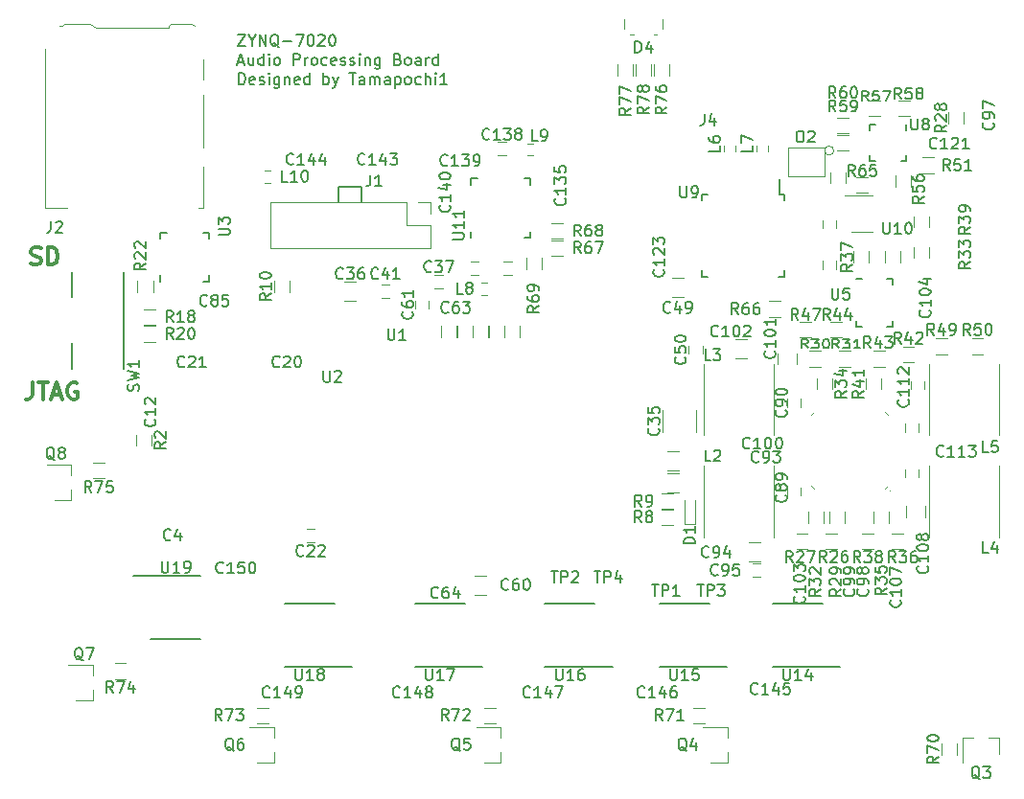
<source format=gto>
G04 #@! TF.GenerationSoftware,KiCad,Pcbnew,(5.0.0)*
G04 #@! TF.CreationDate,2018-09-09T11:50:12+09:00*
G04 #@! TF.ProjectId,ZynqBoard2,5A796E71426F617264322E6B69636164,rev?*
G04 #@! TF.SameCoordinates,Original*
G04 #@! TF.FileFunction,Legend,Top*
G04 #@! TF.FilePolarity,Positive*
%FSLAX46Y46*%
G04 Gerber Fmt 4.6, Leading zero omitted, Abs format (unit mm)*
G04 Created by KiCad (PCBNEW (5.0.0)) date 09/09/18 11:50:12*
%MOMM*%
%LPD*%
G01*
G04 APERTURE LIST*
%ADD10C,0.300000*%
%ADD11C,0.200000*%
%ADD12C,0.120000*%
%ADD13C,0.150000*%
%ADD14C,0.100000*%
G04 APERTURE END LIST*
D10*
X32250000Y-91978571D02*
X32250000Y-93050000D01*
X32178571Y-93264285D01*
X32035714Y-93407142D01*
X31821428Y-93478571D01*
X31678571Y-93478571D01*
X32750000Y-91978571D02*
X33607142Y-91978571D01*
X33178571Y-93478571D02*
X33178571Y-91978571D01*
X34035714Y-93050000D02*
X34750000Y-93050000D01*
X33892857Y-93478571D02*
X34392857Y-91978571D01*
X34892857Y-93478571D01*
X36178571Y-92050000D02*
X36035714Y-91978571D01*
X35821428Y-91978571D01*
X35607142Y-92050000D01*
X35464285Y-92192857D01*
X35392857Y-92335714D01*
X35321428Y-92621428D01*
X35321428Y-92835714D01*
X35392857Y-93121428D01*
X35464285Y-93264285D01*
X35607142Y-93407142D01*
X35821428Y-93478571D01*
X35964285Y-93478571D01*
X36178571Y-93407142D01*
X36250000Y-93335714D01*
X36250000Y-92835714D01*
X35964285Y-92835714D01*
X32121428Y-81507142D02*
X32335714Y-81578571D01*
X32692857Y-81578571D01*
X32835714Y-81507142D01*
X32907142Y-81435714D01*
X32978571Y-81292857D01*
X32978571Y-81150000D01*
X32907142Y-81007142D01*
X32835714Y-80935714D01*
X32692857Y-80864285D01*
X32407142Y-80792857D01*
X32264285Y-80721428D01*
X32192857Y-80650000D01*
X32121428Y-80507142D01*
X32121428Y-80364285D01*
X32192857Y-80221428D01*
X32264285Y-80150000D01*
X32407142Y-80078571D01*
X32764285Y-80078571D01*
X32978571Y-80150000D01*
X33621428Y-81578571D02*
X33621428Y-80078571D01*
X33978571Y-80078571D01*
X34192857Y-80150000D01*
X34335714Y-80292857D01*
X34407142Y-80435714D01*
X34478571Y-80721428D01*
X34478571Y-80935714D01*
X34407142Y-81221428D01*
X34335714Y-81364285D01*
X34192857Y-81507142D01*
X33978571Y-81578571D01*
X33621428Y-81578571D01*
D11*
X50372857Y-61252380D02*
X51039523Y-61252380D01*
X50372857Y-62252380D01*
X51039523Y-62252380D01*
X51610952Y-61776190D02*
X51610952Y-62252380D01*
X51277619Y-61252380D02*
X51610952Y-61776190D01*
X51944285Y-61252380D01*
X52277619Y-62252380D02*
X52277619Y-61252380D01*
X52849047Y-62252380D01*
X52849047Y-61252380D01*
X53991904Y-62347619D02*
X53896666Y-62300000D01*
X53801428Y-62204761D01*
X53658571Y-62061904D01*
X53563333Y-62014285D01*
X53468095Y-62014285D01*
X53515714Y-62252380D02*
X53420476Y-62204761D01*
X53325238Y-62109523D01*
X53277619Y-61919047D01*
X53277619Y-61585714D01*
X53325238Y-61395238D01*
X53420476Y-61300000D01*
X53515714Y-61252380D01*
X53706190Y-61252380D01*
X53801428Y-61300000D01*
X53896666Y-61395238D01*
X53944285Y-61585714D01*
X53944285Y-61919047D01*
X53896666Y-62109523D01*
X53801428Y-62204761D01*
X53706190Y-62252380D01*
X53515714Y-62252380D01*
X54372857Y-61871428D02*
X55134761Y-61871428D01*
X55515714Y-61252380D02*
X56182380Y-61252380D01*
X55753809Y-62252380D01*
X56753809Y-61252380D02*
X56849047Y-61252380D01*
X56944285Y-61300000D01*
X56991904Y-61347619D01*
X57039523Y-61442857D01*
X57087142Y-61633333D01*
X57087142Y-61871428D01*
X57039523Y-62061904D01*
X56991904Y-62157142D01*
X56944285Y-62204761D01*
X56849047Y-62252380D01*
X56753809Y-62252380D01*
X56658571Y-62204761D01*
X56610952Y-62157142D01*
X56563333Y-62061904D01*
X56515714Y-61871428D01*
X56515714Y-61633333D01*
X56563333Y-61442857D01*
X56610952Y-61347619D01*
X56658571Y-61300000D01*
X56753809Y-61252380D01*
X57468095Y-61347619D02*
X57515714Y-61300000D01*
X57610952Y-61252380D01*
X57849047Y-61252380D01*
X57944285Y-61300000D01*
X57991904Y-61347619D01*
X58039523Y-61442857D01*
X58039523Y-61538095D01*
X57991904Y-61680952D01*
X57420476Y-62252380D01*
X58039523Y-62252380D01*
X58658571Y-61252380D02*
X58753809Y-61252380D01*
X58849047Y-61300000D01*
X58896666Y-61347619D01*
X58944285Y-61442857D01*
X58991904Y-61633333D01*
X58991904Y-61871428D01*
X58944285Y-62061904D01*
X58896666Y-62157142D01*
X58849047Y-62204761D01*
X58753809Y-62252380D01*
X58658571Y-62252380D01*
X58563333Y-62204761D01*
X58515714Y-62157142D01*
X58468095Y-62061904D01*
X58420476Y-61871428D01*
X58420476Y-61633333D01*
X58468095Y-61442857D01*
X58515714Y-61347619D01*
X58563333Y-61300000D01*
X58658571Y-61252380D01*
X50420476Y-63666666D02*
X50896666Y-63666666D01*
X50325238Y-63952380D02*
X50658571Y-62952380D01*
X50991904Y-63952380D01*
X51753809Y-63285714D02*
X51753809Y-63952380D01*
X51325238Y-63285714D02*
X51325238Y-63809523D01*
X51372857Y-63904761D01*
X51468095Y-63952380D01*
X51610952Y-63952380D01*
X51706190Y-63904761D01*
X51753809Y-63857142D01*
X52658571Y-63952380D02*
X52658571Y-62952380D01*
X52658571Y-63904761D02*
X52563333Y-63952380D01*
X52372857Y-63952380D01*
X52277619Y-63904761D01*
X52230000Y-63857142D01*
X52182380Y-63761904D01*
X52182380Y-63476190D01*
X52230000Y-63380952D01*
X52277619Y-63333333D01*
X52372857Y-63285714D01*
X52563333Y-63285714D01*
X52658571Y-63333333D01*
X53134761Y-63952380D02*
X53134761Y-63285714D01*
X53134761Y-62952380D02*
X53087142Y-63000000D01*
X53134761Y-63047619D01*
X53182380Y-63000000D01*
X53134761Y-62952380D01*
X53134761Y-63047619D01*
X53753809Y-63952380D02*
X53658571Y-63904761D01*
X53610952Y-63857142D01*
X53563333Y-63761904D01*
X53563333Y-63476190D01*
X53610952Y-63380952D01*
X53658571Y-63333333D01*
X53753809Y-63285714D01*
X53896666Y-63285714D01*
X53991904Y-63333333D01*
X54039523Y-63380952D01*
X54087142Y-63476190D01*
X54087142Y-63761904D01*
X54039523Y-63857142D01*
X53991904Y-63904761D01*
X53896666Y-63952380D01*
X53753809Y-63952380D01*
X55277619Y-63952380D02*
X55277619Y-62952380D01*
X55658571Y-62952380D01*
X55753809Y-63000000D01*
X55801428Y-63047619D01*
X55849047Y-63142857D01*
X55849047Y-63285714D01*
X55801428Y-63380952D01*
X55753809Y-63428571D01*
X55658571Y-63476190D01*
X55277619Y-63476190D01*
X56277619Y-63952380D02*
X56277619Y-63285714D01*
X56277619Y-63476190D02*
X56325238Y-63380952D01*
X56372857Y-63333333D01*
X56468095Y-63285714D01*
X56563333Y-63285714D01*
X57039523Y-63952380D02*
X56944285Y-63904761D01*
X56896666Y-63857142D01*
X56849047Y-63761904D01*
X56849047Y-63476190D01*
X56896666Y-63380952D01*
X56944285Y-63333333D01*
X57039523Y-63285714D01*
X57182380Y-63285714D01*
X57277619Y-63333333D01*
X57325238Y-63380952D01*
X57372857Y-63476190D01*
X57372857Y-63761904D01*
X57325238Y-63857142D01*
X57277619Y-63904761D01*
X57182380Y-63952380D01*
X57039523Y-63952380D01*
X58230000Y-63904761D02*
X58134761Y-63952380D01*
X57944285Y-63952380D01*
X57849047Y-63904761D01*
X57801428Y-63857142D01*
X57753809Y-63761904D01*
X57753809Y-63476190D01*
X57801428Y-63380952D01*
X57849047Y-63333333D01*
X57944285Y-63285714D01*
X58134761Y-63285714D01*
X58230000Y-63333333D01*
X59039523Y-63904761D02*
X58944285Y-63952380D01*
X58753809Y-63952380D01*
X58658571Y-63904761D01*
X58610952Y-63809523D01*
X58610952Y-63428571D01*
X58658571Y-63333333D01*
X58753809Y-63285714D01*
X58944285Y-63285714D01*
X59039523Y-63333333D01*
X59087142Y-63428571D01*
X59087142Y-63523809D01*
X58610952Y-63619047D01*
X59468095Y-63904761D02*
X59563333Y-63952380D01*
X59753809Y-63952380D01*
X59849047Y-63904761D01*
X59896666Y-63809523D01*
X59896666Y-63761904D01*
X59849047Y-63666666D01*
X59753809Y-63619047D01*
X59610952Y-63619047D01*
X59515714Y-63571428D01*
X59468095Y-63476190D01*
X59468095Y-63428571D01*
X59515714Y-63333333D01*
X59610952Y-63285714D01*
X59753809Y-63285714D01*
X59849047Y-63333333D01*
X60277619Y-63904761D02*
X60372857Y-63952380D01*
X60563333Y-63952380D01*
X60658571Y-63904761D01*
X60706190Y-63809523D01*
X60706190Y-63761904D01*
X60658571Y-63666666D01*
X60563333Y-63619047D01*
X60420476Y-63619047D01*
X60325238Y-63571428D01*
X60277619Y-63476190D01*
X60277619Y-63428571D01*
X60325238Y-63333333D01*
X60420476Y-63285714D01*
X60563333Y-63285714D01*
X60658571Y-63333333D01*
X61134761Y-63952380D02*
X61134761Y-63285714D01*
X61134761Y-62952380D02*
X61087142Y-63000000D01*
X61134761Y-63047619D01*
X61182380Y-63000000D01*
X61134761Y-62952380D01*
X61134761Y-63047619D01*
X61610952Y-63285714D02*
X61610952Y-63952380D01*
X61610952Y-63380952D02*
X61658571Y-63333333D01*
X61753809Y-63285714D01*
X61896666Y-63285714D01*
X61991904Y-63333333D01*
X62039523Y-63428571D01*
X62039523Y-63952380D01*
X62944285Y-63285714D02*
X62944285Y-64095238D01*
X62896666Y-64190476D01*
X62849047Y-64238095D01*
X62753809Y-64285714D01*
X62610952Y-64285714D01*
X62515714Y-64238095D01*
X62944285Y-63904761D02*
X62849047Y-63952380D01*
X62658571Y-63952380D01*
X62563333Y-63904761D01*
X62515714Y-63857142D01*
X62468095Y-63761904D01*
X62468095Y-63476190D01*
X62515714Y-63380952D01*
X62563333Y-63333333D01*
X62658571Y-63285714D01*
X62849047Y-63285714D01*
X62944285Y-63333333D01*
X64515714Y-63428571D02*
X64658571Y-63476190D01*
X64706190Y-63523809D01*
X64753809Y-63619047D01*
X64753809Y-63761904D01*
X64706190Y-63857142D01*
X64658571Y-63904761D01*
X64563333Y-63952380D01*
X64182380Y-63952380D01*
X64182380Y-62952380D01*
X64515714Y-62952380D01*
X64610952Y-63000000D01*
X64658571Y-63047619D01*
X64706190Y-63142857D01*
X64706190Y-63238095D01*
X64658571Y-63333333D01*
X64610952Y-63380952D01*
X64515714Y-63428571D01*
X64182380Y-63428571D01*
X65325238Y-63952380D02*
X65230000Y-63904761D01*
X65182380Y-63857142D01*
X65134761Y-63761904D01*
X65134761Y-63476190D01*
X65182380Y-63380952D01*
X65230000Y-63333333D01*
X65325238Y-63285714D01*
X65468095Y-63285714D01*
X65563333Y-63333333D01*
X65610952Y-63380952D01*
X65658571Y-63476190D01*
X65658571Y-63761904D01*
X65610952Y-63857142D01*
X65563333Y-63904761D01*
X65468095Y-63952380D01*
X65325238Y-63952380D01*
X66515714Y-63952380D02*
X66515714Y-63428571D01*
X66468095Y-63333333D01*
X66372857Y-63285714D01*
X66182380Y-63285714D01*
X66087142Y-63333333D01*
X66515714Y-63904761D02*
X66420476Y-63952380D01*
X66182380Y-63952380D01*
X66087142Y-63904761D01*
X66039523Y-63809523D01*
X66039523Y-63714285D01*
X66087142Y-63619047D01*
X66182380Y-63571428D01*
X66420476Y-63571428D01*
X66515714Y-63523809D01*
X66991904Y-63952380D02*
X66991904Y-63285714D01*
X66991904Y-63476190D02*
X67039523Y-63380952D01*
X67087142Y-63333333D01*
X67182380Y-63285714D01*
X67277619Y-63285714D01*
X68039523Y-63952380D02*
X68039523Y-62952380D01*
X68039523Y-63904761D02*
X67944285Y-63952380D01*
X67753809Y-63952380D01*
X67658571Y-63904761D01*
X67610952Y-63857142D01*
X67563333Y-63761904D01*
X67563333Y-63476190D01*
X67610952Y-63380952D01*
X67658571Y-63333333D01*
X67753809Y-63285714D01*
X67944285Y-63285714D01*
X68039523Y-63333333D01*
X50468095Y-65652380D02*
X50468095Y-64652380D01*
X50706190Y-64652380D01*
X50849047Y-64700000D01*
X50944285Y-64795238D01*
X50991904Y-64890476D01*
X51039523Y-65080952D01*
X51039523Y-65223809D01*
X50991904Y-65414285D01*
X50944285Y-65509523D01*
X50849047Y-65604761D01*
X50706190Y-65652380D01*
X50468095Y-65652380D01*
X51849047Y-65604761D02*
X51753809Y-65652380D01*
X51563333Y-65652380D01*
X51468095Y-65604761D01*
X51420476Y-65509523D01*
X51420476Y-65128571D01*
X51468095Y-65033333D01*
X51563333Y-64985714D01*
X51753809Y-64985714D01*
X51849047Y-65033333D01*
X51896666Y-65128571D01*
X51896666Y-65223809D01*
X51420476Y-65319047D01*
X52277619Y-65604761D02*
X52372857Y-65652380D01*
X52563333Y-65652380D01*
X52658571Y-65604761D01*
X52706190Y-65509523D01*
X52706190Y-65461904D01*
X52658571Y-65366666D01*
X52563333Y-65319047D01*
X52420476Y-65319047D01*
X52325238Y-65271428D01*
X52277619Y-65176190D01*
X52277619Y-65128571D01*
X52325238Y-65033333D01*
X52420476Y-64985714D01*
X52563333Y-64985714D01*
X52658571Y-65033333D01*
X53134761Y-65652380D02*
X53134761Y-64985714D01*
X53134761Y-64652380D02*
X53087142Y-64700000D01*
X53134761Y-64747619D01*
X53182380Y-64700000D01*
X53134761Y-64652380D01*
X53134761Y-64747619D01*
X54039523Y-64985714D02*
X54039523Y-65795238D01*
X53991904Y-65890476D01*
X53944285Y-65938095D01*
X53849047Y-65985714D01*
X53706190Y-65985714D01*
X53610952Y-65938095D01*
X54039523Y-65604761D02*
X53944285Y-65652380D01*
X53753809Y-65652380D01*
X53658571Y-65604761D01*
X53610952Y-65557142D01*
X53563333Y-65461904D01*
X53563333Y-65176190D01*
X53610952Y-65080952D01*
X53658571Y-65033333D01*
X53753809Y-64985714D01*
X53944285Y-64985714D01*
X54039523Y-65033333D01*
X54515714Y-64985714D02*
X54515714Y-65652380D01*
X54515714Y-65080952D02*
X54563333Y-65033333D01*
X54658571Y-64985714D01*
X54801428Y-64985714D01*
X54896666Y-65033333D01*
X54944285Y-65128571D01*
X54944285Y-65652380D01*
X55801428Y-65604761D02*
X55706190Y-65652380D01*
X55515714Y-65652380D01*
X55420476Y-65604761D01*
X55372857Y-65509523D01*
X55372857Y-65128571D01*
X55420476Y-65033333D01*
X55515714Y-64985714D01*
X55706190Y-64985714D01*
X55801428Y-65033333D01*
X55849047Y-65128571D01*
X55849047Y-65223809D01*
X55372857Y-65319047D01*
X56706190Y-65652380D02*
X56706190Y-64652380D01*
X56706190Y-65604761D02*
X56610952Y-65652380D01*
X56420476Y-65652380D01*
X56325238Y-65604761D01*
X56277619Y-65557142D01*
X56230000Y-65461904D01*
X56230000Y-65176190D01*
X56277619Y-65080952D01*
X56325238Y-65033333D01*
X56420476Y-64985714D01*
X56610952Y-64985714D01*
X56706190Y-65033333D01*
X57944285Y-65652380D02*
X57944285Y-64652380D01*
X57944285Y-65033333D02*
X58039523Y-64985714D01*
X58230000Y-64985714D01*
X58325238Y-65033333D01*
X58372857Y-65080952D01*
X58420476Y-65176190D01*
X58420476Y-65461904D01*
X58372857Y-65557142D01*
X58325238Y-65604761D01*
X58230000Y-65652380D01*
X58039523Y-65652380D01*
X57944285Y-65604761D01*
X58753809Y-64985714D02*
X58991904Y-65652380D01*
X59230000Y-64985714D02*
X58991904Y-65652380D01*
X58896666Y-65890476D01*
X58849047Y-65938095D01*
X58753809Y-65985714D01*
X60230000Y-64652380D02*
X60801428Y-64652380D01*
X60515714Y-65652380D02*
X60515714Y-64652380D01*
X61563333Y-65652380D02*
X61563333Y-65128571D01*
X61515714Y-65033333D01*
X61420476Y-64985714D01*
X61230000Y-64985714D01*
X61134761Y-65033333D01*
X61563333Y-65604761D02*
X61468095Y-65652380D01*
X61230000Y-65652380D01*
X61134761Y-65604761D01*
X61087142Y-65509523D01*
X61087142Y-65414285D01*
X61134761Y-65319047D01*
X61230000Y-65271428D01*
X61468095Y-65271428D01*
X61563333Y-65223809D01*
X62039523Y-65652380D02*
X62039523Y-64985714D01*
X62039523Y-65080952D02*
X62087142Y-65033333D01*
X62182380Y-64985714D01*
X62325238Y-64985714D01*
X62420476Y-65033333D01*
X62468095Y-65128571D01*
X62468095Y-65652380D01*
X62468095Y-65128571D02*
X62515714Y-65033333D01*
X62610952Y-64985714D01*
X62753809Y-64985714D01*
X62849047Y-65033333D01*
X62896666Y-65128571D01*
X62896666Y-65652380D01*
X63801428Y-65652380D02*
X63801428Y-65128571D01*
X63753809Y-65033333D01*
X63658571Y-64985714D01*
X63468095Y-64985714D01*
X63372857Y-65033333D01*
X63801428Y-65604761D02*
X63706190Y-65652380D01*
X63468095Y-65652380D01*
X63372857Y-65604761D01*
X63325238Y-65509523D01*
X63325238Y-65414285D01*
X63372857Y-65319047D01*
X63468095Y-65271428D01*
X63706190Y-65271428D01*
X63801428Y-65223809D01*
X64277619Y-64985714D02*
X64277619Y-65985714D01*
X64277619Y-65033333D02*
X64372857Y-64985714D01*
X64563333Y-64985714D01*
X64658571Y-65033333D01*
X64706190Y-65080952D01*
X64753809Y-65176190D01*
X64753809Y-65461904D01*
X64706190Y-65557142D01*
X64658571Y-65604761D01*
X64563333Y-65652380D01*
X64372857Y-65652380D01*
X64277619Y-65604761D01*
X65325238Y-65652380D02*
X65230000Y-65604761D01*
X65182380Y-65557142D01*
X65134761Y-65461904D01*
X65134761Y-65176190D01*
X65182380Y-65080952D01*
X65230000Y-65033333D01*
X65325238Y-64985714D01*
X65468095Y-64985714D01*
X65563333Y-65033333D01*
X65610952Y-65080952D01*
X65658571Y-65176190D01*
X65658571Y-65461904D01*
X65610952Y-65557142D01*
X65563333Y-65604761D01*
X65468095Y-65652380D01*
X65325238Y-65652380D01*
X66515714Y-65604761D02*
X66420476Y-65652380D01*
X66230000Y-65652380D01*
X66134761Y-65604761D01*
X66087142Y-65557142D01*
X66039523Y-65461904D01*
X66039523Y-65176190D01*
X66087142Y-65080952D01*
X66134761Y-65033333D01*
X66230000Y-64985714D01*
X66420476Y-64985714D01*
X66515714Y-65033333D01*
X66944285Y-65652380D02*
X66944285Y-64652380D01*
X67372857Y-65652380D02*
X67372857Y-65128571D01*
X67325238Y-65033333D01*
X67230000Y-64985714D01*
X67087142Y-64985714D01*
X66991904Y-65033333D01*
X66944285Y-65080952D01*
X67849047Y-65652380D02*
X67849047Y-64985714D01*
X67849047Y-64652380D02*
X67801428Y-64700000D01*
X67849047Y-64747619D01*
X67896666Y-64700000D01*
X67849047Y-64652380D01*
X67849047Y-64747619D01*
X68849047Y-65652380D02*
X68277619Y-65652380D01*
X68563333Y-65652380D02*
X68563333Y-64652380D01*
X68468095Y-64795238D01*
X68372857Y-64890476D01*
X68277619Y-64938095D01*
X61300000Y-74700000D02*
X61300000Y-76000000D01*
X59300000Y-74700000D02*
X61300000Y-74700000D01*
X59300000Y-76000000D02*
X59300000Y-74700000D01*
D12*
G04 #@! TO.C,C48*
X88300000Y-99750000D02*
X89300000Y-99750000D01*
X89300000Y-98050000D02*
X88300000Y-98050000D01*
G04 #@! TO.C,C95*
X95850000Y-108000000D02*
X96550000Y-108000000D01*
X96550000Y-109200000D02*
X95850000Y-109200000D01*
G04 #@! TO.C,U4*
X107530000Y-94640000D02*
X107760000Y-94870000D01*
X101270000Y-101360000D02*
X101040000Y-101130000D01*
X101270000Y-94640000D02*
X101040000Y-94870000D01*
X107530000Y-101360000D02*
X107760000Y-101130000D01*
X108010000Y-101560000D02*
G75*
G03X108010000Y-101560000I-50000J0D01*
G01*
D13*
G04 #@! TO.C,U8*
X109425000Y-72425000D02*
X109425000Y-71925000D01*
X106175000Y-72425000D02*
X106175000Y-71925000D01*
X106175000Y-69175000D02*
X106175000Y-69675000D01*
X109425000Y-69175000D02*
X109425000Y-69675000D01*
X106175000Y-72425000D02*
X106675000Y-72425000D01*
X106175000Y-69175000D02*
X106675000Y-69175000D01*
X109425000Y-72425000D02*
X108925000Y-72425000D01*
D12*
G04 #@! TO.C,C22*
X56450000Y-104900000D02*
X57150000Y-104900000D01*
X57150000Y-106100000D02*
X56450000Y-106100000D01*
G04 #@! TO.C,C24*
X89300000Y-100050000D02*
X88300000Y-100050000D01*
X88300000Y-101750000D02*
X89300000Y-101750000D01*
G04 #@! TO.C,C35*
X90880000Y-96400000D02*
X90880000Y-94400000D01*
X87920000Y-94400000D02*
X87920000Y-96400000D01*
G04 #@! TO.C,C36*
X60800000Y-83050000D02*
X59800000Y-83050000D01*
X59800000Y-84750000D02*
X60800000Y-84750000D01*
G04 #@! TO.C,C37*
X67750000Y-82500000D02*
X68450000Y-82500000D01*
X68450000Y-83700000D02*
X67750000Y-83700000D01*
G04 #@! TO.C,C41*
X63750000Y-84500000D02*
X63050000Y-84500000D01*
X63050000Y-83300000D02*
X63750000Y-83300000D01*
G04 #@! TO.C,C49*
X89700000Y-82750000D02*
X88700000Y-82750000D01*
X88700000Y-84450000D02*
X89700000Y-84450000D01*
G04 #@! TO.C,C50*
X91400000Y-88750000D02*
X91400000Y-89450000D01*
X90200000Y-89450000D02*
X90200000Y-88750000D01*
G04 #@! TO.C,C60*
X72300000Y-109050000D02*
X71300000Y-109050000D01*
X71300000Y-110750000D02*
X72300000Y-110750000D01*
G04 #@! TO.C,C61*
X66000000Y-85450000D02*
X66000000Y-84750000D01*
X67200000Y-84750000D02*
X67200000Y-85450000D01*
G04 #@! TO.C,C89*
X98900000Y-101950000D02*
X98900000Y-101250000D01*
X100100000Y-101250000D02*
X100100000Y-101950000D01*
G04 #@! TO.C,C90*
X100100000Y-93450000D02*
X100100000Y-94150000D01*
X98900000Y-94150000D02*
X98900000Y-93450000D01*
G04 #@! TO.C,C91*
X110500000Y-99650000D02*
X110500000Y-100350000D01*
X109300000Y-100350000D02*
X109300000Y-99650000D01*
G04 #@! TO.C,C92*
X109300000Y-96350000D02*
X109300000Y-95650000D01*
X110500000Y-95650000D02*
X110500000Y-96350000D01*
G04 #@! TO.C,C94*
X95500000Y-107850000D02*
X96500000Y-107850000D01*
X96500000Y-106150000D02*
X95500000Y-106150000D01*
G04 #@! TO.C,C101*
X99750000Y-90400000D02*
X99750000Y-89400000D01*
X98050000Y-89400000D02*
X98050000Y-90400000D01*
G04 #@! TO.C,C102*
X95300000Y-88150000D02*
X94300000Y-88150000D01*
X94300000Y-89850000D02*
X95300000Y-89850000D01*
G04 #@! TO.C,C108*
X111050000Y-103900000D02*
X111050000Y-102900000D01*
X109350000Y-102900000D02*
X109350000Y-103900000D01*
G04 #@! TO.C,C112*
X111000000Y-91850000D02*
X111000000Y-92550000D01*
X109800000Y-92550000D02*
X109800000Y-91850000D01*
G04 #@! TO.C,C125*
X103200000Y-81250000D02*
X103200000Y-81950000D01*
X102000000Y-81950000D02*
X102000000Y-81250000D01*
G04 #@! TO.C,C129*
X103200000Y-77650000D02*
X103200000Y-78350000D01*
X102000000Y-78350000D02*
X102000000Y-77650000D01*
G04 #@! TO.C,C136*
X74550000Y-82500000D02*
X73850000Y-82500000D01*
X73850000Y-81300000D02*
X74550000Y-81300000D01*
G04 #@! TO.C,C138*
X74050000Y-71900000D02*
X73350000Y-71900000D01*
X73350000Y-70700000D02*
X74050000Y-70700000D01*
G04 #@! TO.C,C142*
X70950000Y-81300000D02*
X71650000Y-81300000D01*
X71650000Y-82500000D02*
X70950000Y-82500000D01*
G04 #@! TO.C,D1*
X89800000Y-104500000D02*
X89800000Y-102400000D01*
X90800000Y-104500000D02*
X90800000Y-102400000D01*
X89800000Y-104500000D02*
X90800000Y-104500000D01*
D14*
G04 #@! TO.C,D4*
X84500000Y-60700000D02*
X84500000Y-59900000D01*
X87900000Y-60700000D02*
X87900000Y-59900000D01*
X85000000Y-61200000D02*
X85300000Y-61200000D01*
X87100000Y-61200000D02*
X87400000Y-61200000D01*
D12*
G04 #@! TO.C,J1*
X67360000Y-76040000D02*
X67360000Y-77100000D01*
X66300000Y-76040000D02*
X67360000Y-76040000D01*
X67360000Y-78100000D02*
X67360000Y-80160000D01*
X65300000Y-78100000D02*
X67360000Y-78100000D01*
X65300000Y-76040000D02*
X65300000Y-78100000D01*
X67360000Y-80160000D02*
X53240000Y-80160000D01*
X65300000Y-76040000D02*
X53240000Y-76040000D01*
X53240000Y-76040000D02*
X53240000Y-80160000D01*
G04 #@! TO.C,J2*
X35300000Y-76560000D02*
X33380000Y-76560000D01*
X33380000Y-76560000D02*
X33380000Y-62550000D01*
X46900000Y-76560000D02*
X47350000Y-76560000D01*
X47350000Y-76560000D02*
X47350000Y-72950000D01*
X35060000Y-60290000D02*
X37370000Y-60290000D01*
X46320000Y-60290000D02*
X44460000Y-60290000D01*
X46320000Y-60290000D02*
X46520000Y-60490000D01*
X47350000Y-71250000D02*
X47350000Y-66550000D01*
X47350000Y-65250000D02*
X47350000Y-63450000D01*
X44250000Y-60640000D02*
X37880000Y-60640000D01*
X44250000Y-60640000D02*
X44250000Y-60490000D01*
X44460000Y-60290000D02*
X44250000Y-60490000D01*
X35060000Y-60290000D02*
X34860000Y-60490000D01*
X34860000Y-60490000D02*
X34600000Y-60490000D01*
X37370000Y-60290000D02*
X37880000Y-60640000D01*
G04 #@! TO.C,L2*
X97700000Y-99350000D02*
X97700000Y-105650000D01*
X91500000Y-99350000D02*
X91500000Y-105650000D01*
G04 #@! TO.C,L3*
X91500000Y-90350000D02*
X91500000Y-96650000D01*
X97700000Y-90350000D02*
X97700000Y-96650000D01*
G04 #@! TO.C,L4*
X111400000Y-105650000D02*
X111400000Y-99350000D01*
X117600000Y-105650000D02*
X117600000Y-99350000D01*
G04 #@! TO.C,L5*
X111400000Y-90350000D02*
X111400000Y-96650000D01*
X117600000Y-90350000D02*
X117600000Y-96650000D01*
D14*
G04 #@! TO.C,O2*
X102200000Y-71250000D02*
X102200000Y-73750000D01*
X102200000Y-73750000D02*
X99000000Y-73750000D01*
X99000000Y-73750000D02*
X99000000Y-71250000D01*
X99000000Y-71250000D02*
X102200000Y-71250000D01*
X103000000Y-71500000D02*
G75*
G03X103000000Y-71500000I-400000J0D01*
G01*
D12*
G04 #@! TO.C,Q3*
X117580000Y-123390000D02*
X117580000Y-124850000D01*
X114420000Y-123390000D02*
X114420000Y-125550000D01*
X114420000Y-123390000D02*
X115350000Y-123390000D01*
X117580000Y-123390000D02*
X116650000Y-123390000D01*
G04 #@! TO.C,Q4*
X93610000Y-125580000D02*
X93610000Y-124650000D01*
X93610000Y-122420000D02*
X93610000Y-123350000D01*
X93610000Y-122420000D02*
X91450000Y-122420000D01*
X93610000Y-125580000D02*
X92150000Y-125580000D01*
G04 #@! TO.C,Q5*
X73610000Y-125580000D02*
X72150000Y-125580000D01*
X73610000Y-122420000D02*
X71450000Y-122420000D01*
X73610000Y-122420000D02*
X73610000Y-123350000D01*
X73610000Y-125580000D02*
X73610000Y-124650000D01*
G04 #@! TO.C,Q6*
X53560000Y-125580000D02*
X53560000Y-124650000D01*
X53560000Y-122420000D02*
X53560000Y-123350000D01*
X53560000Y-122420000D02*
X51400000Y-122420000D01*
X53560000Y-125580000D02*
X52100000Y-125580000D01*
G04 #@! TO.C,Q7*
X37560000Y-120080000D02*
X36100000Y-120080000D01*
X37560000Y-116920000D02*
X35400000Y-116920000D01*
X37560000Y-116920000D02*
X37560000Y-117850000D01*
X37560000Y-120080000D02*
X37560000Y-119150000D01*
G04 #@! TO.C,Q8*
X35660000Y-102380000D02*
X35660000Y-101450000D01*
X35660000Y-99220000D02*
X35660000Y-100150000D01*
X35660000Y-99220000D02*
X33500000Y-99220000D01*
X35660000Y-102380000D02*
X34200000Y-102380000D01*
G04 #@! TO.C,R2*
X42780000Y-96600000D02*
X42780000Y-97600000D01*
X41420000Y-97600000D02*
X41420000Y-96600000D01*
G04 #@! TO.C,R8*
X88800000Y-104580000D02*
X87800000Y-104580000D01*
X87800000Y-103220000D02*
X88800000Y-103220000D01*
G04 #@! TO.C,R9*
X88800000Y-103180000D02*
X87800000Y-103180000D01*
X87800000Y-101820000D02*
X88800000Y-101820000D01*
G04 #@! TO.C,R10*
X54980000Y-83000000D02*
X54980000Y-84000000D01*
X53620000Y-84000000D02*
X53620000Y-83000000D01*
G04 #@! TO.C,R13*
X72520000Y-88000000D02*
X72520000Y-87000000D01*
X73880000Y-87000000D02*
X73880000Y-88000000D01*
G04 #@! TO.C,R14*
X71120000Y-88000000D02*
X71120000Y-87000000D01*
X72480000Y-87000000D02*
X72480000Y-88000000D01*
G04 #@! TO.C,R15*
X75280000Y-87000000D02*
X75280000Y-88000000D01*
X73920000Y-88000000D02*
X73920000Y-87000000D01*
G04 #@! TO.C,R16*
X68320000Y-88000000D02*
X68320000Y-87000000D01*
X69680000Y-87000000D02*
X69680000Y-88000000D01*
G04 #@! TO.C,R17*
X71080000Y-87000000D02*
X71080000Y-88000000D01*
X69720000Y-88000000D02*
X69720000Y-87000000D01*
G04 #@! TO.C,R18*
X42100000Y-85520000D02*
X43100000Y-85520000D01*
X43100000Y-86880000D02*
X42100000Y-86880000D01*
G04 #@! TO.C,R20*
X43100000Y-88380000D02*
X42100000Y-88380000D01*
X42100000Y-87020000D02*
X43100000Y-87020000D01*
G04 #@! TO.C,R22*
X41520000Y-84000000D02*
X41520000Y-83000000D01*
X42880000Y-83000000D02*
X42880000Y-84000000D01*
G04 #@! TO.C,R26*
X103300000Y-106680000D02*
X102300000Y-106680000D01*
X102300000Y-105320000D02*
X103300000Y-105320000D01*
G04 #@! TO.C,R27*
X100700000Y-106680000D02*
X99700000Y-106680000D01*
X99700000Y-105320000D02*
X100700000Y-105320000D01*
G04 #@! TO.C,R28*
X114480000Y-68100000D02*
X114480000Y-69100000D01*
X113120000Y-69100000D02*
X113120000Y-68100000D01*
G04 #@! TO.C,R29*
X103980000Y-103400000D02*
X103980000Y-104400000D01*
X102620000Y-104400000D02*
X102620000Y-103400000D01*
G04 #@! TO.C,R30*
X101850000Y-90580000D02*
X100850000Y-90580000D01*
X100850000Y-89220000D02*
X101850000Y-89220000D01*
G04 #@! TO.C,R31*
X103450000Y-89220000D02*
X104450000Y-89220000D01*
X104450000Y-90580000D02*
X103450000Y-90580000D01*
G04 #@! TO.C,R32*
X100720000Y-104400000D02*
X100720000Y-103400000D01*
X102080000Y-103400000D02*
X102080000Y-104400000D01*
G04 #@! TO.C,R33*
X110020000Y-81000000D02*
X110020000Y-80000000D01*
X111380000Y-80000000D02*
X111380000Y-81000000D01*
G04 #@! TO.C,R34*
X101520000Y-92600000D02*
X101520000Y-91600000D01*
X102880000Y-91600000D02*
X102880000Y-92600000D01*
G04 #@! TO.C,R35*
X107880000Y-103400000D02*
X107880000Y-104400000D01*
X106520000Y-104400000D02*
X106520000Y-103400000D01*
G04 #@! TO.C,R36*
X108100000Y-105320000D02*
X109100000Y-105320000D01*
X109100000Y-106680000D02*
X108100000Y-106680000D01*
G04 #@! TO.C,R37*
X104720000Y-81400000D02*
X104720000Y-80400000D01*
X106080000Y-80400000D02*
X106080000Y-81400000D01*
G04 #@! TO.C,R38*
X106500000Y-106680000D02*
X105500000Y-106680000D01*
X105500000Y-105320000D02*
X106500000Y-105320000D01*
G04 #@! TO.C,R39*
X111380000Y-77300000D02*
X111380000Y-78300000D01*
X110020000Y-78300000D02*
X110020000Y-77300000D01*
G04 #@! TO.C,R40*
X107520000Y-81400000D02*
X107520000Y-80400000D01*
X108880000Y-80400000D02*
X108880000Y-81400000D01*
G04 #@! TO.C,R41*
X107180000Y-91600000D02*
X107180000Y-92600000D01*
X105820000Y-92600000D02*
X105820000Y-91600000D01*
G04 #@! TO.C,R42*
X109100000Y-88820000D02*
X110100000Y-88820000D01*
X110100000Y-90180000D02*
X109100000Y-90180000D01*
G04 #@! TO.C,R43*
X106500000Y-89220000D02*
X107500000Y-89220000D01*
X107500000Y-90580000D02*
X106500000Y-90580000D01*
G04 #@! TO.C,R44*
X103700000Y-87980000D02*
X102700000Y-87980000D01*
X102700000Y-86620000D02*
X103700000Y-86620000D01*
G04 #@! TO.C,R47*
X101000000Y-87980000D02*
X100000000Y-87980000D01*
X100000000Y-86620000D02*
X101000000Y-86620000D01*
G04 #@! TO.C,R49*
X112000000Y-88120000D02*
X113000000Y-88120000D01*
X113000000Y-89480000D02*
X112000000Y-89480000D01*
G04 #@! TO.C,R50*
X116200000Y-89480000D02*
X115200000Y-89480000D01*
X115200000Y-88120000D02*
X116200000Y-88120000D01*
G04 #@! TO.C,R51*
X111800000Y-73480000D02*
X110800000Y-73480000D01*
X110800000Y-72120000D02*
X111800000Y-72120000D01*
G04 #@! TO.C,R56*
X108420000Y-74700000D02*
X108420000Y-73700000D01*
X109780000Y-73700000D02*
X109780000Y-74700000D01*
G04 #@! TO.C,R57*
X106100000Y-67120000D02*
X107100000Y-67120000D01*
X107100000Y-68480000D02*
X106100000Y-68480000D01*
G04 #@! TO.C,R58*
X108700000Y-67120000D02*
X109700000Y-67120000D01*
X109700000Y-68480000D02*
X108700000Y-68480000D01*
G04 #@! TO.C,R59*
X104300000Y-71480000D02*
X103300000Y-71480000D01*
X103300000Y-70120000D02*
X104300000Y-70120000D01*
G04 #@! TO.C,R60*
X103300000Y-68620000D02*
X104300000Y-68620000D01*
X104300000Y-69980000D02*
X103300000Y-69980000D01*
G04 #@! TO.C,R63*
X104080000Y-73400000D02*
X104080000Y-74400000D01*
X102720000Y-74400000D02*
X102720000Y-73400000D01*
G04 #@! TO.C,R65*
X106000000Y-75180000D02*
X105000000Y-75180000D01*
X105000000Y-73820000D02*
X106000000Y-73820000D01*
G04 #@! TO.C,R66*
X97300000Y-84820000D02*
X98300000Y-84820000D01*
X98300000Y-86180000D02*
X97300000Y-86180000D01*
G04 #@! TO.C,R67*
X78100000Y-79420000D02*
X79100000Y-79420000D01*
X79100000Y-80780000D02*
X78100000Y-80780000D01*
G04 #@! TO.C,R68*
X79100000Y-79280000D02*
X78100000Y-79280000D01*
X78100000Y-77920000D02*
X79100000Y-77920000D01*
G04 #@! TO.C,R69*
X75820000Y-82000000D02*
X75820000Y-81000000D01*
X77180000Y-81000000D02*
X77180000Y-82000000D01*
G04 #@! TO.C,R70*
X112520000Y-124900000D02*
X112520000Y-123900000D01*
X113880000Y-123900000D02*
X113880000Y-124900000D01*
G04 #@! TO.C,R71*
X90600000Y-120720000D02*
X91600000Y-120720000D01*
X91600000Y-122080000D02*
X90600000Y-122080000D01*
G04 #@! TO.C,R72*
X72150000Y-120720000D02*
X73150000Y-120720000D01*
X73150000Y-122080000D02*
X72150000Y-122080000D01*
G04 #@! TO.C,R73*
X53100000Y-122080000D02*
X52100000Y-122080000D01*
X52100000Y-120720000D02*
X53100000Y-120720000D01*
G04 #@! TO.C,R74*
X39500000Y-116820000D02*
X40500000Y-116820000D01*
X40500000Y-118180000D02*
X39500000Y-118180000D01*
G04 #@! TO.C,R75*
X38600000Y-100480000D02*
X37600000Y-100480000D01*
X37600000Y-99120000D02*
X38600000Y-99120000D01*
G04 #@! TO.C,R76*
X87120000Y-64900000D02*
X87120000Y-63900000D01*
X88480000Y-63900000D02*
X88480000Y-64900000D01*
G04 #@! TO.C,R77*
X85280000Y-63900000D02*
X85280000Y-64900000D01*
X83920000Y-64900000D02*
X83920000Y-63900000D01*
G04 #@! TO.C,R78*
X85520000Y-64900000D02*
X85520000Y-63900000D01*
X86880000Y-63900000D02*
X86880000Y-64900000D01*
D13*
G04 #@! TO.C,SW1*
X35700000Y-88500000D02*
X35700000Y-90800000D01*
X35700000Y-82200000D02*
X35700000Y-84400000D01*
X40300000Y-82200000D02*
X40300000Y-90800000D01*
G04 #@! TO.C,U3*
X43550000Y-78750000D02*
X43550000Y-79275000D01*
X47850000Y-78750000D02*
X47850000Y-79275000D01*
X47850000Y-83050000D02*
X47850000Y-82525000D01*
X43550000Y-83050000D02*
X43550000Y-82525000D01*
X47850000Y-78750000D02*
X47325000Y-78750000D01*
X47850000Y-83050000D02*
X47325000Y-83050000D01*
X43550000Y-78750000D02*
X44075000Y-78750000D01*
G04 #@! TO.C,U5*
X108237500Y-82837500D02*
X108237500Y-83362500D01*
X104987500Y-87087500D02*
X104987500Y-86562500D01*
X108237500Y-87087500D02*
X108237500Y-86562500D01*
X104987500Y-82837500D02*
X105512500Y-82837500D01*
X104987500Y-87087500D02*
X105512500Y-87087500D01*
X108237500Y-87087500D02*
X107712500Y-87087500D01*
X108237500Y-82837500D02*
X107712500Y-82837500D01*
G04 #@! TO.C,U9*
X98175000Y-75375000D02*
X98175000Y-74000000D01*
X98625000Y-82625000D02*
X98625000Y-82100000D01*
X91375000Y-82625000D02*
X91375000Y-82100000D01*
X91375000Y-75375000D02*
X91375000Y-75900000D01*
X98625000Y-75375000D02*
X98625000Y-75900000D01*
X91375000Y-75375000D02*
X91900000Y-75375000D01*
X91375000Y-82625000D02*
X91900000Y-82625000D01*
X98625000Y-82625000D02*
X98100000Y-82625000D01*
X98625000Y-75375000D02*
X98175000Y-75375000D01*
D12*
G04 #@! TO.C,U10*
X106400000Y-75490000D02*
X103950000Y-75490000D01*
X104600000Y-78710000D02*
X106400000Y-78710000D01*
D13*
G04 #@! TO.C,U11*
X70975000Y-73975000D02*
X70975000Y-74500000D01*
X76225000Y-73975000D02*
X76225000Y-74500000D01*
X76225000Y-79225000D02*
X76225000Y-78700000D01*
X70975000Y-79225000D02*
X70975000Y-78700000D01*
X76225000Y-73975000D02*
X75700000Y-73975000D01*
X76225000Y-79225000D02*
X75700000Y-79225000D01*
X70975000Y-73975000D02*
X71500000Y-73975000D01*
G04 #@! TO.C,U14*
X103575000Y-117100000D02*
X97600000Y-117100000D01*
X102000000Y-111575000D02*
X97600000Y-111575000D01*
G04 #@! TO.C,U15*
X93575000Y-117100000D02*
X87600000Y-117100000D01*
X92000000Y-111575000D02*
X87600000Y-111575000D01*
G04 #@! TO.C,U16*
X81900000Y-111575000D02*
X77500000Y-111575000D01*
X83475000Y-117100000D02*
X77500000Y-117100000D01*
G04 #@! TO.C,U17*
X71975000Y-117100000D02*
X66000000Y-117100000D01*
X70400000Y-111575000D02*
X66000000Y-111575000D01*
G04 #@! TO.C,U18*
X58900000Y-111575000D02*
X54500000Y-111575000D01*
X60475000Y-117100000D02*
X54500000Y-117100000D01*
G04 #@! TO.C,U19*
X42700000Y-114625000D02*
X47100000Y-114625000D01*
X41125000Y-109100000D02*
X47100000Y-109100000D01*
D12*
G04 #@! TO.C,L6*
X94330000Y-71550000D02*
X94330000Y-71050000D01*
X93270000Y-71050000D02*
X93270000Y-71550000D01*
G04 #@! TO.C,L7*
X96170000Y-71050000D02*
X96170000Y-71550000D01*
X97230000Y-71550000D02*
X97230000Y-71050000D01*
G04 #@! TO.C,L8*
X72350000Y-83170000D02*
X71850000Y-83170000D01*
X71850000Y-84230000D02*
X72350000Y-84230000D01*
G04 #@! TO.C,L9*
X76450000Y-70870000D02*
X75950000Y-70870000D01*
X75950000Y-71930000D02*
X76450000Y-71930000D01*
G04 #@! TO.C,L10*
X53250000Y-73270000D02*
X52750000Y-73270000D01*
X52750000Y-74330000D02*
X53250000Y-74330000D01*
G04 #@! TD*
G04 #@! TO.C,C95*
D13*
X92757142Y-108957142D02*
X92709523Y-109004761D01*
X92566666Y-109052380D01*
X92471428Y-109052380D01*
X92328571Y-109004761D01*
X92233333Y-108909523D01*
X92185714Y-108814285D01*
X92138095Y-108623809D01*
X92138095Y-108480952D01*
X92185714Y-108290476D01*
X92233333Y-108195238D01*
X92328571Y-108100000D01*
X92471428Y-108052380D01*
X92566666Y-108052380D01*
X92709523Y-108100000D01*
X92757142Y-108147619D01*
X93233333Y-109052380D02*
X93423809Y-109052380D01*
X93519047Y-109004761D01*
X93566666Y-108957142D01*
X93661904Y-108814285D01*
X93709523Y-108623809D01*
X93709523Y-108242857D01*
X93661904Y-108147619D01*
X93614285Y-108100000D01*
X93519047Y-108052380D01*
X93328571Y-108052380D01*
X93233333Y-108100000D01*
X93185714Y-108147619D01*
X93138095Y-108242857D01*
X93138095Y-108480952D01*
X93185714Y-108576190D01*
X93233333Y-108623809D01*
X93328571Y-108671428D01*
X93519047Y-108671428D01*
X93614285Y-108623809D01*
X93661904Y-108576190D01*
X93709523Y-108480952D01*
X94614285Y-108052380D02*
X94138095Y-108052380D01*
X94090476Y-108528571D01*
X94138095Y-108480952D01*
X94233333Y-108433333D01*
X94471428Y-108433333D01*
X94566666Y-108480952D01*
X94614285Y-108528571D01*
X94661904Y-108623809D01*
X94661904Y-108861904D01*
X94614285Y-108957142D01*
X94566666Y-109004761D01*
X94471428Y-109052380D01*
X94233333Y-109052380D01*
X94138095Y-109004761D01*
X94090476Y-108957142D01*
G04 #@! TO.C,C123*
X87957142Y-82019047D02*
X88004761Y-82066666D01*
X88052380Y-82209523D01*
X88052380Y-82304761D01*
X88004761Y-82447619D01*
X87909523Y-82542857D01*
X87814285Y-82590476D01*
X87623809Y-82638095D01*
X87480952Y-82638095D01*
X87290476Y-82590476D01*
X87195238Y-82542857D01*
X87100000Y-82447619D01*
X87052380Y-82304761D01*
X87052380Y-82209523D01*
X87100000Y-82066666D01*
X87147619Y-82019047D01*
X88052380Y-81066666D02*
X88052380Y-81638095D01*
X88052380Y-81352380D02*
X87052380Y-81352380D01*
X87195238Y-81447619D01*
X87290476Y-81542857D01*
X87338095Y-81638095D01*
X87147619Y-80685714D02*
X87100000Y-80638095D01*
X87052380Y-80542857D01*
X87052380Y-80304761D01*
X87100000Y-80209523D01*
X87147619Y-80161904D01*
X87242857Y-80114285D01*
X87338095Y-80114285D01*
X87480952Y-80161904D01*
X88052380Y-80733333D01*
X88052380Y-80114285D01*
X87052380Y-79780952D02*
X87052380Y-79161904D01*
X87433333Y-79495238D01*
X87433333Y-79352380D01*
X87480952Y-79257142D01*
X87528571Y-79209523D01*
X87623809Y-79161904D01*
X87861904Y-79161904D01*
X87957142Y-79209523D01*
X88004761Y-79257142D01*
X88052380Y-79352380D01*
X88052380Y-79638095D01*
X88004761Y-79733333D01*
X87957142Y-79780952D01*
G04 #@! TO.C,C4*
X44433333Y-105857142D02*
X44385714Y-105904761D01*
X44242857Y-105952380D01*
X44147619Y-105952380D01*
X44004761Y-105904761D01*
X43909523Y-105809523D01*
X43861904Y-105714285D01*
X43814285Y-105523809D01*
X43814285Y-105380952D01*
X43861904Y-105190476D01*
X43909523Y-105095238D01*
X44004761Y-105000000D01*
X44147619Y-104952380D01*
X44242857Y-104952380D01*
X44385714Y-105000000D01*
X44433333Y-105047619D01*
X45290476Y-105285714D02*
X45290476Y-105952380D01*
X45052380Y-104904761D02*
X44814285Y-105619047D01*
X45433333Y-105619047D01*
G04 #@! TO.C,C12*
X43027142Y-95242857D02*
X43074761Y-95290476D01*
X43122380Y-95433333D01*
X43122380Y-95528571D01*
X43074761Y-95671428D01*
X42979523Y-95766666D01*
X42884285Y-95814285D01*
X42693809Y-95861904D01*
X42550952Y-95861904D01*
X42360476Y-95814285D01*
X42265238Y-95766666D01*
X42170000Y-95671428D01*
X42122380Y-95528571D01*
X42122380Y-95433333D01*
X42170000Y-95290476D01*
X42217619Y-95242857D01*
X43122380Y-94290476D02*
X43122380Y-94861904D01*
X43122380Y-94576190D02*
X42122380Y-94576190D01*
X42265238Y-94671428D01*
X42360476Y-94766666D01*
X42408095Y-94861904D01*
X42217619Y-93909523D02*
X42170000Y-93861904D01*
X42122380Y-93766666D01*
X42122380Y-93528571D01*
X42170000Y-93433333D01*
X42217619Y-93385714D01*
X42312857Y-93338095D01*
X42408095Y-93338095D01*
X42550952Y-93385714D01*
X43122380Y-93957142D01*
X43122380Y-93338095D01*
G04 #@! TO.C,C20*
X54057142Y-90557142D02*
X54009523Y-90604761D01*
X53866666Y-90652380D01*
X53771428Y-90652380D01*
X53628571Y-90604761D01*
X53533333Y-90509523D01*
X53485714Y-90414285D01*
X53438095Y-90223809D01*
X53438095Y-90080952D01*
X53485714Y-89890476D01*
X53533333Y-89795238D01*
X53628571Y-89700000D01*
X53771428Y-89652380D01*
X53866666Y-89652380D01*
X54009523Y-89700000D01*
X54057142Y-89747619D01*
X54438095Y-89747619D02*
X54485714Y-89700000D01*
X54580952Y-89652380D01*
X54819047Y-89652380D01*
X54914285Y-89700000D01*
X54961904Y-89747619D01*
X55009523Y-89842857D01*
X55009523Y-89938095D01*
X54961904Y-90080952D01*
X54390476Y-90652380D01*
X55009523Y-90652380D01*
X55628571Y-89652380D02*
X55723809Y-89652380D01*
X55819047Y-89700000D01*
X55866666Y-89747619D01*
X55914285Y-89842857D01*
X55961904Y-90033333D01*
X55961904Y-90271428D01*
X55914285Y-90461904D01*
X55866666Y-90557142D01*
X55819047Y-90604761D01*
X55723809Y-90652380D01*
X55628571Y-90652380D01*
X55533333Y-90604761D01*
X55485714Y-90557142D01*
X55438095Y-90461904D01*
X55390476Y-90271428D01*
X55390476Y-90033333D01*
X55438095Y-89842857D01*
X55485714Y-89747619D01*
X55533333Y-89700000D01*
X55628571Y-89652380D01*
G04 #@! TO.C,C21*
X45657142Y-90557142D02*
X45609523Y-90604761D01*
X45466666Y-90652380D01*
X45371428Y-90652380D01*
X45228571Y-90604761D01*
X45133333Y-90509523D01*
X45085714Y-90414285D01*
X45038095Y-90223809D01*
X45038095Y-90080952D01*
X45085714Y-89890476D01*
X45133333Y-89795238D01*
X45228571Y-89700000D01*
X45371428Y-89652380D01*
X45466666Y-89652380D01*
X45609523Y-89700000D01*
X45657142Y-89747619D01*
X46038095Y-89747619D02*
X46085714Y-89700000D01*
X46180952Y-89652380D01*
X46419047Y-89652380D01*
X46514285Y-89700000D01*
X46561904Y-89747619D01*
X46609523Y-89842857D01*
X46609523Y-89938095D01*
X46561904Y-90080952D01*
X45990476Y-90652380D01*
X46609523Y-90652380D01*
X47561904Y-90652380D02*
X46990476Y-90652380D01*
X47276190Y-90652380D02*
X47276190Y-89652380D01*
X47180952Y-89795238D01*
X47085714Y-89890476D01*
X46990476Y-89938095D01*
G04 #@! TO.C,C63*
X68957142Y-85757142D02*
X68909523Y-85804761D01*
X68766666Y-85852380D01*
X68671428Y-85852380D01*
X68528571Y-85804761D01*
X68433333Y-85709523D01*
X68385714Y-85614285D01*
X68338095Y-85423809D01*
X68338095Y-85280952D01*
X68385714Y-85090476D01*
X68433333Y-84995238D01*
X68528571Y-84900000D01*
X68671428Y-84852380D01*
X68766666Y-84852380D01*
X68909523Y-84900000D01*
X68957142Y-84947619D01*
X69814285Y-84852380D02*
X69623809Y-84852380D01*
X69528571Y-84900000D01*
X69480952Y-84947619D01*
X69385714Y-85090476D01*
X69338095Y-85280952D01*
X69338095Y-85661904D01*
X69385714Y-85757142D01*
X69433333Y-85804761D01*
X69528571Y-85852380D01*
X69719047Y-85852380D01*
X69814285Y-85804761D01*
X69861904Y-85757142D01*
X69909523Y-85661904D01*
X69909523Y-85423809D01*
X69861904Y-85328571D01*
X69814285Y-85280952D01*
X69719047Y-85233333D01*
X69528571Y-85233333D01*
X69433333Y-85280952D01*
X69385714Y-85328571D01*
X69338095Y-85423809D01*
X70242857Y-84852380D02*
X70861904Y-84852380D01*
X70528571Y-85233333D01*
X70671428Y-85233333D01*
X70766666Y-85280952D01*
X70814285Y-85328571D01*
X70861904Y-85423809D01*
X70861904Y-85661904D01*
X70814285Y-85757142D01*
X70766666Y-85804761D01*
X70671428Y-85852380D01*
X70385714Y-85852380D01*
X70290476Y-85804761D01*
X70242857Y-85757142D01*
G04 #@! TO.C,C64*
X68057142Y-110957142D02*
X68009523Y-111004761D01*
X67866666Y-111052380D01*
X67771428Y-111052380D01*
X67628571Y-111004761D01*
X67533333Y-110909523D01*
X67485714Y-110814285D01*
X67438095Y-110623809D01*
X67438095Y-110480952D01*
X67485714Y-110290476D01*
X67533333Y-110195238D01*
X67628571Y-110100000D01*
X67771428Y-110052380D01*
X67866666Y-110052380D01*
X68009523Y-110100000D01*
X68057142Y-110147619D01*
X68914285Y-110052380D02*
X68723809Y-110052380D01*
X68628571Y-110100000D01*
X68580952Y-110147619D01*
X68485714Y-110290476D01*
X68438095Y-110480952D01*
X68438095Y-110861904D01*
X68485714Y-110957142D01*
X68533333Y-111004761D01*
X68628571Y-111052380D01*
X68819047Y-111052380D01*
X68914285Y-111004761D01*
X68961904Y-110957142D01*
X69009523Y-110861904D01*
X69009523Y-110623809D01*
X68961904Y-110528571D01*
X68914285Y-110480952D01*
X68819047Y-110433333D01*
X68628571Y-110433333D01*
X68533333Y-110480952D01*
X68485714Y-110528571D01*
X68438095Y-110623809D01*
X69866666Y-110385714D02*
X69866666Y-111052380D01*
X69628571Y-110004761D02*
X69390476Y-110719047D01*
X70009523Y-110719047D01*
G04 #@! TO.C,C85*
X47657142Y-85157142D02*
X47609523Y-85204761D01*
X47466666Y-85252380D01*
X47371428Y-85252380D01*
X47228571Y-85204761D01*
X47133333Y-85109523D01*
X47085714Y-85014285D01*
X47038095Y-84823809D01*
X47038095Y-84680952D01*
X47085714Y-84490476D01*
X47133333Y-84395238D01*
X47228571Y-84300000D01*
X47371428Y-84252380D01*
X47466666Y-84252380D01*
X47609523Y-84300000D01*
X47657142Y-84347619D01*
X48228571Y-84680952D02*
X48133333Y-84633333D01*
X48085714Y-84585714D01*
X48038095Y-84490476D01*
X48038095Y-84442857D01*
X48085714Y-84347619D01*
X48133333Y-84300000D01*
X48228571Y-84252380D01*
X48419047Y-84252380D01*
X48514285Y-84300000D01*
X48561904Y-84347619D01*
X48609523Y-84442857D01*
X48609523Y-84490476D01*
X48561904Y-84585714D01*
X48514285Y-84633333D01*
X48419047Y-84680952D01*
X48228571Y-84680952D01*
X48133333Y-84728571D01*
X48085714Y-84776190D01*
X48038095Y-84871428D01*
X48038095Y-85061904D01*
X48085714Y-85157142D01*
X48133333Y-85204761D01*
X48228571Y-85252380D01*
X48419047Y-85252380D01*
X48514285Y-85204761D01*
X48561904Y-85157142D01*
X48609523Y-85061904D01*
X48609523Y-84871428D01*
X48561904Y-84776190D01*
X48514285Y-84728571D01*
X48419047Y-84680952D01*
X49514285Y-84252380D02*
X49038095Y-84252380D01*
X48990476Y-84728571D01*
X49038095Y-84680952D01*
X49133333Y-84633333D01*
X49371428Y-84633333D01*
X49466666Y-84680952D01*
X49514285Y-84728571D01*
X49561904Y-84823809D01*
X49561904Y-85061904D01*
X49514285Y-85157142D01*
X49466666Y-85204761D01*
X49371428Y-85252380D01*
X49133333Y-85252380D01*
X49038095Y-85204761D01*
X48990476Y-85157142D01*
G04 #@! TO.C,C93*
X96357142Y-98957142D02*
X96309523Y-99004761D01*
X96166666Y-99052380D01*
X96071428Y-99052380D01*
X95928571Y-99004761D01*
X95833333Y-98909523D01*
X95785714Y-98814285D01*
X95738095Y-98623809D01*
X95738095Y-98480952D01*
X95785714Y-98290476D01*
X95833333Y-98195238D01*
X95928571Y-98100000D01*
X96071428Y-98052380D01*
X96166666Y-98052380D01*
X96309523Y-98100000D01*
X96357142Y-98147619D01*
X96833333Y-99052380D02*
X97023809Y-99052380D01*
X97119047Y-99004761D01*
X97166666Y-98957142D01*
X97261904Y-98814285D01*
X97309523Y-98623809D01*
X97309523Y-98242857D01*
X97261904Y-98147619D01*
X97214285Y-98100000D01*
X97119047Y-98052380D01*
X96928571Y-98052380D01*
X96833333Y-98100000D01*
X96785714Y-98147619D01*
X96738095Y-98242857D01*
X96738095Y-98480952D01*
X96785714Y-98576190D01*
X96833333Y-98623809D01*
X96928571Y-98671428D01*
X97119047Y-98671428D01*
X97214285Y-98623809D01*
X97261904Y-98576190D01*
X97309523Y-98480952D01*
X97642857Y-98052380D02*
X98261904Y-98052380D01*
X97928571Y-98433333D01*
X98071428Y-98433333D01*
X98166666Y-98480952D01*
X98214285Y-98528571D01*
X98261904Y-98623809D01*
X98261904Y-98861904D01*
X98214285Y-98957142D01*
X98166666Y-99004761D01*
X98071428Y-99052380D01*
X97785714Y-99052380D01*
X97690476Y-99004761D01*
X97642857Y-98957142D01*
G04 #@! TO.C,C97*
X117057142Y-69042857D02*
X117104761Y-69090476D01*
X117152380Y-69233333D01*
X117152380Y-69328571D01*
X117104761Y-69471428D01*
X117009523Y-69566666D01*
X116914285Y-69614285D01*
X116723809Y-69661904D01*
X116580952Y-69661904D01*
X116390476Y-69614285D01*
X116295238Y-69566666D01*
X116200000Y-69471428D01*
X116152380Y-69328571D01*
X116152380Y-69233333D01*
X116200000Y-69090476D01*
X116247619Y-69042857D01*
X117152380Y-68566666D02*
X117152380Y-68376190D01*
X117104761Y-68280952D01*
X117057142Y-68233333D01*
X116914285Y-68138095D01*
X116723809Y-68090476D01*
X116342857Y-68090476D01*
X116247619Y-68138095D01*
X116200000Y-68185714D01*
X116152380Y-68280952D01*
X116152380Y-68471428D01*
X116200000Y-68566666D01*
X116247619Y-68614285D01*
X116342857Y-68661904D01*
X116580952Y-68661904D01*
X116676190Y-68614285D01*
X116723809Y-68566666D01*
X116771428Y-68471428D01*
X116771428Y-68280952D01*
X116723809Y-68185714D01*
X116676190Y-68138095D01*
X116580952Y-68090476D01*
X116152380Y-67757142D02*
X116152380Y-67090476D01*
X117152380Y-67519047D01*
G04 #@! TO.C,C98*
X105957142Y-110242857D02*
X106004761Y-110290476D01*
X106052380Y-110433333D01*
X106052380Y-110528571D01*
X106004761Y-110671428D01*
X105909523Y-110766666D01*
X105814285Y-110814285D01*
X105623809Y-110861904D01*
X105480952Y-110861904D01*
X105290476Y-110814285D01*
X105195238Y-110766666D01*
X105100000Y-110671428D01*
X105052380Y-110528571D01*
X105052380Y-110433333D01*
X105100000Y-110290476D01*
X105147619Y-110242857D01*
X106052380Y-109766666D02*
X106052380Y-109576190D01*
X106004761Y-109480952D01*
X105957142Y-109433333D01*
X105814285Y-109338095D01*
X105623809Y-109290476D01*
X105242857Y-109290476D01*
X105147619Y-109338095D01*
X105100000Y-109385714D01*
X105052380Y-109480952D01*
X105052380Y-109671428D01*
X105100000Y-109766666D01*
X105147619Y-109814285D01*
X105242857Y-109861904D01*
X105480952Y-109861904D01*
X105576190Y-109814285D01*
X105623809Y-109766666D01*
X105671428Y-109671428D01*
X105671428Y-109480952D01*
X105623809Y-109385714D01*
X105576190Y-109338095D01*
X105480952Y-109290476D01*
X105480952Y-108719047D02*
X105433333Y-108814285D01*
X105385714Y-108861904D01*
X105290476Y-108909523D01*
X105242857Y-108909523D01*
X105147619Y-108861904D01*
X105100000Y-108814285D01*
X105052380Y-108719047D01*
X105052380Y-108528571D01*
X105100000Y-108433333D01*
X105147619Y-108385714D01*
X105242857Y-108338095D01*
X105290476Y-108338095D01*
X105385714Y-108385714D01*
X105433333Y-108433333D01*
X105480952Y-108528571D01*
X105480952Y-108719047D01*
X105528571Y-108814285D01*
X105576190Y-108861904D01*
X105671428Y-108909523D01*
X105861904Y-108909523D01*
X105957142Y-108861904D01*
X106004761Y-108814285D01*
X106052380Y-108719047D01*
X106052380Y-108528571D01*
X106004761Y-108433333D01*
X105957142Y-108385714D01*
X105861904Y-108338095D01*
X105671428Y-108338095D01*
X105576190Y-108385714D01*
X105528571Y-108433333D01*
X105480952Y-108528571D01*
G04 #@! TO.C,C99*
X104757142Y-110242857D02*
X104804761Y-110290476D01*
X104852380Y-110433333D01*
X104852380Y-110528571D01*
X104804761Y-110671428D01*
X104709523Y-110766666D01*
X104614285Y-110814285D01*
X104423809Y-110861904D01*
X104280952Y-110861904D01*
X104090476Y-110814285D01*
X103995238Y-110766666D01*
X103900000Y-110671428D01*
X103852380Y-110528571D01*
X103852380Y-110433333D01*
X103900000Y-110290476D01*
X103947619Y-110242857D01*
X104852380Y-109766666D02*
X104852380Y-109576190D01*
X104804761Y-109480952D01*
X104757142Y-109433333D01*
X104614285Y-109338095D01*
X104423809Y-109290476D01*
X104042857Y-109290476D01*
X103947619Y-109338095D01*
X103900000Y-109385714D01*
X103852380Y-109480952D01*
X103852380Y-109671428D01*
X103900000Y-109766666D01*
X103947619Y-109814285D01*
X104042857Y-109861904D01*
X104280952Y-109861904D01*
X104376190Y-109814285D01*
X104423809Y-109766666D01*
X104471428Y-109671428D01*
X104471428Y-109480952D01*
X104423809Y-109385714D01*
X104376190Y-109338095D01*
X104280952Y-109290476D01*
X104852380Y-108814285D02*
X104852380Y-108623809D01*
X104804761Y-108528571D01*
X104757142Y-108480952D01*
X104614285Y-108385714D01*
X104423809Y-108338095D01*
X104042857Y-108338095D01*
X103947619Y-108385714D01*
X103900000Y-108433333D01*
X103852380Y-108528571D01*
X103852380Y-108719047D01*
X103900000Y-108814285D01*
X103947619Y-108861904D01*
X104042857Y-108909523D01*
X104280952Y-108909523D01*
X104376190Y-108861904D01*
X104423809Y-108814285D01*
X104471428Y-108719047D01*
X104471428Y-108528571D01*
X104423809Y-108433333D01*
X104376190Y-108385714D01*
X104280952Y-108338095D01*
G04 #@! TO.C,C100*
X95580952Y-97757142D02*
X95533333Y-97804761D01*
X95390476Y-97852380D01*
X95295238Y-97852380D01*
X95152380Y-97804761D01*
X95057142Y-97709523D01*
X95009523Y-97614285D01*
X94961904Y-97423809D01*
X94961904Y-97280952D01*
X95009523Y-97090476D01*
X95057142Y-96995238D01*
X95152380Y-96900000D01*
X95295238Y-96852380D01*
X95390476Y-96852380D01*
X95533333Y-96900000D01*
X95580952Y-96947619D01*
X96533333Y-97852380D02*
X95961904Y-97852380D01*
X96247619Y-97852380D02*
X96247619Y-96852380D01*
X96152380Y-96995238D01*
X96057142Y-97090476D01*
X95961904Y-97138095D01*
X97152380Y-96852380D02*
X97247619Y-96852380D01*
X97342857Y-96900000D01*
X97390476Y-96947619D01*
X97438095Y-97042857D01*
X97485714Y-97233333D01*
X97485714Y-97471428D01*
X97438095Y-97661904D01*
X97390476Y-97757142D01*
X97342857Y-97804761D01*
X97247619Y-97852380D01*
X97152380Y-97852380D01*
X97057142Y-97804761D01*
X97009523Y-97757142D01*
X96961904Y-97661904D01*
X96914285Y-97471428D01*
X96914285Y-97233333D01*
X96961904Y-97042857D01*
X97009523Y-96947619D01*
X97057142Y-96900000D01*
X97152380Y-96852380D01*
X98104761Y-96852380D02*
X98200000Y-96852380D01*
X98295238Y-96900000D01*
X98342857Y-96947619D01*
X98390476Y-97042857D01*
X98438095Y-97233333D01*
X98438095Y-97471428D01*
X98390476Y-97661904D01*
X98342857Y-97757142D01*
X98295238Y-97804761D01*
X98200000Y-97852380D01*
X98104761Y-97852380D01*
X98009523Y-97804761D01*
X97961904Y-97757142D01*
X97914285Y-97661904D01*
X97866666Y-97471428D01*
X97866666Y-97233333D01*
X97914285Y-97042857D01*
X97961904Y-96947619D01*
X98009523Y-96900000D01*
X98104761Y-96852380D01*
G04 #@! TO.C,C103*
X100357142Y-110919047D02*
X100404761Y-110966666D01*
X100452380Y-111109523D01*
X100452380Y-111204761D01*
X100404761Y-111347619D01*
X100309523Y-111442857D01*
X100214285Y-111490476D01*
X100023809Y-111538095D01*
X99880952Y-111538095D01*
X99690476Y-111490476D01*
X99595238Y-111442857D01*
X99500000Y-111347619D01*
X99452380Y-111204761D01*
X99452380Y-111109523D01*
X99500000Y-110966666D01*
X99547619Y-110919047D01*
X100452380Y-109966666D02*
X100452380Y-110538095D01*
X100452380Y-110252380D02*
X99452380Y-110252380D01*
X99595238Y-110347619D01*
X99690476Y-110442857D01*
X99738095Y-110538095D01*
X99452380Y-109347619D02*
X99452380Y-109252380D01*
X99500000Y-109157142D01*
X99547619Y-109109523D01*
X99642857Y-109061904D01*
X99833333Y-109014285D01*
X100071428Y-109014285D01*
X100261904Y-109061904D01*
X100357142Y-109109523D01*
X100404761Y-109157142D01*
X100452380Y-109252380D01*
X100452380Y-109347619D01*
X100404761Y-109442857D01*
X100357142Y-109490476D01*
X100261904Y-109538095D01*
X100071428Y-109585714D01*
X99833333Y-109585714D01*
X99642857Y-109538095D01*
X99547619Y-109490476D01*
X99500000Y-109442857D01*
X99452380Y-109347619D01*
X99452380Y-108680952D02*
X99452380Y-108061904D01*
X99833333Y-108395238D01*
X99833333Y-108252380D01*
X99880952Y-108157142D01*
X99928571Y-108109523D01*
X100023809Y-108061904D01*
X100261904Y-108061904D01*
X100357142Y-108109523D01*
X100404761Y-108157142D01*
X100452380Y-108252380D01*
X100452380Y-108538095D01*
X100404761Y-108633333D01*
X100357142Y-108680952D01*
G04 #@! TO.C,C104*
X111457142Y-85619047D02*
X111504761Y-85666666D01*
X111552380Y-85809523D01*
X111552380Y-85904761D01*
X111504761Y-86047619D01*
X111409523Y-86142857D01*
X111314285Y-86190476D01*
X111123809Y-86238095D01*
X110980952Y-86238095D01*
X110790476Y-86190476D01*
X110695238Y-86142857D01*
X110600000Y-86047619D01*
X110552380Y-85904761D01*
X110552380Y-85809523D01*
X110600000Y-85666666D01*
X110647619Y-85619047D01*
X111552380Y-84666666D02*
X111552380Y-85238095D01*
X111552380Y-84952380D02*
X110552380Y-84952380D01*
X110695238Y-85047619D01*
X110790476Y-85142857D01*
X110838095Y-85238095D01*
X110552380Y-84047619D02*
X110552380Y-83952380D01*
X110600000Y-83857142D01*
X110647619Y-83809523D01*
X110742857Y-83761904D01*
X110933333Y-83714285D01*
X111171428Y-83714285D01*
X111361904Y-83761904D01*
X111457142Y-83809523D01*
X111504761Y-83857142D01*
X111552380Y-83952380D01*
X111552380Y-84047619D01*
X111504761Y-84142857D01*
X111457142Y-84190476D01*
X111361904Y-84238095D01*
X111171428Y-84285714D01*
X110933333Y-84285714D01*
X110742857Y-84238095D01*
X110647619Y-84190476D01*
X110600000Y-84142857D01*
X110552380Y-84047619D01*
X110885714Y-82857142D02*
X111552380Y-82857142D01*
X110504761Y-83095238D02*
X111219047Y-83333333D01*
X111219047Y-82714285D01*
G04 #@! TO.C,C107*
X108857142Y-111219047D02*
X108904761Y-111266666D01*
X108952380Y-111409523D01*
X108952380Y-111504761D01*
X108904761Y-111647619D01*
X108809523Y-111742857D01*
X108714285Y-111790476D01*
X108523809Y-111838095D01*
X108380952Y-111838095D01*
X108190476Y-111790476D01*
X108095238Y-111742857D01*
X108000000Y-111647619D01*
X107952380Y-111504761D01*
X107952380Y-111409523D01*
X108000000Y-111266666D01*
X108047619Y-111219047D01*
X108952380Y-110266666D02*
X108952380Y-110838095D01*
X108952380Y-110552380D02*
X107952380Y-110552380D01*
X108095238Y-110647619D01*
X108190476Y-110742857D01*
X108238095Y-110838095D01*
X107952380Y-109647619D02*
X107952380Y-109552380D01*
X108000000Y-109457142D01*
X108047619Y-109409523D01*
X108142857Y-109361904D01*
X108333333Y-109314285D01*
X108571428Y-109314285D01*
X108761904Y-109361904D01*
X108857142Y-109409523D01*
X108904761Y-109457142D01*
X108952380Y-109552380D01*
X108952380Y-109647619D01*
X108904761Y-109742857D01*
X108857142Y-109790476D01*
X108761904Y-109838095D01*
X108571428Y-109885714D01*
X108333333Y-109885714D01*
X108142857Y-109838095D01*
X108047619Y-109790476D01*
X108000000Y-109742857D01*
X107952380Y-109647619D01*
X107952380Y-108980952D02*
X107952380Y-108314285D01*
X108952380Y-108742857D01*
G04 #@! TO.C,C113*
X112680952Y-98457142D02*
X112633333Y-98504761D01*
X112490476Y-98552380D01*
X112395238Y-98552380D01*
X112252380Y-98504761D01*
X112157142Y-98409523D01*
X112109523Y-98314285D01*
X112061904Y-98123809D01*
X112061904Y-97980952D01*
X112109523Y-97790476D01*
X112157142Y-97695238D01*
X112252380Y-97600000D01*
X112395238Y-97552380D01*
X112490476Y-97552380D01*
X112633333Y-97600000D01*
X112680952Y-97647619D01*
X113633333Y-98552380D02*
X113061904Y-98552380D01*
X113347619Y-98552380D02*
X113347619Y-97552380D01*
X113252380Y-97695238D01*
X113157142Y-97790476D01*
X113061904Y-97838095D01*
X114585714Y-98552380D02*
X114014285Y-98552380D01*
X114300000Y-98552380D02*
X114300000Y-97552380D01*
X114204761Y-97695238D01*
X114109523Y-97790476D01*
X114014285Y-97838095D01*
X114919047Y-97552380D02*
X115538095Y-97552380D01*
X115204761Y-97933333D01*
X115347619Y-97933333D01*
X115442857Y-97980952D01*
X115490476Y-98028571D01*
X115538095Y-98123809D01*
X115538095Y-98361904D01*
X115490476Y-98457142D01*
X115442857Y-98504761D01*
X115347619Y-98552380D01*
X115061904Y-98552380D01*
X114966666Y-98504761D01*
X114919047Y-98457142D01*
G04 #@! TO.C,C121*
X112080952Y-71257142D02*
X112033333Y-71304761D01*
X111890476Y-71352380D01*
X111795238Y-71352380D01*
X111652380Y-71304761D01*
X111557142Y-71209523D01*
X111509523Y-71114285D01*
X111461904Y-70923809D01*
X111461904Y-70780952D01*
X111509523Y-70590476D01*
X111557142Y-70495238D01*
X111652380Y-70400000D01*
X111795238Y-70352380D01*
X111890476Y-70352380D01*
X112033333Y-70400000D01*
X112080952Y-70447619D01*
X113033333Y-71352380D02*
X112461904Y-71352380D01*
X112747619Y-71352380D02*
X112747619Y-70352380D01*
X112652380Y-70495238D01*
X112557142Y-70590476D01*
X112461904Y-70638095D01*
X113414285Y-70447619D02*
X113461904Y-70400000D01*
X113557142Y-70352380D01*
X113795238Y-70352380D01*
X113890476Y-70400000D01*
X113938095Y-70447619D01*
X113985714Y-70542857D01*
X113985714Y-70638095D01*
X113938095Y-70780952D01*
X113366666Y-71352380D01*
X113985714Y-71352380D01*
X114938095Y-71352380D02*
X114366666Y-71352380D01*
X114652380Y-71352380D02*
X114652380Y-70352380D01*
X114557142Y-70495238D01*
X114461904Y-70590476D01*
X114366666Y-70638095D01*
G04 #@! TO.C,C135*
X79257142Y-75719047D02*
X79304761Y-75766666D01*
X79352380Y-75909523D01*
X79352380Y-76004761D01*
X79304761Y-76147619D01*
X79209523Y-76242857D01*
X79114285Y-76290476D01*
X78923809Y-76338095D01*
X78780952Y-76338095D01*
X78590476Y-76290476D01*
X78495238Y-76242857D01*
X78400000Y-76147619D01*
X78352380Y-76004761D01*
X78352380Y-75909523D01*
X78400000Y-75766666D01*
X78447619Y-75719047D01*
X79352380Y-74766666D02*
X79352380Y-75338095D01*
X79352380Y-75052380D02*
X78352380Y-75052380D01*
X78495238Y-75147619D01*
X78590476Y-75242857D01*
X78638095Y-75338095D01*
X78352380Y-74433333D02*
X78352380Y-73814285D01*
X78733333Y-74147619D01*
X78733333Y-74004761D01*
X78780952Y-73909523D01*
X78828571Y-73861904D01*
X78923809Y-73814285D01*
X79161904Y-73814285D01*
X79257142Y-73861904D01*
X79304761Y-73909523D01*
X79352380Y-74004761D01*
X79352380Y-74290476D01*
X79304761Y-74385714D01*
X79257142Y-74433333D01*
X78352380Y-72909523D02*
X78352380Y-73385714D01*
X78828571Y-73433333D01*
X78780952Y-73385714D01*
X78733333Y-73290476D01*
X78733333Y-73052380D01*
X78780952Y-72957142D01*
X78828571Y-72909523D01*
X78923809Y-72861904D01*
X79161904Y-72861904D01*
X79257142Y-72909523D01*
X79304761Y-72957142D01*
X79352380Y-73052380D01*
X79352380Y-73290476D01*
X79304761Y-73385714D01*
X79257142Y-73433333D01*
G04 #@! TO.C,C139*
X68880952Y-72757142D02*
X68833333Y-72804761D01*
X68690476Y-72852380D01*
X68595238Y-72852380D01*
X68452380Y-72804761D01*
X68357142Y-72709523D01*
X68309523Y-72614285D01*
X68261904Y-72423809D01*
X68261904Y-72280952D01*
X68309523Y-72090476D01*
X68357142Y-71995238D01*
X68452380Y-71900000D01*
X68595238Y-71852380D01*
X68690476Y-71852380D01*
X68833333Y-71900000D01*
X68880952Y-71947619D01*
X69833333Y-72852380D02*
X69261904Y-72852380D01*
X69547619Y-72852380D02*
X69547619Y-71852380D01*
X69452380Y-71995238D01*
X69357142Y-72090476D01*
X69261904Y-72138095D01*
X70166666Y-71852380D02*
X70785714Y-71852380D01*
X70452380Y-72233333D01*
X70595238Y-72233333D01*
X70690476Y-72280952D01*
X70738095Y-72328571D01*
X70785714Y-72423809D01*
X70785714Y-72661904D01*
X70738095Y-72757142D01*
X70690476Y-72804761D01*
X70595238Y-72852380D01*
X70309523Y-72852380D01*
X70214285Y-72804761D01*
X70166666Y-72757142D01*
X71261904Y-72852380D02*
X71452380Y-72852380D01*
X71547619Y-72804761D01*
X71595238Y-72757142D01*
X71690476Y-72614285D01*
X71738095Y-72423809D01*
X71738095Y-72042857D01*
X71690476Y-71947619D01*
X71642857Y-71900000D01*
X71547619Y-71852380D01*
X71357142Y-71852380D01*
X71261904Y-71900000D01*
X71214285Y-71947619D01*
X71166666Y-72042857D01*
X71166666Y-72280952D01*
X71214285Y-72376190D01*
X71261904Y-72423809D01*
X71357142Y-72471428D01*
X71547619Y-72471428D01*
X71642857Y-72423809D01*
X71690476Y-72376190D01*
X71738095Y-72280952D01*
G04 #@! TO.C,C140*
X69057142Y-76319047D02*
X69104761Y-76366666D01*
X69152380Y-76509523D01*
X69152380Y-76604761D01*
X69104761Y-76747619D01*
X69009523Y-76842857D01*
X68914285Y-76890476D01*
X68723809Y-76938095D01*
X68580952Y-76938095D01*
X68390476Y-76890476D01*
X68295238Y-76842857D01*
X68200000Y-76747619D01*
X68152380Y-76604761D01*
X68152380Y-76509523D01*
X68200000Y-76366666D01*
X68247619Y-76319047D01*
X69152380Y-75366666D02*
X69152380Y-75938095D01*
X69152380Y-75652380D02*
X68152380Y-75652380D01*
X68295238Y-75747619D01*
X68390476Y-75842857D01*
X68438095Y-75938095D01*
X68485714Y-74509523D02*
X69152380Y-74509523D01*
X68104761Y-74747619D02*
X68819047Y-74985714D01*
X68819047Y-74366666D01*
X68152380Y-73795238D02*
X68152380Y-73700000D01*
X68200000Y-73604761D01*
X68247619Y-73557142D01*
X68342857Y-73509523D01*
X68533333Y-73461904D01*
X68771428Y-73461904D01*
X68961904Y-73509523D01*
X69057142Y-73557142D01*
X69104761Y-73604761D01*
X69152380Y-73700000D01*
X69152380Y-73795238D01*
X69104761Y-73890476D01*
X69057142Y-73938095D01*
X68961904Y-73985714D01*
X68771428Y-74033333D01*
X68533333Y-74033333D01*
X68342857Y-73985714D01*
X68247619Y-73938095D01*
X68200000Y-73890476D01*
X68152380Y-73795238D01*
G04 #@! TO.C,C143*
X61580952Y-72657142D02*
X61533333Y-72704761D01*
X61390476Y-72752380D01*
X61295238Y-72752380D01*
X61152380Y-72704761D01*
X61057142Y-72609523D01*
X61009523Y-72514285D01*
X60961904Y-72323809D01*
X60961904Y-72180952D01*
X61009523Y-71990476D01*
X61057142Y-71895238D01*
X61152380Y-71800000D01*
X61295238Y-71752380D01*
X61390476Y-71752380D01*
X61533333Y-71800000D01*
X61580952Y-71847619D01*
X62533333Y-72752380D02*
X61961904Y-72752380D01*
X62247619Y-72752380D02*
X62247619Y-71752380D01*
X62152380Y-71895238D01*
X62057142Y-71990476D01*
X61961904Y-72038095D01*
X63390476Y-72085714D02*
X63390476Y-72752380D01*
X63152380Y-71704761D02*
X62914285Y-72419047D01*
X63533333Y-72419047D01*
X63819047Y-71752380D02*
X64438095Y-71752380D01*
X64104761Y-72133333D01*
X64247619Y-72133333D01*
X64342857Y-72180952D01*
X64390476Y-72228571D01*
X64438095Y-72323809D01*
X64438095Y-72561904D01*
X64390476Y-72657142D01*
X64342857Y-72704761D01*
X64247619Y-72752380D01*
X63961904Y-72752380D01*
X63866666Y-72704761D01*
X63819047Y-72657142D01*
G04 #@! TO.C,C144*
X55280952Y-72657142D02*
X55233333Y-72704761D01*
X55090476Y-72752380D01*
X54995238Y-72752380D01*
X54852380Y-72704761D01*
X54757142Y-72609523D01*
X54709523Y-72514285D01*
X54661904Y-72323809D01*
X54661904Y-72180952D01*
X54709523Y-71990476D01*
X54757142Y-71895238D01*
X54852380Y-71800000D01*
X54995238Y-71752380D01*
X55090476Y-71752380D01*
X55233333Y-71800000D01*
X55280952Y-71847619D01*
X56233333Y-72752380D02*
X55661904Y-72752380D01*
X55947619Y-72752380D02*
X55947619Y-71752380D01*
X55852380Y-71895238D01*
X55757142Y-71990476D01*
X55661904Y-72038095D01*
X57090476Y-72085714D02*
X57090476Y-72752380D01*
X56852380Y-71704761D02*
X56614285Y-72419047D01*
X57233333Y-72419047D01*
X58042857Y-72085714D02*
X58042857Y-72752380D01*
X57804761Y-71704761D02*
X57566666Y-72419047D01*
X58185714Y-72419047D01*
G04 #@! TO.C,C145*
X96280952Y-119457142D02*
X96233333Y-119504761D01*
X96090476Y-119552380D01*
X95995238Y-119552380D01*
X95852380Y-119504761D01*
X95757142Y-119409523D01*
X95709523Y-119314285D01*
X95661904Y-119123809D01*
X95661904Y-118980952D01*
X95709523Y-118790476D01*
X95757142Y-118695238D01*
X95852380Y-118600000D01*
X95995238Y-118552380D01*
X96090476Y-118552380D01*
X96233333Y-118600000D01*
X96280952Y-118647619D01*
X97233333Y-119552380D02*
X96661904Y-119552380D01*
X96947619Y-119552380D02*
X96947619Y-118552380D01*
X96852380Y-118695238D01*
X96757142Y-118790476D01*
X96661904Y-118838095D01*
X98090476Y-118885714D02*
X98090476Y-119552380D01*
X97852380Y-118504761D02*
X97614285Y-119219047D01*
X98233333Y-119219047D01*
X99090476Y-118552380D02*
X98614285Y-118552380D01*
X98566666Y-119028571D01*
X98614285Y-118980952D01*
X98709523Y-118933333D01*
X98947619Y-118933333D01*
X99042857Y-118980952D01*
X99090476Y-119028571D01*
X99138095Y-119123809D01*
X99138095Y-119361904D01*
X99090476Y-119457142D01*
X99042857Y-119504761D01*
X98947619Y-119552380D01*
X98709523Y-119552380D01*
X98614285Y-119504761D01*
X98566666Y-119457142D01*
G04 #@! TO.C,C146*
X86280952Y-119757142D02*
X86233333Y-119804761D01*
X86090476Y-119852380D01*
X85995238Y-119852380D01*
X85852380Y-119804761D01*
X85757142Y-119709523D01*
X85709523Y-119614285D01*
X85661904Y-119423809D01*
X85661904Y-119280952D01*
X85709523Y-119090476D01*
X85757142Y-118995238D01*
X85852380Y-118900000D01*
X85995238Y-118852380D01*
X86090476Y-118852380D01*
X86233333Y-118900000D01*
X86280952Y-118947619D01*
X87233333Y-119852380D02*
X86661904Y-119852380D01*
X86947619Y-119852380D02*
X86947619Y-118852380D01*
X86852380Y-118995238D01*
X86757142Y-119090476D01*
X86661904Y-119138095D01*
X88090476Y-119185714D02*
X88090476Y-119852380D01*
X87852380Y-118804761D02*
X87614285Y-119519047D01*
X88233333Y-119519047D01*
X89042857Y-118852380D02*
X88852380Y-118852380D01*
X88757142Y-118900000D01*
X88709523Y-118947619D01*
X88614285Y-119090476D01*
X88566666Y-119280952D01*
X88566666Y-119661904D01*
X88614285Y-119757142D01*
X88661904Y-119804761D01*
X88757142Y-119852380D01*
X88947619Y-119852380D01*
X89042857Y-119804761D01*
X89090476Y-119757142D01*
X89138095Y-119661904D01*
X89138095Y-119423809D01*
X89090476Y-119328571D01*
X89042857Y-119280952D01*
X88947619Y-119233333D01*
X88757142Y-119233333D01*
X88661904Y-119280952D01*
X88614285Y-119328571D01*
X88566666Y-119423809D01*
G04 #@! TO.C,C147*
X76180952Y-119757142D02*
X76133333Y-119804761D01*
X75990476Y-119852380D01*
X75895238Y-119852380D01*
X75752380Y-119804761D01*
X75657142Y-119709523D01*
X75609523Y-119614285D01*
X75561904Y-119423809D01*
X75561904Y-119280952D01*
X75609523Y-119090476D01*
X75657142Y-118995238D01*
X75752380Y-118900000D01*
X75895238Y-118852380D01*
X75990476Y-118852380D01*
X76133333Y-118900000D01*
X76180952Y-118947619D01*
X77133333Y-119852380D02*
X76561904Y-119852380D01*
X76847619Y-119852380D02*
X76847619Y-118852380D01*
X76752380Y-118995238D01*
X76657142Y-119090476D01*
X76561904Y-119138095D01*
X77990476Y-119185714D02*
X77990476Y-119852380D01*
X77752380Y-118804761D02*
X77514285Y-119519047D01*
X78133333Y-119519047D01*
X78419047Y-118852380D02*
X79085714Y-118852380D01*
X78657142Y-119852380D01*
G04 #@! TO.C,C148*
X64680952Y-119757142D02*
X64633333Y-119804761D01*
X64490476Y-119852380D01*
X64395238Y-119852380D01*
X64252380Y-119804761D01*
X64157142Y-119709523D01*
X64109523Y-119614285D01*
X64061904Y-119423809D01*
X64061904Y-119280952D01*
X64109523Y-119090476D01*
X64157142Y-118995238D01*
X64252380Y-118900000D01*
X64395238Y-118852380D01*
X64490476Y-118852380D01*
X64633333Y-118900000D01*
X64680952Y-118947619D01*
X65633333Y-119852380D02*
X65061904Y-119852380D01*
X65347619Y-119852380D02*
X65347619Y-118852380D01*
X65252380Y-118995238D01*
X65157142Y-119090476D01*
X65061904Y-119138095D01*
X66490476Y-119185714D02*
X66490476Y-119852380D01*
X66252380Y-118804761D02*
X66014285Y-119519047D01*
X66633333Y-119519047D01*
X67157142Y-119280952D02*
X67061904Y-119233333D01*
X67014285Y-119185714D01*
X66966666Y-119090476D01*
X66966666Y-119042857D01*
X67014285Y-118947619D01*
X67061904Y-118900000D01*
X67157142Y-118852380D01*
X67347619Y-118852380D01*
X67442857Y-118900000D01*
X67490476Y-118947619D01*
X67538095Y-119042857D01*
X67538095Y-119090476D01*
X67490476Y-119185714D01*
X67442857Y-119233333D01*
X67347619Y-119280952D01*
X67157142Y-119280952D01*
X67061904Y-119328571D01*
X67014285Y-119376190D01*
X66966666Y-119471428D01*
X66966666Y-119661904D01*
X67014285Y-119757142D01*
X67061904Y-119804761D01*
X67157142Y-119852380D01*
X67347619Y-119852380D01*
X67442857Y-119804761D01*
X67490476Y-119757142D01*
X67538095Y-119661904D01*
X67538095Y-119471428D01*
X67490476Y-119376190D01*
X67442857Y-119328571D01*
X67347619Y-119280952D01*
G04 #@! TO.C,C149*
X53180952Y-119757142D02*
X53133333Y-119804761D01*
X52990476Y-119852380D01*
X52895238Y-119852380D01*
X52752380Y-119804761D01*
X52657142Y-119709523D01*
X52609523Y-119614285D01*
X52561904Y-119423809D01*
X52561904Y-119280952D01*
X52609523Y-119090476D01*
X52657142Y-118995238D01*
X52752380Y-118900000D01*
X52895238Y-118852380D01*
X52990476Y-118852380D01*
X53133333Y-118900000D01*
X53180952Y-118947619D01*
X54133333Y-119852380D02*
X53561904Y-119852380D01*
X53847619Y-119852380D02*
X53847619Y-118852380D01*
X53752380Y-118995238D01*
X53657142Y-119090476D01*
X53561904Y-119138095D01*
X54990476Y-119185714D02*
X54990476Y-119852380D01*
X54752380Y-118804761D02*
X54514285Y-119519047D01*
X55133333Y-119519047D01*
X55561904Y-119852380D02*
X55752380Y-119852380D01*
X55847619Y-119804761D01*
X55895238Y-119757142D01*
X55990476Y-119614285D01*
X56038095Y-119423809D01*
X56038095Y-119042857D01*
X55990476Y-118947619D01*
X55942857Y-118900000D01*
X55847619Y-118852380D01*
X55657142Y-118852380D01*
X55561904Y-118900000D01*
X55514285Y-118947619D01*
X55466666Y-119042857D01*
X55466666Y-119280952D01*
X55514285Y-119376190D01*
X55561904Y-119423809D01*
X55657142Y-119471428D01*
X55847619Y-119471428D01*
X55942857Y-119423809D01*
X55990476Y-119376190D01*
X56038095Y-119280952D01*
G04 #@! TO.C,C150*
X49080952Y-108757142D02*
X49033333Y-108804761D01*
X48890476Y-108852380D01*
X48795238Y-108852380D01*
X48652380Y-108804761D01*
X48557142Y-108709523D01*
X48509523Y-108614285D01*
X48461904Y-108423809D01*
X48461904Y-108280952D01*
X48509523Y-108090476D01*
X48557142Y-107995238D01*
X48652380Y-107900000D01*
X48795238Y-107852380D01*
X48890476Y-107852380D01*
X49033333Y-107900000D01*
X49080952Y-107947619D01*
X50033333Y-108852380D02*
X49461904Y-108852380D01*
X49747619Y-108852380D02*
X49747619Y-107852380D01*
X49652380Y-107995238D01*
X49557142Y-108090476D01*
X49461904Y-108138095D01*
X50938095Y-107852380D02*
X50461904Y-107852380D01*
X50414285Y-108328571D01*
X50461904Y-108280952D01*
X50557142Y-108233333D01*
X50795238Y-108233333D01*
X50890476Y-108280952D01*
X50938095Y-108328571D01*
X50985714Y-108423809D01*
X50985714Y-108661904D01*
X50938095Y-108757142D01*
X50890476Y-108804761D01*
X50795238Y-108852380D01*
X50557142Y-108852380D01*
X50461904Y-108804761D01*
X50414285Y-108757142D01*
X51604761Y-107852380D02*
X51700000Y-107852380D01*
X51795238Y-107900000D01*
X51842857Y-107947619D01*
X51890476Y-108042857D01*
X51938095Y-108233333D01*
X51938095Y-108471428D01*
X51890476Y-108661904D01*
X51842857Y-108757142D01*
X51795238Y-108804761D01*
X51700000Y-108852380D01*
X51604761Y-108852380D01*
X51509523Y-108804761D01*
X51461904Y-108757142D01*
X51414285Y-108661904D01*
X51366666Y-108471428D01*
X51366666Y-108233333D01*
X51414285Y-108042857D01*
X51461904Y-107947619D01*
X51509523Y-107900000D01*
X51604761Y-107852380D01*
G04 #@! TO.C,U2*
X57938095Y-90952380D02*
X57938095Y-91761904D01*
X57985714Y-91857142D01*
X58033333Y-91904761D01*
X58128571Y-91952380D01*
X58319047Y-91952380D01*
X58414285Y-91904761D01*
X58461904Y-91857142D01*
X58509523Y-91761904D01*
X58509523Y-90952380D01*
X58938095Y-91047619D02*
X58985714Y-91000000D01*
X59080952Y-90952380D01*
X59319047Y-90952380D01*
X59414285Y-91000000D01*
X59461904Y-91047619D01*
X59509523Y-91142857D01*
X59509523Y-91238095D01*
X59461904Y-91380952D01*
X58890476Y-91952380D01*
X59509523Y-91952380D01*
G04 #@! TO.C,U1*
X63638095Y-87252380D02*
X63638095Y-88061904D01*
X63685714Y-88157142D01*
X63733333Y-88204761D01*
X63828571Y-88252380D01*
X64019047Y-88252380D01*
X64114285Y-88204761D01*
X64161904Y-88157142D01*
X64209523Y-88061904D01*
X64209523Y-87252380D01*
X65209523Y-88252380D02*
X64638095Y-88252380D01*
X64923809Y-88252380D02*
X64923809Y-87252380D01*
X64828571Y-87395238D01*
X64733333Y-87490476D01*
X64638095Y-87538095D01*
G04 #@! TO.C,U8*
X109838095Y-68652380D02*
X109838095Y-69461904D01*
X109885714Y-69557142D01*
X109933333Y-69604761D01*
X110028571Y-69652380D01*
X110219047Y-69652380D01*
X110314285Y-69604761D01*
X110361904Y-69557142D01*
X110409523Y-69461904D01*
X110409523Y-68652380D01*
X111028571Y-69080952D02*
X110933333Y-69033333D01*
X110885714Y-68985714D01*
X110838095Y-68890476D01*
X110838095Y-68842857D01*
X110885714Y-68747619D01*
X110933333Y-68700000D01*
X111028571Y-68652380D01*
X111219047Y-68652380D01*
X111314285Y-68700000D01*
X111361904Y-68747619D01*
X111409523Y-68842857D01*
X111409523Y-68890476D01*
X111361904Y-68985714D01*
X111314285Y-69033333D01*
X111219047Y-69080952D01*
X111028571Y-69080952D01*
X110933333Y-69128571D01*
X110885714Y-69176190D01*
X110838095Y-69271428D01*
X110838095Y-69461904D01*
X110885714Y-69557142D01*
X110933333Y-69604761D01*
X111028571Y-69652380D01*
X111219047Y-69652380D01*
X111314285Y-69604761D01*
X111361904Y-69557142D01*
X111409523Y-69461904D01*
X111409523Y-69271428D01*
X111361904Y-69176190D01*
X111314285Y-69128571D01*
X111219047Y-69080952D01*
G04 #@! TO.C,C22*
X56157142Y-107257142D02*
X56109523Y-107304761D01*
X55966666Y-107352380D01*
X55871428Y-107352380D01*
X55728571Y-107304761D01*
X55633333Y-107209523D01*
X55585714Y-107114285D01*
X55538095Y-106923809D01*
X55538095Y-106780952D01*
X55585714Y-106590476D01*
X55633333Y-106495238D01*
X55728571Y-106400000D01*
X55871428Y-106352380D01*
X55966666Y-106352380D01*
X56109523Y-106400000D01*
X56157142Y-106447619D01*
X56538095Y-106447619D02*
X56585714Y-106400000D01*
X56680952Y-106352380D01*
X56919047Y-106352380D01*
X57014285Y-106400000D01*
X57061904Y-106447619D01*
X57109523Y-106542857D01*
X57109523Y-106638095D01*
X57061904Y-106780952D01*
X56490476Y-107352380D01*
X57109523Y-107352380D01*
X57490476Y-106447619D02*
X57538095Y-106400000D01*
X57633333Y-106352380D01*
X57871428Y-106352380D01*
X57966666Y-106400000D01*
X58014285Y-106447619D01*
X58061904Y-106542857D01*
X58061904Y-106638095D01*
X58014285Y-106780952D01*
X57442857Y-107352380D01*
X58061904Y-107352380D01*
G04 #@! TO.C,C35*
X87507142Y-96042857D02*
X87554761Y-96090476D01*
X87602380Y-96233333D01*
X87602380Y-96328571D01*
X87554761Y-96471428D01*
X87459523Y-96566666D01*
X87364285Y-96614285D01*
X87173809Y-96661904D01*
X87030952Y-96661904D01*
X86840476Y-96614285D01*
X86745238Y-96566666D01*
X86650000Y-96471428D01*
X86602380Y-96328571D01*
X86602380Y-96233333D01*
X86650000Y-96090476D01*
X86697619Y-96042857D01*
X86602380Y-95709523D02*
X86602380Y-95090476D01*
X86983333Y-95423809D01*
X86983333Y-95280952D01*
X87030952Y-95185714D01*
X87078571Y-95138095D01*
X87173809Y-95090476D01*
X87411904Y-95090476D01*
X87507142Y-95138095D01*
X87554761Y-95185714D01*
X87602380Y-95280952D01*
X87602380Y-95566666D01*
X87554761Y-95661904D01*
X87507142Y-95709523D01*
X86602380Y-94185714D02*
X86602380Y-94661904D01*
X87078571Y-94709523D01*
X87030952Y-94661904D01*
X86983333Y-94566666D01*
X86983333Y-94328571D01*
X87030952Y-94233333D01*
X87078571Y-94185714D01*
X87173809Y-94138095D01*
X87411904Y-94138095D01*
X87507142Y-94185714D01*
X87554761Y-94233333D01*
X87602380Y-94328571D01*
X87602380Y-94566666D01*
X87554761Y-94661904D01*
X87507142Y-94709523D01*
G04 #@! TO.C,C36*
X59657142Y-82757142D02*
X59609523Y-82804761D01*
X59466666Y-82852380D01*
X59371428Y-82852380D01*
X59228571Y-82804761D01*
X59133333Y-82709523D01*
X59085714Y-82614285D01*
X59038095Y-82423809D01*
X59038095Y-82280952D01*
X59085714Y-82090476D01*
X59133333Y-81995238D01*
X59228571Y-81900000D01*
X59371428Y-81852380D01*
X59466666Y-81852380D01*
X59609523Y-81900000D01*
X59657142Y-81947619D01*
X59990476Y-81852380D02*
X60609523Y-81852380D01*
X60276190Y-82233333D01*
X60419047Y-82233333D01*
X60514285Y-82280952D01*
X60561904Y-82328571D01*
X60609523Y-82423809D01*
X60609523Y-82661904D01*
X60561904Y-82757142D01*
X60514285Y-82804761D01*
X60419047Y-82852380D01*
X60133333Y-82852380D01*
X60038095Y-82804761D01*
X59990476Y-82757142D01*
X61466666Y-81852380D02*
X61276190Y-81852380D01*
X61180952Y-81900000D01*
X61133333Y-81947619D01*
X61038095Y-82090476D01*
X60990476Y-82280952D01*
X60990476Y-82661904D01*
X61038095Y-82757142D01*
X61085714Y-82804761D01*
X61180952Y-82852380D01*
X61371428Y-82852380D01*
X61466666Y-82804761D01*
X61514285Y-82757142D01*
X61561904Y-82661904D01*
X61561904Y-82423809D01*
X61514285Y-82328571D01*
X61466666Y-82280952D01*
X61371428Y-82233333D01*
X61180952Y-82233333D01*
X61085714Y-82280952D01*
X61038095Y-82328571D01*
X60990476Y-82423809D01*
G04 #@! TO.C,C37*
X67457142Y-82157142D02*
X67409523Y-82204761D01*
X67266666Y-82252380D01*
X67171428Y-82252380D01*
X67028571Y-82204761D01*
X66933333Y-82109523D01*
X66885714Y-82014285D01*
X66838095Y-81823809D01*
X66838095Y-81680952D01*
X66885714Y-81490476D01*
X66933333Y-81395238D01*
X67028571Y-81300000D01*
X67171428Y-81252380D01*
X67266666Y-81252380D01*
X67409523Y-81300000D01*
X67457142Y-81347619D01*
X67790476Y-81252380D02*
X68409523Y-81252380D01*
X68076190Y-81633333D01*
X68219047Y-81633333D01*
X68314285Y-81680952D01*
X68361904Y-81728571D01*
X68409523Y-81823809D01*
X68409523Y-82061904D01*
X68361904Y-82157142D01*
X68314285Y-82204761D01*
X68219047Y-82252380D01*
X67933333Y-82252380D01*
X67838095Y-82204761D01*
X67790476Y-82157142D01*
X68742857Y-81252380D02*
X69409523Y-81252380D01*
X68980952Y-82252380D01*
G04 #@! TO.C,C41*
X62757142Y-82757142D02*
X62709523Y-82804761D01*
X62566666Y-82852380D01*
X62471428Y-82852380D01*
X62328571Y-82804761D01*
X62233333Y-82709523D01*
X62185714Y-82614285D01*
X62138095Y-82423809D01*
X62138095Y-82280952D01*
X62185714Y-82090476D01*
X62233333Y-81995238D01*
X62328571Y-81900000D01*
X62471428Y-81852380D01*
X62566666Y-81852380D01*
X62709523Y-81900000D01*
X62757142Y-81947619D01*
X63614285Y-82185714D02*
X63614285Y-82852380D01*
X63376190Y-81804761D02*
X63138095Y-82519047D01*
X63757142Y-82519047D01*
X64661904Y-82852380D02*
X64090476Y-82852380D01*
X64376190Y-82852380D02*
X64376190Y-81852380D01*
X64280952Y-81995238D01*
X64185714Y-82090476D01*
X64090476Y-82138095D01*
G04 #@! TO.C,C49*
X88557142Y-85757142D02*
X88509523Y-85804761D01*
X88366666Y-85852380D01*
X88271428Y-85852380D01*
X88128571Y-85804761D01*
X88033333Y-85709523D01*
X87985714Y-85614285D01*
X87938095Y-85423809D01*
X87938095Y-85280952D01*
X87985714Y-85090476D01*
X88033333Y-84995238D01*
X88128571Y-84900000D01*
X88271428Y-84852380D01*
X88366666Y-84852380D01*
X88509523Y-84900000D01*
X88557142Y-84947619D01*
X89414285Y-85185714D02*
X89414285Y-85852380D01*
X89176190Y-84804761D02*
X88938095Y-85519047D01*
X89557142Y-85519047D01*
X89985714Y-85852380D02*
X90176190Y-85852380D01*
X90271428Y-85804761D01*
X90319047Y-85757142D01*
X90414285Y-85614285D01*
X90461904Y-85423809D01*
X90461904Y-85042857D01*
X90414285Y-84947619D01*
X90366666Y-84900000D01*
X90271428Y-84852380D01*
X90080952Y-84852380D01*
X89985714Y-84900000D01*
X89938095Y-84947619D01*
X89890476Y-85042857D01*
X89890476Y-85280952D01*
X89938095Y-85376190D01*
X89985714Y-85423809D01*
X90080952Y-85471428D01*
X90271428Y-85471428D01*
X90366666Y-85423809D01*
X90414285Y-85376190D01*
X90461904Y-85280952D01*
G04 #@! TO.C,C50*
X89857142Y-89742857D02*
X89904761Y-89790476D01*
X89952380Y-89933333D01*
X89952380Y-90028571D01*
X89904761Y-90171428D01*
X89809523Y-90266666D01*
X89714285Y-90314285D01*
X89523809Y-90361904D01*
X89380952Y-90361904D01*
X89190476Y-90314285D01*
X89095238Y-90266666D01*
X89000000Y-90171428D01*
X88952380Y-90028571D01*
X88952380Y-89933333D01*
X89000000Y-89790476D01*
X89047619Y-89742857D01*
X88952380Y-88838095D02*
X88952380Y-89314285D01*
X89428571Y-89361904D01*
X89380952Y-89314285D01*
X89333333Y-89219047D01*
X89333333Y-88980952D01*
X89380952Y-88885714D01*
X89428571Y-88838095D01*
X89523809Y-88790476D01*
X89761904Y-88790476D01*
X89857142Y-88838095D01*
X89904761Y-88885714D01*
X89952380Y-88980952D01*
X89952380Y-89219047D01*
X89904761Y-89314285D01*
X89857142Y-89361904D01*
X88952380Y-88171428D02*
X88952380Y-88076190D01*
X89000000Y-87980952D01*
X89047619Y-87933333D01*
X89142857Y-87885714D01*
X89333333Y-87838095D01*
X89571428Y-87838095D01*
X89761904Y-87885714D01*
X89857142Y-87933333D01*
X89904761Y-87980952D01*
X89952380Y-88076190D01*
X89952380Y-88171428D01*
X89904761Y-88266666D01*
X89857142Y-88314285D01*
X89761904Y-88361904D01*
X89571428Y-88409523D01*
X89333333Y-88409523D01*
X89142857Y-88361904D01*
X89047619Y-88314285D01*
X89000000Y-88266666D01*
X88952380Y-88171428D01*
G04 #@! TO.C,C60*
X74257142Y-110257142D02*
X74209523Y-110304761D01*
X74066666Y-110352380D01*
X73971428Y-110352380D01*
X73828571Y-110304761D01*
X73733333Y-110209523D01*
X73685714Y-110114285D01*
X73638095Y-109923809D01*
X73638095Y-109780952D01*
X73685714Y-109590476D01*
X73733333Y-109495238D01*
X73828571Y-109400000D01*
X73971428Y-109352380D01*
X74066666Y-109352380D01*
X74209523Y-109400000D01*
X74257142Y-109447619D01*
X75114285Y-109352380D02*
X74923809Y-109352380D01*
X74828571Y-109400000D01*
X74780952Y-109447619D01*
X74685714Y-109590476D01*
X74638095Y-109780952D01*
X74638095Y-110161904D01*
X74685714Y-110257142D01*
X74733333Y-110304761D01*
X74828571Y-110352380D01*
X75019047Y-110352380D01*
X75114285Y-110304761D01*
X75161904Y-110257142D01*
X75209523Y-110161904D01*
X75209523Y-109923809D01*
X75161904Y-109828571D01*
X75114285Y-109780952D01*
X75019047Y-109733333D01*
X74828571Y-109733333D01*
X74733333Y-109780952D01*
X74685714Y-109828571D01*
X74638095Y-109923809D01*
X75828571Y-109352380D02*
X75923809Y-109352380D01*
X76019047Y-109400000D01*
X76066666Y-109447619D01*
X76114285Y-109542857D01*
X76161904Y-109733333D01*
X76161904Y-109971428D01*
X76114285Y-110161904D01*
X76066666Y-110257142D01*
X76019047Y-110304761D01*
X75923809Y-110352380D01*
X75828571Y-110352380D01*
X75733333Y-110304761D01*
X75685714Y-110257142D01*
X75638095Y-110161904D01*
X75590476Y-109971428D01*
X75590476Y-109733333D01*
X75638095Y-109542857D01*
X75685714Y-109447619D01*
X75733333Y-109400000D01*
X75828571Y-109352380D01*
G04 #@! TO.C,C61*
X65757142Y-85742857D02*
X65804761Y-85790476D01*
X65852380Y-85933333D01*
X65852380Y-86028571D01*
X65804761Y-86171428D01*
X65709523Y-86266666D01*
X65614285Y-86314285D01*
X65423809Y-86361904D01*
X65280952Y-86361904D01*
X65090476Y-86314285D01*
X64995238Y-86266666D01*
X64900000Y-86171428D01*
X64852380Y-86028571D01*
X64852380Y-85933333D01*
X64900000Y-85790476D01*
X64947619Y-85742857D01*
X64852380Y-84885714D02*
X64852380Y-85076190D01*
X64900000Y-85171428D01*
X64947619Y-85219047D01*
X65090476Y-85314285D01*
X65280952Y-85361904D01*
X65661904Y-85361904D01*
X65757142Y-85314285D01*
X65804761Y-85266666D01*
X65852380Y-85171428D01*
X65852380Y-84980952D01*
X65804761Y-84885714D01*
X65757142Y-84838095D01*
X65661904Y-84790476D01*
X65423809Y-84790476D01*
X65328571Y-84838095D01*
X65280952Y-84885714D01*
X65233333Y-84980952D01*
X65233333Y-85171428D01*
X65280952Y-85266666D01*
X65328571Y-85314285D01*
X65423809Y-85361904D01*
X65852380Y-83838095D02*
X65852380Y-84409523D01*
X65852380Y-84123809D02*
X64852380Y-84123809D01*
X64995238Y-84219047D01*
X65090476Y-84314285D01*
X65138095Y-84409523D01*
G04 #@! TO.C,C89*
X98757142Y-101942857D02*
X98804761Y-101990476D01*
X98852380Y-102133333D01*
X98852380Y-102228571D01*
X98804761Y-102371428D01*
X98709523Y-102466666D01*
X98614285Y-102514285D01*
X98423809Y-102561904D01*
X98280952Y-102561904D01*
X98090476Y-102514285D01*
X97995238Y-102466666D01*
X97900000Y-102371428D01*
X97852380Y-102228571D01*
X97852380Y-102133333D01*
X97900000Y-101990476D01*
X97947619Y-101942857D01*
X98280952Y-101371428D02*
X98233333Y-101466666D01*
X98185714Y-101514285D01*
X98090476Y-101561904D01*
X98042857Y-101561904D01*
X97947619Y-101514285D01*
X97900000Y-101466666D01*
X97852380Y-101371428D01*
X97852380Y-101180952D01*
X97900000Y-101085714D01*
X97947619Y-101038095D01*
X98042857Y-100990476D01*
X98090476Y-100990476D01*
X98185714Y-101038095D01*
X98233333Y-101085714D01*
X98280952Y-101180952D01*
X98280952Y-101371428D01*
X98328571Y-101466666D01*
X98376190Y-101514285D01*
X98471428Y-101561904D01*
X98661904Y-101561904D01*
X98757142Y-101514285D01*
X98804761Y-101466666D01*
X98852380Y-101371428D01*
X98852380Y-101180952D01*
X98804761Y-101085714D01*
X98757142Y-101038095D01*
X98661904Y-100990476D01*
X98471428Y-100990476D01*
X98376190Y-101038095D01*
X98328571Y-101085714D01*
X98280952Y-101180952D01*
X98852380Y-100514285D02*
X98852380Y-100323809D01*
X98804761Y-100228571D01*
X98757142Y-100180952D01*
X98614285Y-100085714D01*
X98423809Y-100038095D01*
X98042857Y-100038095D01*
X97947619Y-100085714D01*
X97900000Y-100133333D01*
X97852380Y-100228571D01*
X97852380Y-100419047D01*
X97900000Y-100514285D01*
X97947619Y-100561904D01*
X98042857Y-100609523D01*
X98280952Y-100609523D01*
X98376190Y-100561904D01*
X98423809Y-100514285D01*
X98471428Y-100419047D01*
X98471428Y-100228571D01*
X98423809Y-100133333D01*
X98376190Y-100085714D01*
X98280952Y-100038095D01*
G04 #@! TO.C,C90*
X98757142Y-94442857D02*
X98804761Y-94490476D01*
X98852380Y-94633333D01*
X98852380Y-94728571D01*
X98804761Y-94871428D01*
X98709523Y-94966666D01*
X98614285Y-95014285D01*
X98423809Y-95061904D01*
X98280952Y-95061904D01*
X98090476Y-95014285D01*
X97995238Y-94966666D01*
X97900000Y-94871428D01*
X97852380Y-94728571D01*
X97852380Y-94633333D01*
X97900000Y-94490476D01*
X97947619Y-94442857D01*
X98852380Y-93966666D02*
X98852380Y-93776190D01*
X98804761Y-93680952D01*
X98757142Y-93633333D01*
X98614285Y-93538095D01*
X98423809Y-93490476D01*
X98042857Y-93490476D01*
X97947619Y-93538095D01*
X97900000Y-93585714D01*
X97852380Y-93680952D01*
X97852380Y-93871428D01*
X97900000Y-93966666D01*
X97947619Y-94014285D01*
X98042857Y-94061904D01*
X98280952Y-94061904D01*
X98376190Y-94014285D01*
X98423809Y-93966666D01*
X98471428Y-93871428D01*
X98471428Y-93680952D01*
X98423809Y-93585714D01*
X98376190Y-93538095D01*
X98280952Y-93490476D01*
X97852380Y-92871428D02*
X97852380Y-92776190D01*
X97900000Y-92680952D01*
X97947619Y-92633333D01*
X98042857Y-92585714D01*
X98233333Y-92538095D01*
X98471428Y-92538095D01*
X98661904Y-92585714D01*
X98757142Y-92633333D01*
X98804761Y-92680952D01*
X98852380Y-92776190D01*
X98852380Y-92871428D01*
X98804761Y-92966666D01*
X98757142Y-93014285D01*
X98661904Y-93061904D01*
X98471428Y-93109523D01*
X98233333Y-93109523D01*
X98042857Y-93061904D01*
X97947619Y-93014285D01*
X97900000Y-92966666D01*
X97852380Y-92871428D01*
G04 #@! TO.C,C94*
X91957142Y-107357142D02*
X91909523Y-107404761D01*
X91766666Y-107452380D01*
X91671428Y-107452380D01*
X91528571Y-107404761D01*
X91433333Y-107309523D01*
X91385714Y-107214285D01*
X91338095Y-107023809D01*
X91338095Y-106880952D01*
X91385714Y-106690476D01*
X91433333Y-106595238D01*
X91528571Y-106500000D01*
X91671428Y-106452380D01*
X91766666Y-106452380D01*
X91909523Y-106500000D01*
X91957142Y-106547619D01*
X92433333Y-107452380D02*
X92623809Y-107452380D01*
X92719047Y-107404761D01*
X92766666Y-107357142D01*
X92861904Y-107214285D01*
X92909523Y-107023809D01*
X92909523Y-106642857D01*
X92861904Y-106547619D01*
X92814285Y-106500000D01*
X92719047Y-106452380D01*
X92528571Y-106452380D01*
X92433333Y-106500000D01*
X92385714Y-106547619D01*
X92338095Y-106642857D01*
X92338095Y-106880952D01*
X92385714Y-106976190D01*
X92433333Y-107023809D01*
X92528571Y-107071428D01*
X92719047Y-107071428D01*
X92814285Y-107023809D01*
X92861904Y-106976190D01*
X92909523Y-106880952D01*
X93766666Y-106785714D02*
X93766666Y-107452380D01*
X93528571Y-106404761D02*
X93290476Y-107119047D01*
X93909523Y-107119047D01*
G04 #@! TO.C,C101*
X97757142Y-89219047D02*
X97804761Y-89266666D01*
X97852380Y-89409523D01*
X97852380Y-89504761D01*
X97804761Y-89647619D01*
X97709523Y-89742857D01*
X97614285Y-89790476D01*
X97423809Y-89838095D01*
X97280952Y-89838095D01*
X97090476Y-89790476D01*
X96995238Y-89742857D01*
X96900000Y-89647619D01*
X96852380Y-89504761D01*
X96852380Y-89409523D01*
X96900000Y-89266666D01*
X96947619Y-89219047D01*
X97852380Y-88266666D02*
X97852380Y-88838095D01*
X97852380Y-88552380D02*
X96852380Y-88552380D01*
X96995238Y-88647619D01*
X97090476Y-88742857D01*
X97138095Y-88838095D01*
X96852380Y-87647619D02*
X96852380Y-87552380D01*
X96900000Y-87457142D01*
X96947619Y-87409523D01*
X97042857Y-87361904D01*
X97233333Y-87314285D01*
X97471428Y-87314285D01*
X97661904Y-87361904D01*
X97757142Y-87409523D01*
X97804761Y-87457142D01*
X97852380Y-87552380D01*
X97852380Y-87647619D01*
X97804761Y-87742857D01*
X97757142Y-87790476D01*
X97661904Y-87838095D01*
X97471428Y-87885714D01*
X97233333Y-87885714D01*
X97042857Y-87838095D01*
X96947619Y-87790476D01*
X96900000Y-87742857D01*
X96852380Y-87647619D01*
X97852380Y-86361904D02*
X97852380Y-86933333D01*
X97852380Y-86647619D02*
X96852380Y-86647619D01*
X96995238Y-86742857D01*
X97090476Y-86838095D01*
X97138095Y-86933333D01*
G04 #@! TO.C,C102*
X92780952Y-87857142D02*
X92733333Y-87904761D01*
X92590476Y-87952380D01*
X92495238Y-87952380D01*
X92352380Y-87904761D01*
X92257142Y-87809523D01*
X92209523Y-87714285D01*
X92161904Y-87523809D01*
X92161904Y-87380952D01*
X92209523Y-87190476D01*
X92257142Y-87095238D01*
X92352380Y-87000000D01*
X92495238Y-86952380D01*
X92590476Y-86952380D01*
X92733333Y-87000000D01*
X92780952Y-87047619D01*
X93733333Y-87952380D02*
X93161904Y-87952380D01*
X93447619Y-87952380D02*
X93447619Y-86952380D01*
X93352380Y-87095238D01*
X93257142Y-87190476D01*
X93161904Y-87238095D01*
X94352380Y-86952380D02*
X94447619Y-86952380D01*
X94542857Y-87000000D01*
X94590476Y-87047619D01*
X94638095Y-87142857D01*
X94685714Y-87333333D01*
X94685714Y-87571428D01*
X94638095Y-87761904D01*
X94590476Y-87857142D01*
X94542857Y-87904761D01*
X94447619Y-87952380D01*
X94352380Y-87952380D01*
X94257142Y-87904761D01*
X94209523Y-87857142D01*
X94161904Y-87761904D01*
X94114285Y-87571428D01*
X94114285Y-87333333D01*
X94161904Y-87142857D01*
X94209523Y-87047619D01*
X94257142Y-87000000D01*
X94352380Y-86952380D01*
X95066666Y-87047619D02*
X95114285Y-87000000D01*
X95209523Y-86952380D01*
X95447619Y-86952380D01*
X95542857Y-87000000D01*
X95590476Y-87047619D01*
X95638095Y-87142857D01*
X95638095Y-87238095D01*
X95590476Y-87380952D01*
X95019047Y-87952380D01*
X95638095Y-87952380D01*
G04 #@! TO.C,C108*
X111257142Y-108219047D02*
X111304761Y-108266666D01*
X111352380Y-108409523D01*
X111352380Y-108504761D01*
X111304761Y-108647619D01*
X111209523Y-108742857D01*
X111114285Y-108790476D01*
X110923809Y-108838095D01*
X110780952Y-108838095D01*
X110590476Y-108790476D01*
X110495238Y-108742857D01*
X110400000Y-108647619D01*
X110352380Y-108504761D01*
X110352380Y-108409523D01*
X110400000Y-108266666D01*
X110447619Y-108219047D01*
X111352380Y-107266666D02*
X111352380Y-107838095D01*
X111352380Y-107552380D02*
X110352380Y-107552380D01*
X110495238Y-107647619D01*
X110590476Y-107742857D01*
X110638095Y-107838095D01*
X110352380Y-106647619D02*
X110352380Y-106552380D01*
X110400000Y-106457142D01*
X110447619Y-106409523D01*
X110542857Y-106361904D01*
X110733333Y-106314285D01*
X110971428Y-106314285D01*
X111161904Y-106361904D01*
X111257142Y-106409523D01*
X111304761Y-106457142D01*
X111352380Y-106552380D01*
X111352380Y-106647619D01*
X111304761Y-106742857D01*
X111257142Y-106790476D01*
X111161904Y-106838095D01*
X110971428Y-106885714D01*
X110733333Y-106885714D01*
X110542857Y-106838095D01*
X110447619Y-106790476D01*
X110400000Y-106742857D01*
X110352380Y-106647619D01*
X110780952Y-105742857D02*
X110733333Y-105838095D01*
X110685714Y-105885714D01*
X110590476Y-105933333D01*
X110542857Y-105933333D01*
X110447619Y-105885714D01*
X110400000Y-105838095D01*
X110352380Y-105742857D01*
X110352380Y-105552380D01*
X110400000Y-105457142D01*
X110447619Y-105409523D01*
X110542857Y-105361904D01*
X110590476Y-105361904D01*
X110685714Y-105409523D01*
X110733333Y-105457142D01*
X110780952Y-105552380D01*
X110780952Y-105742857D01*
X110828571Y-105838095D01*
X110876190Y-105885714D01*
X110971428Y-105933333D01*
X111161904Y-105933333D01*
X111257142Y-105885714D01*
X111304761Y-105838095D01*
X111352380Y-105742857D01*
X111352380Y-105552380D01*
X111304761Y-105457142D01*
X111257142Y-105409523D01*
X111161904Y-105361904D01*
X110971428Y-105361904D01*
X110876190Y-105409523D01*
X110828571Y-105457142D01*
X110780952Y-105552380D01*
G04 #@! TO.C,C112*
X109557142Y-93519047D02*
X109604761Y-93566666D01*
X109652380Y-93709523D01*
X109652380Y-93804761D01*
X109604761Y-93947619D01*
X109509523Y-94042857D01*
X109414285Y-94090476D01*
X109223809Y-94138095D01*
X109080952Y-94138095D01*
X108890476Y-94090476D01*
X108795238Y-94042857D01*
X108700000Y-93947619D01*
X108652380Y-93804761D01*
X108652380Y-93709523D01*
X108700000Y-93566666D01*
X108747619Y-93519047D01*
X109652380Y-92566666D02*
X109652380Y-93138095D01*
X109652380Y-92852380D02*
X108652380Y-92852380D01*
X108795238Y-92947619D01*
X108890476Y-93042857D01*
X108938095Y-93138095D01*
X109652380Y-91614285D02*
X109652380Y-92185714D01*
X109652380Y-91900000D02*
X108652380Y-91900000D01*
X108795238Y-91995238D01*
X108890476Y-92090476D01*
X108938095Y-92185714D01*
X108747619Y-91233333D02*
X108700000Y-91185714D01*
X108652380Y-91090476D01*
X108652380Y-90852380D01*
X108700000Y-90757142D01*
X108747619Y-90709523D01*
X108842857Y-90661904D01*
X108938095Y-90661904D01*
X109080952Y-90709523D01*
X109652380Y-91280952D01*
X109652380Y-90661904D01*
G04 #@! TO.C,C138*
X72580952Y-70457142D02*
X72533333Y-70504761D01*
X72390476Y-70552380D01*
X72295238Y-70552380D01*
X72152380Y-70504761D01*
X72057142Y-70409523D01*
X72009523Y-70314285D01*
X71961904Y-70123809D01*
X71961904Y-69980952D01*
X72009523Y-69790476D01*
X72057142Y-69695238D01*
X72152380Y-69600000D01*
X72295238Y-69552380D01*
X72390476Y-69552380D01*
X72533333Y-69600000D01*
X72580952Y-69647619D01*
X73533333Y-70552380D02*
X72961904Y-70552380D01*
X73247619Y-70552380D02*
X73247619Y-69552380D01*
X73152380Y-69695238D01*
X73057142Y-69790476D01*
X72961904Y-69838095D01*
X73866666Y-69552380D02*
X74485714Y-69552380D01*
X74152380Y-69933333D01*
X74295238Y-69933333D01*
X74390476Y-69980952D01*
X74438095Y-70028571D01*
X74485714Y-70123809D01*
X74485714Y-70361904D01*
X74438095Y-70457142D01*
X74390476Y-70504761D01*
X74295238Y-70552380D01*
X74009523Y-70552380D01*
X73914285Y-70504761D01*
X73866666Y-70457142D01*
X75057142Y-69980952D02*
X74961904Y-69933333D01*
X74914285Y-69885714D01*
X74866666Y-69790476D01*
X74866666Y-69742857D01*
X74914285Y-69647619D01*
X74961904Y-69600000D01*
X75057142Y-69552380D01*
X75247619Y-69552380D01*
X75342857Y-69600000D01*
X75390476Y-69647619D01*
X75438095Y-69742857D01*
X75438095Y-69790476D01*
X75390476Y-69885714D01*
X75342857Y-69933333D01*
X75247619Y-69980952D01*
X75057142Y-69980952D01*
X74961904Y-70028571D01*
X74914285Y-70076190D01*
X74866666Y-70171428D01*
X74866666Y-70361904D01*
X74914285Y-70457142D01*
X74961904Y-70504761D01*
X75057142Y-70552380D01*
X75247619Y-70552380D01*
X75342857Y-70504761D01*
X75390476Y-70457142D01*
X75438095Y-70361904D01*
X75438095Y-70171428D01*
X75390476Y-70076190D01*
X75342857Y-70028571D01*
X75247619Y-69980952D01*
G04 #@! TO.C,D1*
X90752380Y-106238095D02*
X89752380Y-106238095D01*
X89752380Y-106000000D01*
X89800000Y-105857142D01*
X89895238Y-105761904D01*
X89990476Y-105714285D01*
X90180952Y-105666666D01*
X90323809Y-105666666D01*
X90514285Y-105714285D01*
X90609523Y-105761904D01*
X90704761Y-105857142D01*
X90752380Y-106000000D01*
X90752380Y-106238095D01*
X90752380Y-104714285D02*
X90752380Y-105285714D01*
X90752380Y-105000000D02*
X89752380Y-105000000D01*
X89895238Y-105095238D01*
X89990476Y-105190476D01*
X90038095Y-105285714D01*
G04 #@! TO.C,D4*
X85461904Y-62852380D02*
X85461904Y-61852380D01*
X85700000Y-61852380D01*
X85842857Y-61900000D01*
X85938095Y-61995238D01*
X85985714Y-62090476D01*
X86033333Y-62280952D01*
X86033333Y-62423809D01*
X85985714Y-62614285D01*
X85938095Y-62709523D01*
X85842857Y-62804761D01*
X85700000Y-62852380D01*
X85461904Y-62852380D01*
X86890476Y-62185714D02*
X86890476Y-62852380D01*
X86652380Y-61804761D02*
X86414285Y-62519047D01*
X87033333Y-62519047D01*
G04 #@! TO.C,J1*
X62066666Y-73652380D02*
X62066666Y-74366666D01*
X62019047Y-74509523D01*
X61923809Y-74604761D01*
X61780952Y-74652380D01*
X61685714Y-74652380D01*
X63066666Y-74652380D02*
X62495238Y-74652380D01*
X62780952Y-74652380D02*
X62780952Y-73652380D01*
X62685714Y-73795238D01*
X62590476Y-73890476D01*
X62495238Y-73938095D01*
G04 #@! TO.C,J2*
X33866666Y-77752380D02*
X33866666Y-78466666D01*
X33819047Y-78609523D01*
X33723809Y-78704761D01*
X33580952Y-78752380D01*
X33485714Y-78752380D01*
X34295238Y-77847619D02*
X34342857Y-77800000D01*
X34438095Y-77752380D01*
X34676190Y-77752380D01*
X34771428Y-77800000D01*
X34819047Y-77847619D01*
X34866666Y-77942857D01*
X34866666Y-78038095D01*
X34819047Y-78180952D01*
X34247619Y-78752380D01*
X34866666Y-78752380D01*
G04 #@! TO.C,J4*
X91566666Y-68252380D02*
X91566666Y-68966666D01*
X91519047Y-69109523D01*
X91423809Y-69204761D01*
X91280952Y-69252380D01*
X91185714Y-69252380D01*
X92471428Y-68585714D02*
X92471428Y-69252380D01*
X92233333Y-68204761D02*
X91995238Y-68919047D01*
X92614285Y-68919047D01*
G04 #@! TO.C,L2*
X92133333Y-98952380D02*
X91657142Y-98952380D01*
X91657142Y-97952380D01*
X92419047Y-98047619D02*
X92466666Y-98000000D01*
X92561904Y-97952380D01*
X92800000Y-97952380D01*
X92895238Y-98000000D01*
X92942857Y-98047619D01*
X92990476Y-98142857D01*
X92990476Y-98238095D01*
X92942857Y-98380952D01*
X92371428Y-98952380D01*
X92990476Y-98952380D01*
G04 #@! TO.C,L3*
X92133333Y-90052380D02*
X91657142Y-90052380D01*
X91657142Y-89052380D01*
X92371428Y-89052380D02*
X92990476Y-89052380D01*
X92657142Y-89433333D01*
X92800000Y-89433333D01*
X92895238Y-89480952D01*
X92942857Y-89528571D01*
X92990476Y-89623809D01*
X92990476Y-89861904D01*
X92942857Y-89957142D01*
X92895238Y-90004761D01*
X92800000Y-90052380D01*
X92514285Y-90052380D01*
X92419047Y-90004761D01*
X92371428Y-89957142D01*
G04 #@! TO.C,L4*
X116633333Y-107052380D02*
X116157142Y-107052380D01*
X116157142Y-106052380D01*
X117395238Y-106385714D02*
X117395238Y-107052380D01*
X117157142Y-106004761D02*
X116919047Y-106719047D01*
X117538095Y-106719047D01*
G04 #@! TO.C,L5*
X116633333Y-98152380D02*
X116157142Y-98152380D01*
X116157142Y-97152380D01*
X117442857Y-97152380D02*
X116966666Y-97152380D01*
X116919047Y-97628571D01*
X116966666Y-97580952D01*
X117061904Y-97533333D01*
X117300000Y-97533333D01*
X117395238Y-97580952D01*
X117442857Y-97628571D01*
X117490476Y-97723809D01*
X117490476Y-97961904D01*
X117442857Y-98057142D01*
X117395238Y-98104761D01*
X117300000Y-98152380D01*
X117061904Y-98152380D01*
X116966666Y-98104761D01*
X116919047Y-98057142D01*
G04 #@! TO.C,O2*
X99928571Y-69752380D02*
X100119047Y-69752380D01*
X100214285Y-69800000D01*
X100309523Y-69895238D01*
X100357142Y-70085714D01*
X100357142Y-70419047D01*
X100309523Y-70609523D01*
X100214285Y-70704761D01*
X100119047Y-70752380D01*
X99928571Y-70752380D01*
X99833333Y-70704761D01*
X99738095Y-70609523D01*
X99690476Y-70419047D01*
X99690476Y-70085714D01*
X99738095Y-69895238D01*
X99833333Y-69800000D01*
X99928571Y-69752380D01*
X100738095Y-69847619D02*
X100785714Y-69800000D01*
X100880952Y-69752380D01*
X101119047Y-69752380D01*
X101214285Y-69800000D01*
X101261904Y-69847619D01*
X101309523Y-69942857D01*
X101309523Y-70038095D01*
X101261904Y-70180952D01*
X100690476Y-70752380D01*
X101309523Y-70752380D01*
G04 #@! TO.C,Q3*
X115904761Y-127047619D02*
X115809523Y-127000000D01*
X115714285Y-126904761D01*
X115571428Y-126761904D01*
X115476190Y-126714285D01*
X115380952Y-126714285D01*
X115428571Y-126952380D02*
X115333333Y-126904761D01*
X115238095Y-126809523D01*
X115190476Y-126619047D01*
X115190476Y-126285714D01*
X115238095Y-126095238D01*
X115333333Y-126000000D01*
X115428571Y-125952380D01*
X115619047Y-125952380D01*
X115714285Y-126000000D01*
X115809523Y-126095238D01*
X115857142Y-126285714D01*
X115857142Y-126619047D01*
X115809523Y-126809523D01*
X115714285Y-126904761D01*
X115619047Y-126952380D01*
X115428571Y-126952380D01*
X116190476Y-125952380D02*
X116809523Y-125952380D01*
X116476190Y-126333333D01*
X116619047Y-126333333D01*
X116714285Y-126380952D01*
X116761904Y-126428571D01*
X116809523Y-126523809D01*
X116809523Y-126761904D01*
X116761904Y-126857142D01*
X116714285Y-126904761D01*
X116619047Y-126952380D01*
X116333333Y-126952380D01*
X116238095Y-126904761D01*
X116190476Y-126857142D01*
G04 #@! TO.C,Q4*
X90004761Y-124547619D02*
X89909523Y-124500000D01*
X89814285Y-124404761D01*
X89671428Y-124261904D01*
X89576190Y-124214285D01*
X89480952Y-124214285D01*
X89528571Y-124452380D02*
X89433333Y-124404761D01*
X89338095Y-124309523D01*
X89290476Y-124119047D01*
X89290476Y-123785714D01*
X89338095Y-123595238D01*
X89433333Y-123500000D01*
X89528571Y-123452380D01*
X89719047Y-123452380D01*
X89814285Y-123500000D01*
X89909523Y-123595238D01*
X89957142Y-123785714D01*
X89957142Y-124119047D01*
X89909523Y-124309523D01*
X89814285Y-124404761D01*
X89719047Y-124452380D01*
X89528571Y-124452380D01*
X90814285Y-123785714D02*
X90814285Y-124452380D01*
X90576190Y-123404761D02*
X90338095Y-124119047D01*
X90957142Y-124119047D01*
G04 #@! TO.C,Q5*
X70004761Y-124547619D02*
X69909523Y-124500000D01*
X69814285Y-124404761D01*
X69671428Y-124261904D01*
X69576190Y-124214285D01*
X69480952Y-124214285D01*
X69528571Y-124452380D02*
X69433333Y-124404761D01*
X69338095Y-124309523D01*
X69290476Y-124119047D01*
X69290476Y-123785714D01*
X69338095Y-123595238D01*
X69433333Y-123500000D01*
X69528571Y-123452380D01*
X69719047Y-123452380D01*
X69814285Y-123500000D01*
X69909523Y-123595238D01*
X69957142Y-123785714D01*
X69957142Y-124119047D01*
X69909523Y-124309523D01*
X69814285Y-124404761D01*
X69719047Y-124452380D01*
X69528571Y-124452380D01*
X70861904Y-123452380D02*
X70385714Y-123452380D01*
X70338095Y-123928571D01*
X70385714Y-123880952D01*
X70480952Y-123833333D01*
X70719047Y-123833333D01*
X70814285Y-123880952D01*
X70861904Y-123928571D01*
X70909523Y-124023809D01*
X70909523Y-124261904D01*
X70861904Y-124357142D01*
X70814285Y-124404761D01*
X70719047Y-124452380D01*
X70480952Y-124452380D01*
X70385714Y-124404761D01*
X70338095Y-124357142D01*
G04 #@! TO.C,Q6*
X50004761Y-124547619D02*
X49909523Y-124500000D01*
X49814285Y-124404761D01*
X49671428Y-124261904D01*
X49576190Y-124214285D01*
X49480952Y-124214285D01*
X49528571Y-124452380D02*
X49433333Y-124404761D01*
X49338095Y-124309523D01*
X49290476Y-124119047D01*
X49290476Y-123785714D01*
X49338095Y-123595238D01*
X49433333Y-123500000D01*
X49528571Y-123452380D01*
X49719047Y-123452380D01*
X49814285Y-123500000D01*
X49909523Y-123595238D01*
X49957142Y-123785714D01*
X49957142Y-124119047D01*
X49909523Y-124309523D01*
X49814285Y-124404761D01*
X49719047Y-124452380D01*
X49528571Y-124452380D01*
X50814285Y-123452380D02*
X50623809Y-123452380D01*
X50528571Y-123500000D01*
X50480952Y-123547619D01*
X50385714Y-123690476D01*
X50338095Y-123880952D01*
X50338095Y-124261904D01*
X50385714Y-124357142D01*
X50433333Y-124404761D01*
X50528571Y-124452380D01*
X50719047Y-124452380D01*
X50814285Y-124404761D01*
X50861904Y-124357142D01*
X50909523Y-124261904D01*
X50909523Y-124023809D01*
X50861904Y-123928571D01*
X50814285Y-123880952D01*
X50719047Y-123833333D01*
X50528571Y-123833333D01*
X50433333Y-123880952D01*
X50385714Y-123928571D01*
X50338095Y-124023809D01*
G04 #@! TO.C,Q7*
X36704761Y-116547619D02*
X36609523Y-116500000D01*
X36514285Y-116404761D01*
X36371428Y-116261904D01*
X36276190Y-116214285D01*
X36180952Y-116214285D01*
X36228571Y-116452380D02*
X36133333Y-116404761D01*
X36038095Y-116309523D01*
X35990476Y-116119047D01*
X35990476Y-115785714D01*
X36038095Y-115595238D01*
X36133333Y-115500000D01*
X36228571Y-115452380D01*
X36419047Y-115452380D01*
X36514285Y-115500000D01*
X36609523Y-115595238D01*
X36657142Y-115785714D01*
X36657142Y-116119047D01*
X36609523Y-116309523D01*
X36514285Y-116404761D01*
X36419047Y-116452380D01*
X36228571Y-116452380D01*
X36990476Y-115452380D02*
X37657142Y-115452380D01*
X37228571Y-116452380D01*
G04 #@! TO.C,Q8*
X34204761Y-98847619D02*
X34109523Y-98800000D01*
X34014285Y-98704761D01*
X33871428Y-98561904D01*
X33776190Y-98514285D01*
X33680952Y-98514285D01*
X33728571Y-98752380D02*
X33633333Y-98704761D01*
X33538095Y-98609523D01*
X33490476Y-98419047D01*
X33490476Y-98085714D01*
X33538095Y-97895238D01*
X33633333Y-97800000D01*
X33728571Y-97752380D01*
X33919047Y-97752380D01*
X34014285Y-97800000D01*
X34109523Y-97895238D01*
X34157142Y-98085714D01*
X34157142Y-98419047D01*
X34109523Y-98609523D01*
X34014285Y-98704761D01*
X33919047Y-98752380D01*
X33728571Y-98752380D01*
X34728571Y-98180952D02*
X34633333Y-98133333D01*
X34585714Y-98085714D01*
X34538095Y-97990476D01*
X34538095Y-97942857D01*
X34585714Y-97847619D01*
X34633333Y-97800000D01*
X34728571Y-97752380D01*
X34919047Y-97752380D01*
X35014285Y-97800000D01*
X35061904Y-97847619D01*
X35109523Y-97942857D01*
X35109523Y-97990476D01*
X35061904Y-98085714D01*
X35014285Y-98133333D01*
X34919047Y-98180952D01*
X34728571Y-98180952D01*
X34633333Y-98228571D01*
X34585714Y-98276190D01*
X34538095Y-98371428D01*
X34538095Y-98561904D01*
X34585714Y-98657142D01*
X34633333Y-98704761D01*
X34728571Y-98752380D01*
X34919047Y-98752380D01*
X35014285Y-98704761D01*
X35061904Y-98657142D01*
X35109523Y-98561904D01*
X35109523Y-98371428D01*
X35061904Y-98276190D01*
X35014285Y-98228571D01*
X34919047Y-98180952D01*
G04 #@! TO.C,R2*
X44002380Y-97266666D02*
X43526190Y-97600000D01*
X44002380Y-97838095D02*
X43002380Y-97838095D01*
X43002380Y-97457142D01*
X43050000Y-97361904D01*
X43097619Y-97314285D01*
X43192857Y-97266666D01*
X43335714Y-97266666D01*
X43430952Y-97314285D01*
X43478571Y-97361904D01*
X43526190Y-97457142D01*
X43526190Y-97838095D01*
X43097619Y-96885714D02*
X43050000Y-96838095D01*
X43002380Y-96742857D01*
X43002380Y-96504761D01*
X43050000Y-96409523D01*
X43097619Y-96361904D01*
X43192857Y-96314285D01*
X43288095Y-96314285D01*
X43430952Y-96361904D01*
X44002380Y-96933333D01*
X44002380Y-96314285D01*
G04 #@! TO.C,R8*
X86033333Y-104352380D02*
X85700000Y-103876190D01*
X85461904Y-104352380D02*
X85461904Y-103352380D01*
X85842857Y-103352380D01*
X85938095Y-103400000D01*
X85985714Y-103447619D01*
X86033333Y-103542857D01*
X86033333Y-103685714D01*
X85985714Y-103780952D01*
X85938095Y-103828571D01*
X85842857Y-103876190D01*
X85461904Y-103876190D01*
X86604761Y-103780952D02*
X86509523Y-103733333D01*
X86461904Y-103685714D01*
X86414285Y-103590476D01*
X86414285Y-103542857D01*
X86461904Y-103447619D01*
X86509523Y-103400000D01*
X86604761Y-103352380D01*
X86795238Y-103352380D01*
X86890476Y-103400000D01*
X86938095Y-103447619D01*
X86985714Y-103542857D01*
X86985714Y-103590476D01*
X86938095Y-103685714D01*
X86890476Y-103733333D01*
X86795238Y-103780952D01*
X86604761Y-103780952D01*
X86509523Y-103828571D01*
X86461904Y-103876190D01*
X86414285Y-103971428D01*
X86414285Y-104161904D01*
X86461904Y-104257142D01*
X86509523Y-104304761D01*
X86604761Y-104352380D01*
X86795238Y-104352380D01*
X86890476Y-104304761D01*
X86938095Y-104257142D01*
X86985714Y-104161904D01*
X86985714Y-103971428D01*
X86938095Y-103876190D01*
X86890476Y-103828571D01*
X86795238Y-103780952D01*
G04 #@! TO.C,R9*
X86033333Y-102952380D02*
X85700000Y-102476190D01*
X85461904Y-102952380D02*
X85461904Y-101952380D01*
X85842857Y-101952380D01*
X85938095Y-102000000D01*
X85985714Y-102047619D01*
X86033333Y-102142857D01*
X86033333Y-102285714D01*
X85985714Y-102380952D01*
X85938095Y-102428571D01*
X85842857Y-102476190D01*
X85461904Y-102476190D01*
X86509523Y-102952380D02*
X86700000Y-102952380D01*
X86795238Y-102904761D01*
X86842857Y-102857142D01*
X86938095Y-102714285D01*
X86985714Y-102523809D01*
X86985714Y-102142857D01*
X86938095Y-102047619D01*
X86890476Y-102000000D01*
X86795238Y-101952380D01*
X86604761Y-101952380D01*
X86509523Y-102000000D01*
X86461904Y-102047619D01*
X86414285Y-102142857D01*
X86414285Y-102380952D01*
X86461904Y-102476190D01*
X86509523Y-102523809D01*
X86604761Y-102571428D01*
X86795238Y-102571428D01*
X86890476Y-102523809D01*
X86938095Y-102476190D01*
X86985714Y-102380952D01*
G04 #@! TO.C,R10*
X53302380Y-84142857D02*
X52826190Y-84476190D01*
X53302380Y-84714285D02*
X52302380Y-84714285D01*
X52302380Y-84333333D01*
X52350000Y-84238095D01*
X52397619Y-84190476D01*
X52492857Y-84142857D01*
X52635714Y-84142857D01*
X52730952Y-84190476D01*
X52778571Y-84238095D01*
X52826190Y-84333333D01*
X52826190Y-84714285D01*
X53302380Y-83190476D02*
X53302380Y-83761904D01*
X53302380Y-83476190D02*
X52302380Y-83476190D01*
X52445238Y-83571428D01*
X52540476Y-83666666D01*
X52588095Y-83761904D01*
X52302380Y-82571428D02*
X52302380Y-82476190D01*
X52350000Y-82380952D01*
X52397619Y-82333333D01*
X52492857Y-82285714D01*
X52683333Y-82238095D01*
X52921428Y-82238095D01*
X53111904Y-82285714D01*
X53207142Y-82333333D01*
X53254761Y-82380952D01*
X53302380Y-82476190D01*
X53302380Y-82571428D01*
X53254761Y-82666666D01*
X53207142Y-82714285D01*
X53111904Y-82761904D01*
X52921428Y-82809523D01*
X52683333Y-82809523D01*
X52492857Y-82761904D01*
X52397619Y-82714285D01*
X52350000Y-82666666D01*
X52302380Y-82571428D01*
G04 #@! TO.C,R18*
X44657142Y-86652380D02*
X44323809Y-86176190D01*
X44085714Y-86652380D02*
X44085714Y-85652380D01*
X44466666Y-85652380D01*
X44561904Y-85700000D01*
X44609523Y-85747619D01*
X44657142Y-85842857D01*
X44657142Y-85985714D01*
X44609523Y-86080952D01*
X44561904Y-86128571D01*
X44466666Y-86176190D01*
X44085714Y-86176190D01*
X45609523Y-86652380D02*
X45038095Y-86652380D01*
X45323809Y-86652380D02*
X45323809Y-85652380D01*
X45228571Y-85795238D01*
X45133333Y-85890476D01*
X45038095Y-85938095D01*
X46180952Y-86080952D02*
X46085714Y-86033333D01*
X46038095Y-85985714D01*
X45990476Y-85890476D01*
X45990476Y-85842857D01*
X46038095Y-85747619D01*
X46085714Y-85700000D01*
X46180952Y-85652380D01*
X46371428Y-85652380D01*
X46466666Y-85700000D01*
X46514285Y-85747619D01*
X46561904Y-85842857D01*
X46561904Y-85890476D01*
X46514285Y-85985714D01*
X46466666Y-86033333D01*
X46371428Y-86080952D01*
X46180952Y-86080952D01*
X46085714Y-86128571D01*
X46038095Y-86176190D01*
X45990476Y-86271428D01*
X45990476Y-86461904D01*
X46038095Y-86557142D01*
X46085714Y-86604761D01*
X46180952Y-86652380D01*
X46371428Y-86652380D01*
X46466666Y-86604761D01*
X46514285Y-86557142D01*
X46561904Y-86461904D01*
X46561904Y-86271428D01*
X46514285Y-86176190D01*
X46466666Y-86128571D01*
X46371428Y-86080952D01*
G04 #@! TO.C,R20*
X44657142Y-88152380D02*
X44323809Y-87676190D01*
X44085714Y-88152380D02*
X44085714Y-87152380D01*
X44466666Y-87152380D01*
X44561904Y-87200000D01*
X44609523Y-87247619D01*
X44657142Y-87342857D01*
X44657142Y-87485714D01*
X44609523Y-87580952D01*
X44561904Y-87628571D01*
X44466666Y-87676190D01*
X44085714Y-87676190D01*
X45038095Y-87247619D02*
X45085714Y-87200000D01*
X45180952Y-87152380D01*
X45419047Y-87152380D01*
X45514285Y-87200000D01*
X45561904Y-87247619D01*
X45609523Y-87342857D01*
X45609523Y-87438095D01*
X45561904Y-87580952D01*
X44990476Y-88152380D01*
X45609523Y-88152380D01*
X46228571Y-87152380D02*
X46323809Y-87152380D01*
X46419047Y-87200000D01*
X46466666Y-87247619D01*
X46514285Y-87342857D01*
X46561904Y-87533333D01*
X46561904Y-87771428D01*
X46514285Y-87961904D01*
X46466666Y-88057142D01*
X46419047Y-88104761D01*
X46323809Y-88152380D01*
X46228571Y-88152380D01*
X46133333Y-88104761D01*
X46085714Y-88057142D01*
X46038095Y-87961904D01*
X45990476Y-87771428D01*
X45990476Y-87533333D01*
X46038095Y-87342857D01*
X46085714Y-87247619D01*
X46133333Y-87200000D01*
X46228571Y-87152380D01*
G04 #@! TO.C,R22*
X42252380Y-81442857D02*
X41776190Y-81776190D01*
X42252380Y-82014285D02*
X41252380Y-82014285D01*
X41252380Y-81633333D01*
X41300000Y-81538095D01*
X41347619Y-81490476D01*
X41442857Y-81442857D01*
X41585714Y-81442857D01*
X41680952Y-81490476D01*
X41728571Y-81538095D01*
X41776190Y-81633333D01*
X41776190Y-82014285D01*
X41347619Y-81061904D02*
X41300000Y-81014285D01*
X41252380Y-80919047D01*
X41252380Y-80680952D01*
X41300000Y-80585714D01*
X41347619Y-80538095D01*
X41442857Y-80490476D01*
X41538095Y-80490476D01*
X41680952Y-80538095D01*
X42252380Y-81109523D01*
X42252380Y-80490476D01*
X41347619Y-80109523D02*
X41300000Y-80061904D01*
X41252380Y-79966666D01*
X41252380Y-79728571D01*
X41300000Y-79633333D01*
X41347619Y-79585714D01*
X41442857Y-79538095D01*
X41538095Y-79538095D01*
X41680952Y-79585714D01*
X42252380Y-80157142D01*
X42252380Y-79538095D01*
G04 #@! TO.C,R26*
X102357142Y-107852380D02*
X102023809Y-107376190D01*
X101785714Y-107852380D02*
X101785714Y-106852380D01*
X102166666Y-106852380D01*
X102261904Y-106900000D01*
X102309523Y-106947619D01*
X102357142Y-107042857D01*
X102357142Y-107185714D01*
X102309523Y-107280952D01*
X102261904Y-107328571D01*
X102166666Y-107376190D01*
X101785714Y-107376190D01*
X102738095Y-106947619D02*
X102785714Y-106900000D01*
X102880952Y-106852380D01*
X103119047Y-106852380D01*
X103214285Y-106900000D01*
X103261904Y-106947619D01*
X103309523Y-107042857D01*
X103309523Y-107138095D01*
X103261904Y-107280952D01*
X102690476Y-107852380D01*
X103309523Y-107852380D01*
X104166666Y-106852380D02*
X103976190Y-106852380D01*
X103880952Y-106900000D01*
X103833333Y-106947619D01*
X103738095Y-107090476D01*
X103690476Y-107280952D01*
X103690476Y-107661904D01*
X103738095Y-107757142D01*
X103785714Y-107804761D01*
X103880952Y-107852380D01*
X104071428Y-107852380D01*
X104166666Y-107804761D01*
X104214285Y-107757142D01*
X104261904Y-107661904D01*
X104261904Y-107423809D01*
X104214285Y-107328571D01*
X104166666Y-107280952D01*
X104071428Y-107233333D01*
X103880952Y-107233333D01*
X103785714Y-107280952D01*
X103738095Y-107328571D01*
X103690476Y-107423809D01*
G04 #@! TO.C,R27*
X99357142Y-107902380D02*
X99023809Y-107426190D01*
X98785714Y-107902380D02*
X98785714Y-106902380D01*
X99166666Y-106902380D01*
X99261904Y-106950000D01*
X99309523Y-106997619D01*
X99357142Y-107092857D01*
X99357142Y-107235714D01*
X99309523Y-107330952D01*
X99261904Y-107378571D01*
X99166666Y-107426190D01*
X98785714Y-107426190D01*
X99738095Y-106997619D02*
X99785714Y-106950000D01*
X99880952Y-106902380D01*
X100119047Y-106902380D01*
X100214285Y-106950000D01*
X100261904Y-106997619D01*
X100309523Y-107092857D01*
X100309523Y-107188095D01*
X100261904Y-107330952D01*
X99690476Y-107902380D01*
X100309523Y-107902380D01*
X100642857Y-106902380D02*
X101309523Y-106902380D01*
X100880952Y-107902380D01*
G04 #@! TO.C,R28*
X112952380Y-69242857D02*
X112476190Y-69576190D01*
X112952380Y-69814285D02*
X111952380Y-69814285D01*
X111952380Y-69433333D01*
X112000000Y-69338095D01*
X112047619Y-69290476D01*
X112142857Y-69242857D01*
X112285714Y-69242857D01*
X112380952Y-69290476D01*
X112428571Y-69338095D01*
X112476190Y-69433333D01*
X112476190Y-69814285D01*
X112047619Y-68861904D02*
X112000000Y-68814285D01*
X111952380Y-68719047D01*
X111952380Y-68480952D01*
X112000000Y-68385714D01*
X112047619Y-68338095D01*
X112142857Y-68290476D01*
X112238095Y-68290476D01*
X112380952Y-68338095D01*
X112952380Y-68909523D01*
X112952380Y-68290476D01*
X112380952Y-67719047D02*
X112333333Y-67814285D01*
X112285714Y-67861904D01*
X112190476Y-67909523D01*
X112142857Y-67909523D01*
X112047619Y-67861904D01*
X112000000Y-67814285D01*
X111952380Y-67719047D01*
X111952380Y-67528571D01*
X112000000Y-67433333D01*
X112047619Y-67385714D01*
X112142857Y-67338095D01*
X112190476Y-67338095D01*
X112285714Y-67385714D01*
X112333333Y-67433333D01*
X112380952Y-67528571D01*
X112380952Y-67719047D01*
X112428571Y-67814285D01*
X112476190Y-67861904D01*
X112571428Y-67909523D01*
X112761904Y-67909523D01*
X112857142Y-67861904D01*
X112904761Y-67814285D01*
X112952380Y-67719047D01*
X112952380Y-67528571D01*
X112904761Y-67433333D01*
X112857142Y-67385714D01*
X112761904Y-67338095D01*
X112571428Y-67338095D01*
X112476190Y-67385714D01*
X112428571Y-67433333D01*
X112380952Y-67528571D01*
G04 #@! TO.C,R29*
X103652380Y-110242857D02*
X103176190Y-110576190D01*
X103652380Y-110814285D02*
X102652380Y-110814285D01*
X102652380Y-110433333D01*
X102700000Y-110338095D01*
X102747619Y-110290476D01*
X102842857Y-110242857D01*
X102985714Y-110242857D01*
X103080952Y-110290476D01*
X103128571Y-110338095D01*
X103176190Y-110433333D01*
X103176190Y-110814285D01*
X102747619Y-109861904D02*
X102700000Y-109814285D01*
X102652380Y-109719047D01*
X102652380Y-109480952D01*
X102700000Y-109385714D01*
X102747619Y-109338095D01*
X102842857Y-109290476D01*
X102938095Y-109290476D01*
X103080952Y-109338095D01*
X103652380Y-109909523D01*
X103652380Y-109290476D01*
X103652380Y-108814285D02*
X103652380Y-108623809D01*
X103604761Y-108528571D01*
X103557142Y-108480952D01*
X103414285Y-108385714D01*
X103223809Y-108338095D01*
X102842857Y-108338095D01*
X102747619Y-108385714D01*
X102700000Y-108433333D01*
X102652380Y-108528571D01*
X102652380Y-108719047D01*
X102700000Y-108814285D01*
X102747619Y-108861904D01*
X102842857Y-108909523D01*
X103080952Y-108909523D01*
X103176190Y-108861904D01*
X103223809Y-108814285D01*
X103271428Y-108719047D01*
X103271428Y-108528571D01*
X103223809Y-108433333D01*
X103176190Y-108385714D01*
X103080952Y-108338095D01*
G04 #@! TO.C,R30*
X100707142Y-88961904D02*
X100373809Y-88580952D01*
X100135714Y-88961904D02*
X100135714Y-88161904D01*
X100516666Y-88161904D01*
X100611904Y-88200000D01*
X100659523Y-88238095D01*
X100707142Y-88314285D01*
X100707142Y-88428571D01*
X100659523Y-88504761D01*
X100611904Y-88542857D01*
X100516666Y-88580952D01*
X100135714Y-88580952D01*
X101040476Y-88161904D02*
X101659523Y-88161904D01*
X101326190Y-88466666D01*
X101469047Y-88466666D01*
X101564285Y-88504761D01*
X101611904Y-88542857D01*
X101659523Y-88619047D01*
X101659523Y-88809523D01*
X101611904Y-88885714D01*
X101564285Y-88923809D01*
X101469047Y-88961904D01*
X101183333Y-88961904D01*
X101088095Y-88923809D01*
X101040476Y-88885714D01*
X102278571Y-88161904D02*
X102373809Y-88161904D01*
X102469047Y-88200000D01*
X102516666Y-88238095D01*
X102564285Y-88314285D01*
X102611904Y-88466666D01*
X102611904Y-88657142D01*
X102564285Y-88809523D01*
X102516666Y-88885714D01*
X102469047Y-88923809D01*
X102373809Y-88961904D01*
X102278571Y-88961904D01*
X102183333Y-88923809D01*
X102135714Y-88885714D01*
X102088095Y-88809523D01*
X102040476Y-88657142D01*
X102040476Y-88466666D01*
X102088095Y-88314285D01*
X102135714Y-88238095D01*
X102183333Y-88200000D01*
X102278571Y-88161904D01*
G04 #@! TO.C,R31*
X103457142Y-88961904D02*
X103123809Y-88580952D01*
X102885714Y-88961904D02*
X102885714Y-88161904D01*
X103266666Y-88161904D01*
X103361904Y-88200000D01*
X103409523Y-88238095D01*
X103457142Y-88314285D01*
X103457142Y-88428571D01*
X103409523Y-88504761D01*
X103361904Y-88542857D01*
X103266666Y-88580952D01*
X102885714Y-88580952D01*
X103790476Y-88161904D02*
X104409523Y-88161904D01*
X104076190Y-88466666D01*
X104219047Y-88466666D01*
X104314285Y-88504761D01*
X104361904Y-88542857D01*
X104409523Y-88619047D01*
X104409523Y-88809523D01*
X104361904Y-88885714D01*
X104314285Y-88923809D01*
X104219047Y-88961904D01*
X103933333Y-88961904D01*
X103838095Y-88923809D01*
X103790476Y-88885714D01*
X105361904Y-88961904D02*
X104790476Y-88961904D01*
X105076190Y-88961904D02*
X105076190Y-88161904D01*
X104980952Y-88276190D01*
X104885714Y-88352380D01*
X104790476Y-88390476D01*
G04 #@! TO.C,R32*
X101852380Y-110242857D02*
X101376190Y-110576190D01*
X101852380Y-110814285D02*
X100852380Y-110814285D01*
X100852380Y-110433333D01*
X100900000Y-110338095D01*
X100947619Y-110290476D01*
X101042857Y-110242857D01*
X101185714Y-110242857D01*
X101280952Y-110290476D01*
X101328571Y-110338095D01*
X101376190Y-110433333D01*
X101376190Y-110814285D01*
X100852380Y-109909523D02*
X100852380Y-109290476D01*
X101233333Y-109623809D01*
X101233333Y-109480952D01*
X101280952Y-109385714D01*
X101328571Y-109338095D01*
X101423809Y-109290476D01*
X101661904Y-109290476D01*
X101757142Y-109338095D01*
X101804761Y-109385714D01*
X101852380Y-109480952D01*
X101852380Y-109766666D01*
X101804761Y-109861904D01*
X101757142Y-109909523D01*
X100947619Y-108909523D02*
X100900000Y-108861904D01*
X100852380Y-108766666D01*
X100852380Y-108528571D01*
X100900000Y-108433333D01*
X100947619Y-108385714D01*
X101042857Y-108338095D01*
X101138095Y-108338095D01*
X101280952Y-108385714D01*
X101852380Y-108957142D01*
X101852380Y-108338095D01*
G04 #@! TO.C,R33*
X115052380Y-81342857D02*
X114576190Y-81676190D01*
X115052380Y-81914285D02*
X114052380Y-81914285D01*
X114052380Y-81533333D01*
X114100000Y-81438095D01*
X114147619Y-81390476D01*
X114242857Y-81342857D01*
X114385714Y-81342857D01*
X114480952Y-81390476D01*
X114528571Y-81438095D01*
X114576190Y-81533333D01*
X114576190Y-81914285D01*
X114052380Y-81009523D02*
X114052380Y-80390476D01*
X114433333Y-80723809D01*
X114433333Y-80580952D01*
X114480952Y-80485714D01*
X114528571Y-80438095D01*
X114623809Y-80390476D01*
X114861904Y-80390476D01*
X114957142Y-80438095D01*
X115004761Y-80485714D01*
X115052380Y-80580952D01*
X115052380Y-80866666D01*
X115004761Y-80961904D01*
X114957142Y-81009523D01*
X114052380Y-80057142D02*
X114052380Y-79438095D01*
X114433333Y-79771428D01*
X114433333Y-79628571D01*
X114480952Y-79533333D01*
X114528571Y-79485714D01*
X114623809Y-79438095D01*
X114861904Y-79438095D01*
X114957142Y-79485714D01*
X115004761Y-79533333D01*
X115052380Y-79628571D01*
X115052380Y-79914285D01*
X115004761Y-80009523D01*
X114957142Y-80057142D01*
G04 #@! TO.C,R34*
X104102380Y-92742857D02*
X103626190Y-93076190D01*
X104102380Y-93314285D02*
X103102380Y-93314285D01*
X103102380Y-92933333D01*
X103150000Y-92838095D01*
X103197619Y-92790476D01*
X103292857Y-92742857D01*
X103435714Y-92742857D01*
X103530952Y-92790476D01*
X103578571Y-92838095D01*
X103626190Y-92933333D01*
X103626190Y-93314285D01*
X103102380Y-92409523D02*
X103102380Y-91790476D01*
X103483333Y-92123809D01*
X103483333Y-91980952D01*
X103530952Y-91885714D01*
X103578571Y-91838095D01*
X103673809Y-91790476D01*
X103911904Y-91790476D01*
X104007142Y-91838095D01*
X104054761Y-91885714D01*
X104102380Y-91980952D01*
X104102380Y-92266666D01*
X104054761Y-92361904D01*
X104007142Y-92409523D01*
X103435714Y-90933333D02*
X104102380Y-90933333D01*
X103054761Y-91171428D02*
X103769047Y-91409523D01*
X103769047Y-90790476D01*
G04 #@! TO.C,R35*
X107652380Y-110142857D02*
X107176190Y-110476190D01*
X107652380Y-110714285D02*
X106652380Y-110714285D01*
X106652380Y-110333333D01*
X106700000Y-110238095D01*
X106747619Y-110190476D01*
X106842857Y-110142857D01*
X106985714Y-110142857D01*
X107080952Y-110190476D01*
X107128571Y-110238095D01*
X107176190Y-110333333D01*
X107176190Y-110714285D01*
X106652380Y-109809523D02*
X106652380Y-109190476D01*
X107033333Y-109523809D01*
X107033333Y-109380952D01*
X107080952Y-109285714D01*
X107128571Y-109238095D01*
X107223809Y-109190476D01*
X107461904Y-109190476D01*
X107557142Y-109238095D01*
X107604761Y-109285714D01*
X107652380Y-109380952D01*
X107652380Y-109666666D01*
X107604761Y-109761904D01*
X107557142Y-109809523D01*
X106652380Y-108285714D02*
X106652380Y-108761904D01*
X107128571Y-108809523D01*
X107080952Y-108761904D01*
X107033333Y-108666666D01*
X107033333Y-108428571D01*
X107080952Y-108333333D01*
X107128571Y-108285714D01*
X107223809Y-108238095D01*
X107461904Y-108238095D01*
X107557142Y-108285714D01*
X107604761Y-108333333D01*
X107652380Y-108428571D01*
X107652380Y-108666666D01*
X107604761Y-108761904D01*
X107557142Y-108809523D01*
G04 #@! TO.C,R36*
X108457142Y-107902380D02*
X108123809Y-107426190D01*
X107885714Y-107902380D02*
X107885714Y-106902380D01*
X108266666Y-106902380D01*
X108361904Y-106950000D01*
X108409523Y-106997619D01*
X108457142Y-107092857D01*
X108457142Y-107235714D01*
X108409523Y-107330952D01*
X108361904Y-107378571D01*
X108266666Y-107426190D01*
X107885714Y-107426190D01*
X108790476Y-106902380D02*
X109409523Y-106902380D01*
X109076190Y-107283333D01*
X109219047Y-107283333D01*
X109314285Y-107330952D01*
X109361904Y-107378571D01*
X109409523Y-107473809D01*
X109409523Y-107711904D01*
X109361904Y-107807142D01*
X109314285Y-107854761D01*
X109219047Y-107902380D01*
X108933333Y-107902380D01*
X108838095Y-107854761D01*
X108790476Y-107807142D01*
X110266666Y-106902380D02*
X110076190Y-106902380D01*
X109980952Y-106950000D01*
X109933333Y-106997619D01*
X109838095Y-107140476D01*
X109790476Y-107330952D01*
X109790476Y-107711904D01*
X109838095Y-107807142D01*
X109885714Y-107854761D01*
X109980952Y-107902380D01*
X110171428Y-107902380D01*
X110266666Y-107854761D01*
X110314285Y-107807142D01*
X110361904Y-107711904D01*
X110361904Y-107473809D01*
X110314285Y-107378571D01*
X110266666Y-107330952D01*
X110171428Y-107283333D01*
X109980952Y-107283333D01*
X109885714Y-107330952D01*
X109838095Y-107378571D01*
X109790476Y-107473809D01*
G04 #@! TO.C,R37*
X104652380Y-81542857D02*
X104176190Y-81876190D01*
X104652380Y-82114285D02*
X103652380Y-82114285D01*
X103652380Y-81733333D01*
X103700000Y-81638095D01*
X103747619Y-81590476D01*
X103842857Y-81542857D01*
X103985714Y-81542857D01*
X104080952Y-81590476D01*
X104128571Y-81638095D01*
X104176190Y-81733333D01*
X104176190Y-82114285D01*
X103652380Y-81209523D02*
X103652380Y-80590476D01*
X104033333Y-80923809D01*
X104033333Y-80780952D01*
X104080952Y-80685714D01*
X104128571Y-80638095D01*
X104223809Y-80590476D01*
X104461904Y-80590476D01*
X104557142Y-80638095D01*
X104604761Y-80685714D01*
X104652380Y-80780952D01*
X104652380Y-81066666D01*
X104604761Y-81161904D01*
X104557142Y-81209523D01*
X103652380Y-80257142D02*
X103652380Y-79590476D01*
X104652380Y-80019047D01*
G04 #@! TO.C,R38*
X105357142Y-107902380D02*
X105023809Y-107426190D01*
X104785714Y-107902380D02*
X104785714Y-106902380D01*
X105166666Y-106902380D01*
X105261904Y-106950000D01*
X105309523Y-106997619D01*
X105357142Y-107092857D01*
X105357142Y-107235714D01*
X105309523Y-107330952D01*
X105261904Y-107378571D01*
X105166666Y-107426190D01*
X104785714Y-107426190D01*
X105690476Y-106902380D02*
X106309523Y-106902380D01*
X105976190Y-107283333D01*
X106119047Y-107283333D01*
X106214285Y-107330952D01*
X106261904Y-107378571D01*
X106309523Y-107473809D01*
X106309523Y-107711904D01*
X106261904Y-107807142D01*
X106214285Y-107854761D01*
X106119047Y-107902380D01*
X105833333Y-107902380D01*
X105738095Y-107854761D01*
X105690476Y-107807142D01*
X106880952Y-107330952D02*
X106785714Y-107283333D01*
X106738095Y-107235714D01*
X106690476Y-107140476D01*
X106690476Y-107092857D01*
X106738095Y-106997619D01*
X106785714Y-106950000D01*
X106880952Y-106902380D01*
X107071428Y-106902380D01*
X107166666Y-106950000D01*
X107214285Y-106997619D01*
X107261904Y-107092857D01*
X107261904Y-107140476D01*
X107214285Y-107235714D01*
X107166666Y-107283333D01*
X107071428Y-107330952D01*
X106880952Y-107330952D01*
X106785714Y-107378571D01*
X106738095Y-107426190D01*
X106690476Y-107521428D01*
X106690476Y-107711904D01*
X106738095Y-107807142D01*
X106785714Y-107854761D01*
X106880952Y-107902380D01*
X107071428Y-107902380D01*
X107166666Y-107854761D01*
X107214285Y-107807142D01*
X107261904Y-107711904D01*
X107261904Y-107521428D01*
X107214285Y-107426190D01*
X107166666Y-107378571D01*
X107071428Y-107330952D01*
G04 #@! TO.C,R39*
X115052380Y-78242857D02*
X114576190Y-78576190D01*
X115052380Y-78814285D02*
X114052380Y-78814285D01*
X114052380Y-78433333D01*
X114100000Y-78338095D01*
X114147619Y-78290476D01*
X114242857Y-78242857D01*
X114385714Y-78242857D01*
X114480952Y-78290476D01*
X114528571Y-78338095D01*
X114576190Y-78433333D01*
X114576190Y-78814285D01*
X114052380Y-77909523D02*
X114052380Y-77290476D01*
X114433333Y-77623809D01*
X114433333Y-77480952D01*
X114480952Y-77385714D01*
X114528571Y-77338095D01*
X114623809Y-77290476D01*
X114861904Y-77290476D01*
X114957142Y-77338095D01*
X115004761Y-77385714D01*
X115052380Y-77480952D01*
X115052380Y-77766666D01*
X115004761Y-77861904D01*
X114957142Y-77909523D01*
X115052380Y-76814285D02*
X115052380Y-76623809D01*
X115004761Y-76528571D01*
X114957142Y-76480952D01*
X114814285Y-76385714D01*
X114623809Y-76338095D01*
X114242857Y-76338095D01*
X114147619Y-76385714D01*
X114100000Y-76433333D01*
X114052380Y-76528571D01*
X114052380Y-76719047D01*
X114100000Y-76814285D01*
X114147619Y-76861904D01*
X114242857Y-76909523D01*
X114480952Y-76909523D01*
X114576190Y-76861904D01*
X114623809Y-76814285D01*
X114671428Y-76719047D01*
X114671428Y-76528571D01*
X114623809Y-76433333D01*
X114576190Y-76385714D01*
X114480952Y-76338095D01*
G04 #@! TO.C,R41*
X105652380Y-92742857D02*
X105176190Y-93076190D01*
X105652380Y-93314285D02*
X104652380Y-93314285D01*
X104652380Y-92933333D01*
X104700000Y-92838095D01*
X104747619Y-92790476D01*
X104842857Y-92742857D01*
X104985714Y-92742857D01*
X105080952Y-92790476D01*
X105128571Y-92838095D01*
X105176190Y-92933333D01*
X105176190Y-93314285D01*
X104985714Y-91885714D02*
X105652380Y-91885714D01*
X104604761Y-92123809D02*
X105319047Y-92361904D01*
X105319047Y-91742857D01*
X105652380Y-90838095D02*
X105652380Y-91409523D01*
X105652380Y-91123809D02*
X104652380Y-91123809D01*
X104795238Y-91219047D01*
X104890476Y-91314285D01*
X104938095Y-91409523D01*
G04 #@! TO.C,R42*
X108957142Y-88552380D02*
X108623809Y-88076190D01*
X108385714Y-88552380D02*
X108385714Y-87552380D01*
X108766666Y-87552380D01*
X108861904Y-87600000D01*
X108909523Y-87647619D01*
X108957142Y-87742857D01*
X108957142Y-87885714D01*
X108909523Y-87980952D01*
X108861904Y-88028571D01*
X108766666Y-88076190D01*
X108385714Y-88076190D01*
X109814285Y-87885714D02*
X109814285Y-88552380D01*
X109576190Y-87504761D02*
X109338095Y-88219047D01*
X109957142Y-88219047D01*
X110290476Y-87647619D02*
X110338095Y-87600000D01*
X110433333Y-87552380D01*
X110671428Y-87552380D01*
X110766666Y-87600000D01*
X110814285Y-87647619D01*
X110861904Y-87742857D01*
X110861904Y-87838095D01*
X110814285Y-87980952D01*
X110242857Y-88552380D01*
X110861904Y-88552380D01*
G04 #@! TO.C,R43*
X106257142Y-88952380D02*
X105923809Y-88476190D01*
X105685714Y-88952380D02*
X105685714Y-87952380D01*
X106066666Y-87952380D01*
X106161904Y-88000000D01*
X106209523Y-88047619D01*
X106257142Y-88142857D01*
X106257142Y-88285714D01*
X106209523Y-88380952D01*
X106161904Y-88428571D01*
X106066666Y-88476190D01*
X105685714Y-88476190D01*
X107114285Y-88285714D02*
X107114285Y-88952380D01*
X106876190Y-87904761D02*
X106638095Y-88619047D01*
X107257142Y-88619047D01*
X107542857Y-87952380D02*
X108161904Y-87952380D01*
X107828571Y-88333333D01*
X107971428Y-88333333D01*
X108066666Y-88380952D01*
X108114285Y-88428571D01*
X108161904Y-88523809D01*
X108161904Y-88761904D01*
X108114285Y-88857142D01*
X108066666Y-88904761D01*
X107971428Y-88952380D01*
X107685714Y-88952380D01*
X107590476Y-88904761D01*
X107542857Y-88857142D01*
G04 #@! TO.C,R44*
X102657142Y-86452380D02*
X102323809Y-85976190D01*
X102085714Y-86452380D02*
X102085714Y-85452380D01*
X102466666Y-85452380D01*
X102561904Y-85500000D01*
X102609523Y-85547619D01*
X102657142Y-85642857D01*
X102657142Y-85785714D01*
X102609523Y-85880952D01*
X102561904Y-85928571D01*
X102466666Y-85976190D01*
X102085714Y-85976190D01*
X103514285Y-85785714D02*
X103514285Y-86452380D01*
X103276190Y-85404761D02*
X103038095Y-86119047D01*
X103657142Y-86119047D01*
X104466666Y-85785714D02*
X104466666Y-86452380D01*
X104228571Y-85404761D02*
X103990476Y-86119047D01*
X104609523Y-86119047D01*
G04 #@! TO.C,R47*
X99857142Y-86452380D02*
X99523809Y-85976190D01*
X99285714Y-86452380D02*
X99285714Y-85452380D01*
X99666666Y-85452380D01*
X99761904Y-85500000D01*
X99809523Y-85547619D01*
X99857142Y-85642857D01*
X99857142Y-85785714D01*
X99809523Y-85880952D01*
X99761904Y-85928571D01*
X99666666Y-85976190D01*
X99285714Y-85976190D01*
X100714285Y-85785714D02*
X100714285Y-86452380D01*
X100476190Y-85404761D02*
X100238095Y-86119047D01*
X100857142Y-86119047D01*
X101142857Y-85452380D02*
X101809523Y-85452380D01*
X101380952Y-86452380D01*
G04 #@! TO.C,R49*
X111857142Y-87802380D02*
X111523809Y-87326190D01*
X111285714Y-87802380D02*
X111285714Y-86802380D01*
X111666666Y-86802380D01*
X111761904Y-86850000D01*
X111809523Y-86897619D01*
X111857142Y-86992857D01*
X111857142Y-87135714D01*
X111809523Y-87230952D01*
X111761904Y-87278571D01*
X111666666Y-87326190D01*
X111285714Y-87326190D01*
X112714285Y-87135714D02*
X112714285Y-87802380D01*
X112476190Y-86754761D02*
X112238095Y-87469047D01*
X112857142Y-87469047D01*
X113285714Y-87802380D02*
X113476190Y-87802380D01*
X113571428Y-87754761D01*
X113619047Y-87707142D01*
X113714285Y-87564285D01*
X113761904Y-87373809D01*
X113761904Y-86992857D01*
X113714285Y-86897619D01*
X113666666Y-86850000D01*
X113571428Y-86802380D01*
X113380952Y-86802380D01*
X113285714Y-86850000D01*
X113238095Y-86897619D01*
X113190476Y-86992857D01*
X113190476Y-87230952D01*
X113238095Y-87326190D01*
X113285714Y-87373809D01*
X113380952Y-87421428D01*
X113571428Y-87421428D01*
X113666666Y-87373809D01*
X113714285Y-87326190D01*
X113761904Y-87230952D01*
G04 #@! TO.C,R50*
X115057142Y-87802380D02*
X114723809Y-87326190D01*
X114485714Y-87802380D02*
X114485714Y-86802380D01*
X114866666Y-86802380D01*
X114961904Y-86850000D01*
X115009523Y-86897619D01*
X115057142Y-86992857D01*
X115057142Y-87135714D01*
X115009523Y-87230952D01*
X114961904Y-87278571D01*
X114866666Y-87326190D01*
X114485714Y-87326190D01*
X115961904Y-86802380D02*
X115485714Y-86802380D01*
X115438095Y-87278571D01*
X115485714Y-87230952D01*
X115580952Y-87183333D01*
X115819047Y-87183333D01*
X115914285Y-87230952D01*
X115961904Y-87278571D01*
X116009523Y-87373809D01*
X116009523Y-87611904D01*
X115961904Y-87707142D01*
X115914285Y-87754761D01*
X115819047Y-87802380D01*
X115580952Y-87802380D01*
X115485714Y-87754761D01*
X115438095Y-87707142D01*
X116628571Y-86802380D02*
X116723809Y-86802380D01*
X116819047Y-86850000D01*
X116866666Y-86897619D01*
X116914285Y-86992857D01*
X116961904Y-87183333D01*
X116961904Y-87421428D01*
X116914285Y-87611904D01*
X116866666Y-87707142D01*
X116819047Y-87754761D01*
X116723809Y-87802380D01*
X116628571Y-87802380D01*
X116533333Y-87754761D01*
X116485714Y-87707142D01*
X116438095Y-87611904D01*
X116390476Y-87421428D01*
X116390476Y-87183333D01*
X116438095Y-86992857D01*
X116485714Y-86897619D01*
X116533333Y-86850000D01*
X116628571Y-86802380D01*
G04 #@! TO.C,R51*
X113257142Y-73252380D02*
X112923809Y-72776190D01*
X112685714Y-73252380D02*
X112685714Y-72252380D01*
X113066666Y-72252380D01*
X113161904Y-72300000D01*
X113209523Y-72347619D01*
X113257142Y-72442857D01*
X113257142Y-72585714D01*
X113209523Y-72680952D01*
X113161904Y-72728571D01*
X113066666Y-72776190D01*
X112685714Y-72776190D01*
X114161904Y-72252380D02*
X113685714Y-72252380D01*
X113638095Y-72728571D01*
X113685714Y-72680952D01*
X113780952Y-72633333D01*
X114019047Y-72633333D01*
X114114285Y-72680952D01*
X114161904Y-72728571D01*
X114209523Y-72823809D01*
X114209523Y-73061904D01*
X114161904Y-73157142D01*
X114114285Y-73204761D01*
X114019047Y-73252380D01*
X113780952Y-73252380D01*
X113685714Y-73204761D01*
X113638095Y-73157142D01*
X115161904Y-73252380D02*
X114590476Y-73252380D01*
X114876190Y-73252380D02*
X114876190Y-72252380D01*
X114780952Y-72395238D01*
X114685714Y-72490476D01*
X114590476Y-72538095D01*
G04 #@! TO.C,R56*
X110952380Y-75542857D02*
X110476190Y-75876190D01*
X110952380Y-76114285D02*
X109952380Y-76114285D01*
X109952380Y-75733333D01*
X110000000Y-75638095D01*
X110047619Y-75590476D01*
X110142857Y-75542857D01*
X110285714Y-75542857D01*
X110380952Y-75590476D01*
X110428571Y-75638095D01*
X110476190Y-75733333D01*
X110476190Y-76114285D01*
X109952380Y-74638095D02*
X109952380Y-75114285D01*
X110428571Y-75161904D01*
X110380952Y-75114285D01*
X110333333Y-75019047D01*
X110333333Y-74780952D01*
X110380952Y-74685714D01*
X110428571Y-74638095D01*
X110523809Y-74590476D01*
X110761904Y-74590476D01*
X110857142Y-74638095D01*
X110904761Y-74685714D01*
X110952380Y-74780952D01*
X110952380Y-75019047D01*
X110904761Y-75114285D01*
X110857142Y-75161904D01*
X109952380Y-73733333D02*
X109952380Y-73923809D01*
X110000000Y-74019047D01*
X110047619Y-74066666D01*
X110190476Y-74161904D01*
X110380952Y-74209523D01*
X110761904Y-74209523D01*
X110857142Y-74161904D01*
X110904761Y-74114285D01*
X110952380Y-74019047D01*
X110952380Y-73828571D01*
X110904761Y-73733333D01*
X110857142Y-73685714D01*
X110761904Y-73638095D01*
X110523809Y-73638095D01*
X110428571Y-73685714D01*
X110380952Y-73733333D01*
X110333333Y-73828571D01*
X110333333Y-74019047D01*
X110380952Y-74114285D01*
X110428571Y-74161904D01*
X110523809Y-74209523D01*
G04 #@! TO.C,R57*
X106057142Y-67061904D02*
X105723809Y-66680952D01*
X105485714Y-67061904D02*
X105485714Y-66261904D01*
X105866666Y-66261904D01*
X105961904Y-66300000D01*
X106009523Y-66338095D01*
X106057142Y-66414285D01*
X106057142Y-66528571D01*
X106009523Y-66604761D01*
X105961904Y-66642857D01*
X105866666Y-66680952D01*
X105485714Y-66680952D01*
X106961904Y-66261904D02*
X106485714Y-66261904D01*
X106438095Y-66642857D01*
X106485714Y-66604761D01*
X106580952Y-66566666D01*
X106819047Y-66566666D01*
X106914285Y-66604761D01*
X106961904Y-66642857D01*
X107009523Y-66719047D01*
X107009523Y-66909523D01*
X106961904Y-66985714D01*
X106914285Y-67023809D01*
X106819047Y-67061904D01*
X106580952Y-67061904D01*
X106485714Y-67023809D01*
X106438095Y-66985714D01*
X107342857Y-66261904D02*
X108009523Y-66261904D01*
X107580952Y-67061904D01*
G04 #@! TO.C,R58*
X108957142Y-66952380D02*
X108623809Y-66476190D01*
X108385714Y-66952380D02*
X108385714Y-65952380D01*
X108766666Y-65952380D01*
X108861904Y-66000000D01*
X108909523Y-66047619D01*
X108957142Y-66142857D01*
X108957142Y-66285714D01*
X108909523Y-66380952D01*
X108861904Y-66428571D01*
X108766666Y-66476190D01*
X108385714Y-66476190D01*
X109861904Y-65952380D02*
X109385714Y-65952380D01*
X109338095Y-66428571D01*
X109385714Y-66380952D01*
X109480952Y-66333333D01*
X109719047Y-66333333D01*
X109814285Y-66380952D01*
X109861904Y-66428571D01*
X109909523Y-66523809D01*
X109909523Y-66761904D01*
X109861904Y-66857142D01*
X109814285Y-66904761D01*
X109719047Y-66952380D01*
X109480952Y-66952380D01*
X109385714Y-66904761D01*
X109338095Y-66857142D01*
X110480952Y-66380952D02*
X110385714Y-66333333D01*
X110338095Y-66285714D01*
X110290476Y-66190476D01*
X110290476Y-66142857D01*
X110338095Y-66047619D01*
X110385714Y-66000000D01*
X110480952Y-65952380D01*
X110671428Y-65952380D01*
X110766666Y-66000000D01*
X110814285Y-66047619D01*
X110861904Y-66142857D01*
X110861904Y-66190476D01*
X110814285Y-66285714D01*
X110766666Y-66333333D01*
X110671428Y-66380952D01*
X110480952Y-66380952D01*
X110385714Y-66428571D01*
X110338095Y-66476190D01*
X110290476Y-66571428D01*
X110290476Y-66761904D01*
X110338095Y-66857142D01*
X110385714Y-66904761D01*
X110480952Y-66952380D01*
X110671428Y-66952380D01*
X110766666Y-66904761D01*
X110814285Y-66857142D01*
X110861904Y-66761904D01*
X110861904Y-66571428D01*
X110814285Y-66476190D01*
X110766666Y-66428571D01*
X110671428Y-66380952D01*
G04 #@! TO.C,R59*
X103157142Y-68052380D02*
X102823809Y-67576190D01*
X102585714Y-68052380D02*
X102585714Y-67052380D01*
X102966666Y-67052380D01*
X103061904Y-67100000D01*
X103109523Y-67147619D01*
X103157142Y-67242857D01*
X103157142Y-67385714D01*
X103109523Y-67480952D01*
X103061904Y-67528571D01*
X102966666Y-67576190D01*
X102585714Y-67576190D01*
X104061904Y-67052380D02*
X103585714Y-67052380D01*
X103538095Y-67528571D01*
X103585714Y-67480952D01*
X103680952Y-67433333D01*
X103919047Y-67433333D01*
X104014285Y-67480952D01*
X104061904Y-67528571D01*
X104109523Y-67623809D01*
X104109523Y-67861904D01*
X104061904Y-67957142D01*
X104014285Y-68004761D01*
X103919047Y-68052380D01*
X103680952Y-68052380D01*
X103585714Y-68004761D01*
X103538095Y-67957142D01*
X104585714Y-68052380D02*
X104776190Y-68052380D01*
X104871428Y-68004761D01*
X104919047Y-67957142D01*
X105014285Y-67814285D01*
X105061904Y-67623809D01*
X105061904Y-67242857D01*
X105014285Y-67147619D01*
X104966666Y-67100000D01*
X104871428Y-67052380D01*
X104680952Y-67052380D01*
X104585714Y-67100000D01*
X104538095Y-67147619D01*
X104490476Y-67242857D01*
X104490476Y-67480952D01*
X104538095Y-67576190D01*
X104585714Y-67623809D01*
X104680952Y-67671428D01*
X104871428Y-67671428D01*
X104966666Y-67623809D01*
X105014285Y-67576190D01*
X105061904Y-67480952D01*
G04 #@! TO.C,R60*
X103157142Y-66852380D02*
X102823809Y-66376190D01*
X102585714Y-66852380D02*
X102585714Y-65852380D01*
X102966666Y-65852380D01*
X103061904Y-65900000D01*
X103109523Y-65947619D01*
X103157142Y-66042857D01*
X103157142Y-66185714D01*
X103109523Y-66280952D01*
X103061904Y-66328571D01*
X102966666Y-66376190D01*
X102585714Y-66376190D01*
X104014285Y-65852380D02*
X103823809Y-65852380D01*
X103728571Y-65900000D01*
X103680952Y-65947619D01*
X103585714Y-66090476D01*
X103538095Y-66280952D01*
X103538095Y-66661904D01*
X103585714Y-66757142D01*
X103633333Y-66804761D01*
X103728571Y-66852380D01*
X103919047Y-66852380D01*
X104014285Y-66804761D01*
X104061904Y-66757142D01*
X104109523Y-66661904D01*
X104109523Y-66423809D01*
X104061904Y-66328571D01*
X104014285Y-66280952D01*
X103919047Y-66233333D01*
X103728571Y-66233333D01*
X103633333Y-66280952D01*
X103585714Y-66328571D01*
X103538095Y-66423809D01*
X104728571Y-65852380D02*
X104823809Y-65852380D01*
X104919047Y-65900000D01*
X104966666Y-65947619D01*
X105014285Y-66042857D01*
X105061904Y-66233333D01*
X105061904Y-66471428D01*
X105014285Y-66661904D01*
X104966666Y-66757142D01*
X104919047Y-66804761D01*
X104823809Y-66852380D01*
X104728571Y-66852380D01*
X104633333Y-66804761D01*
X104585714Y-66757142D01*
X104538095Y-66661904D01*
X104490476Y-66471428D01*
X104490476Y-66233333D01*
X104538095Y-66042857D01*
X104585714Y-65947619D01*
X104633333Y-65900000D01*
X104728571Y-65852380D01*
G04 #@! TO.C,R65*
X104857142Y-73752380D02*
X104523809Y-73276190D01*
X104285714Y-73752380D02*
X104285714Y-72752380D01*
X104666666Y-72752380D01*
X104761904Y-72800000D01*
X104809523Y-72847619D01*
X104857142Y-72942857D01*
X104857142Y-73085714D01*
X104809523Y-73180952D01*
X104761904Y-73228571D01*
X104666666Y-73276190D01*
X104285714Y-73276190D01*
X105714285Y-72752380D02*
X105523809Y-72752380D01*
X105428571Y-72800000D01*
X105380952Y-72847619D01*
X105285714Y-72990476D01*
X105238095Y-73180952D01*
X105238095Y-73561904D01*
X105285714Y-73657142D01*
X105333333Y-73704761D01*
X105428571Y-73752380D01*
X105619047Y-73752380D01*
X105714285Y-73704761D01*
X105761904Y-73657142D01*
X105809523Y-73561904D01*
X105809523Y-73323809D01*
X105761904Y-73228571D01*
X105714285Y-73180952D01*
X105619047Y-73133333D01*
X105428571Y-73133333D01*
X105333333Y-73180952D01*
X105285714Y-73228571D01*
X105238095Y-73323809D01*
X106714285Y-72752380D02*
X106238095Y-72752380D01*
X106190476Y-73228571D01*
X106238095Y-73180952D01*
X106333333Y-73133333D01*
X106571428Y-73133333D01*
X106666666Y-73180952D01*
X106714285Y-73228571D01*
X106761904Y-73323809D01*
X106761904Y-73561904D01*
X106714285Y-73657142D01*
X106666666Y-73704761D01*
X106571428Y-73752380D01*
X106333333Y-73752380D01*
X106238095Y-73704761D01*
X106190476Y-73657142D01*
G04 #@! TO.C,R66*
X94557142Y-85952380D02*
X94223809Y-85476190D01*
X93985714Y-85952380D02*
X93985714Y-84952380D01*
X94366666Y-84952380D01*
X94461904Y-85000000D01*
X94509523Y-85047619D01*
X94557142Y-85142857D01*
X94557142Y-85285714D01*
X94509523Y-85380952D01*
X94461904Y-85428571D01*
X94366666Y-85476190D01*
X93985714Y-85476190D01*
X95414285Y-84952380D02*
X95223809Y-84952380D01*
X95128571Y-85000000D01*
X95080952Y-85047619D01*
X94985714Y-85190476D01*
X94938095Y-85380952D01*
X94938095Y-85761904D01*
X94985714Y-85857142D01*
X95033333Y-85904761D01*
X95128571Y-85952380D01*
X95319047Y-85952380D01*
X95414285Y-85904761D01*
X95461904Y-85857142D01*
X95509523Y-85761904D01*
X95509523Y-85523809D01*
X95461904Y-85428571D01*
X95414285Y-85380952D01*
X95319047Y-85333333D01*
X95128571Y-85333333D01*
X95033333Y-85380952D01*
X94985714Y-85428571D01*
X94938095Y-85523809D01*
X96366666Y-84952380D02*
X96176190Y-84952380D01*
X96080952Y-85000000D01*
X96033333Y-85047619D01*
X95938095Y-85190476D01*
X95890476Y-85380952D01*
X95890476Y-85761904D01*
X95938095Y-85857142D01*
X95985714Y-85904761D01*
X96080952Y-85952380D01*
X96271428Y-85952380D01*
X96366666Y-85904761D01*
X96414285Y-85857142D01*
X96461904Y-85761904D01*
X96461904Y-85523809D01*
X96414285Y-85428571D01*
X96366666Y-85380952D01*
X96271428Y-85333333D01*
X96080952Y-85333333D01*
X95985714Y-85380952D01*
X95938095Y-85428571D01*
X95890476Y-85523809D01*
G04 #@! TO.C,R67*
X80657142Y-80552380D02*
X80323809Y-80076190D01*
X80085714Y-80552380D02*
X80085714Y-79552380D01*
X80466666Y-79552380D01*
X80561904Y-79600000D01*
X80609523Y-79647619D01*
X80657142Y-79742857D01*
X80657142Y-79885714D01*
X80609523Y-79980952D01*
X80561904Y-80028571D01*
X80466666Y-80076190D01*
X80085714Y-80076190D01*
X81514285Y-79552380D02*
X81323809Y-79552380D01*
X81228571Y-79600000D01*
X81180952Y-79647619D01*
X81085714Y-79790476D01*
X81038095Y-79980952D01*
X81038095Y-80361904D01*
X81085714Y-80457142D01*
X81133333Y-80504761D01*
X81228571Y-80552380D01*
X81419047Y-80552380D01*
X81514285Y-80504761D01*
X81561904Y-80457142D01*
X81609523Y-80361904D01*
X81609523Y-80123809D01*
X81561904Y-80028571D01*
X81514285Y-79980952D01*
X81419047Y-79933333D01*
X81228571Y-79933333D01*
X81133333Y-79980952D01*
X81085714Y-80028571D01*
X81038095Y-80123809D01*
X81942857Y-79552380D02*
X82609523Y-79552380D01*
X82180952Y-80552380D01*
G04 #@! TO.C,R68*
X80657142Y-79052380D02*
X80323809Y-78576190D01*
X80085714Y-79052380D02*
X80085714Y-78052380D01*
X80466666Y-78052380D01*
X80561904Y-78100000D01*
X80609523Y-78147619D01*
X80657142Y-78242857D01*
X80657142Y-78385714D01*
X80609523Y-78480952D01*
X80561904Y-78528571D01*
X80466666Y-78576190D01*
X80085714Y-78576190D01*
X81514285Y-78052380D02*
X81323809Y-78052380D01*
X81228571Y-78100000D01*
X81180952Y-78147619D01*
X81085714Y-78290476D01*
X81038095Y-78480952D01*
X81038095Y-78861904D01*
X81085714Y-78957142D01*
X81133333Y-79004761D01*
X81228571Y-79052380D01*
X81419047Y-79052380D01*
X81514285Y-79004761D01*
X81561904Y-78957142D01*
X81609523Y-78861904D01*
X81609523Y-78623809D01*
X81561904Y-78528571D01*
X81514285Y-78480952D01*
X81419047Y-78433333D01*
X81228571Y-78433333D01*
X81133333Y-78480952D01*
X81085714Y-78528571D01*
X81038095Y-78623809D01*
X82180952Y-78480952D02*
X82085714Y-78433333D01*
X82038095Y-78385714D01*
X81990476Y-78290476D01*
X81990476Y-78242857D01*
X82038095Y-78147619D01*
X82085714Y-78100000D01*
X82180952Y-78052380D01*
X82371428Y-78052380D01*
X82466666Y-78100000D01*
X82514285Y-78147619D01*
X82561904Y-78242857D01*
X82561904Y-78290476D01*
X82514285Y-78385714D01*
X82466666Y-78433333D01*
X82371428Y-78480952D01*
X82180952Y-78480952D01*
X82085714Y-78528571D01*
X82038095Y-78576190D01*
X81990476Y-78671428D01*
X81990476Y-78861904D01*
X82038095Y-78957142D01*
X82085714Y-79004761D01*
X82180952Y-79052380D01*
X82371428Y-79052380D01*
X82466666Y-79004761D01*
X82514285Y-78957142D01*
X82561904Y-78861904D01*
X82561904Y-78671428D01*
X82514285Y-78576190D01*
X82466666Y-78528571D01*
X82371428Y-78480952D01*
G04 #@! TO.C,R69*
X76952380Y-85242857D02*
X76476190Y-85576190D01*
X76952380Y-85814285D02*
X75952380Y-85814285D01*
X75952380Y-85433333D01*
X76000000Y-85338095D01*
X76047619Y-85290476D01*
X76142857Y-85242857D01*
X76285714Y-85242857D01*
X76380952Y-85290476D01*
X76428571Y-85338095D01*
X76476190Y-85433333D01*
X76476190Y-85814285D01*
X75952380Y-84385714D02*
X75952380Y-84576190D01*
X76000000Y-84671428D01*
X76047619Y-84719047D01*
X76190476Y-84814285D01*
X76380952Y-84861904D01*
X76761904Y-84861904D01*
X76857142Y-84814285D01*
X76904761Y-84766666D01*
X76952380Y-84671428D01*
X76952380Y-84480952D01*
X76904761Y-84385714D01*
X76857142Y-84338095D01*
X76761904Y-84290476D01*
X76523809Y-84290476D01*
X76428571Y-84338095D01*
X76380952Y-84385714D01*
X76333333Y-84480952D01*
X76333333Y-84671428D01*
X76380952Y-84766666D01*
X76428571Y-84814285D01*
X76523809Y-84861904D01*
X76952380Y-83814285D02*
X76952380Y-83623809D01*
X76904761Y-83528571D01*
X76857142Y-83480952D01*
X76714285Y-83385714D01*
X76523809Y-83338095D01*
X76142857Y-83338095D01*
X76047619Y-83385714D01*
X76000000Y-83433333D01*
X75952380Y-83528571D01*
X75952380Y-83719047D01*
X76000000Y-83814285D01*
X76047619Y-83861904D01*
X76142857Y-83909523D01*
X76380952Y-83909523D01*
X76476190Y-83861904D01*
X76523809Y-83814285D01*
X76571428Y-83719047D01*
X76571428Y-83528571D01*
X76523809Y-83433333D01*
X76476190Y-83385714D01*
X76380952Y-83338095D01*
G04 #@! TO.C,R70*
X112252380Y-125042857D02*
X111776190Y-125376190D01*
X112252380Y-125614285D02*
X111252380Y-125614285D01*
X111252380Y-125233333D01*
X111300000Y-125138095D01*
X111347619Y-125090476D01*
X111442857Y-125042857D01*
X111585714Y-125042857D01*
X111680952Y-125090476D01*
X111728571Y-125138095D01*
X111776190Y-125233333D01*
X111776190Y-125614285D01*
X111252380Y-124709523D02*
X111252380Y-124042857D01*
X112252380Y-124471428D01*
X111252380Y-123471428D02*
X111252380Y-123376190D01*
X111300000Y-123280952D01*
X111347619Y-123233333D01*
X111442857Y-123185714D01*
X111633333Y-123138095D01*
X111871428Y-123138095D01*
X112061904Y-123185714D01*
X112157142Y-123233333D01*
X112204761Y-123280952D01*
X112252380Y-123376190D01*
X112252380Y-123471428D01*
X112204761Y-123566666D01*
X112157142Y-123614285D01*
X112061904Y-123661904D01*
X111871428Y-123709523D01*
X111633333Y-123709523D01*
X111442857Y-123661904D01*
X111347619Y-123614285D01*
X111300000Y-123566666D01*
X111252380Y-123471428D01*
G04 #@! TO.C,R71*
X87857142Y-121852380D02*
X87523809Y-121376190D01*
X87285714Y-121852380D02*
X87285714Y-120852380D01*
X87666666Y-120852380D01*
X87761904Y-120900000D01*
X87809523Y-120947619D01*
X87857142Y-121042857D01*
X87857142Y-121185714D01*
X87809523Y-121280952D01*
X87761904Y-121328571D01*
X87666666Y-121376190D01*
X87285714Y-121376190D01*
X88190476Y-120852380D02*
X88857142Y-120852380D01*
X88428571Y-121852380D01*
X89761904Y-121852380D02*
X89190476Y-121852380D01*
X89476190Y-121852380D02*
X89476190Y-120852380D01*
X89380952Y-120995238D01*
X89285714Y-121090476D01*
X89190476Y-121138095D01*
G04 #@! TO.C,R72*
X68957142Y-121852380D02*
X68623809Y-121376190D01*
X68385714Y-121852380D02*
X68385714Y-120852380D01*
X68766666Y-120852380D01*
X68861904Y-120900000D01*
X68909523Y-120947619D01*
X68957142Y-121042857D01*
X68957142Y-121185714D01*
X68909523Y-121280952D01*
X68861904Y-121328571D01*
X68766666Y-121376190D01*
X68385714Y-121376190D01*
X69290476Y-120852380D02*
X69957142Y-120852380D01*
X69528571Y-121852380D01*
X70290476Y-120947619D02*
X70338095Y-120900000D01*
X70433333Y-120852380D01*
X70671428Y-120852380D01*
X70766666Y-120900000D01*
X70814285Y-120947619D01*
X70861904Y-121042857D01*
X70861904Y-121138095D01*
X70814285Y-121280952D01*
X70242857Y-121852380D01*
X70861904Y-121852380D01*
G04 #@! TO.C,R73*
X48957142Y-121852380D02*
X48623809Y-121376190D01*
X48385714Y-121852380D02*
X48385714Y-120852380D01*
X48766666Y-120852380D01*
X48861904Y-120900000D01*
X48909523Y-120947619D01*
X48957142Y-121042857D01*
X48957142Y-121185714D01*
X48909523Y-121280952D01*
X48861904Y-121328571D01*
X48766666Y-121376190D01*
X48385714Y-121376190D01*
X49290476Y-120852380D02*
X49957142Y-120852380D01*
X49528571Y-121852380D01*
X50242857Y-120852380D02*
X50861904Y-120852380D01*
X50528571Y-121233333D01*
X50671428Y-121233333D01*
X50766666Y-121280952D01*
X50814285Y-121328571D01*
X50861904Y-121423809D01*
X50861904Y-121661904D01*
X50814285Y-121757142D01*
X50766666Y-121804761D01*
X50671428Y-121852380D01*
X50385714Y-121852380D01*
X50290476Y-121804761D01*
X50242857Y-121757142D01*
G04 #@! TO.C,R74*
X39357142Y-119402380D02*
X39023809Y-118926190D01*
X38785714Y-119402380D02*
X38785714Y-118402380D01*
X39166666Y-118402380D01*
X39261904Y-118450000D01*
X39309523Y-118497619D01*
X39357142Y-118592857D01*
X39357142Y-118735714D01*
X39309523Y-118830952D01*
X39261904Y-118878571D01*
X39166666Y-118926190D01*
X38785714Y-118926190D01*
X39690476Y-118402380D02*
X40357142Y-118402380D01*
X39928571Y-119402380D01*
X41166666Y-118735714D02*
X41166666Y-119402380D01*
X40928571Y-118354761D02*
X40690476Y-119069047D01*
X41309523Y-119069047D01*
G04 #@! TO.C,R75*
X37457142Y-101702380D02*
X37123809Y-101226190D01*
X36885714Y-101702380D02*
X36885714Y-100702380D01*
X37266666Y-100702380D01*
X37361904Y-100750000D01*
X37409523Y-100797619D01*
X37457142Y-100892857D01*
X37457142Y-101035714D01*
X37409523Y-101130952D01*
X37361904Y-101178571D01*
X37266666Y-101226190D01*
X36885714Y-101226190D01*
X37790476Y-100702380D02*
X38457142Y-100702380D01*
X38028571Y-101702380D01*
X39314285Y-100702380D02*
X38838095Y-100702380D01*
X38790476Y-101178571D01*
X38838095Y-101130952D01*
X38933333Y-101083333D01*
X39171428Y-101083333D01*
X39266666Y-101130952D01*
X39314285Y-101178571D01*
X39361904Y-101273809D01*
X39361904Y-101511904D01*
X39314285Y-101607142D01*
X39266666Y-101654761D01*
X39171428Y-101702380D01*
X38933333Y-101702380D01*
X38838095Y-101654761D01*
X38790476Y-101607142D01*
G04 #@! TO.C,R76*
X88252380Y-67642857D02*
X87776190Y-67976190D01*
X88252380Y-68214285D02*
X87252380Y-68214285D01*
X87252380Y-67833333D01*
X87300000Y-67738095D01*
X87347619Y-67690476D01*
X87442857Y-67642857D01*
X87585714Y-67642857D01*
X87680952Y-67690476D01*
X87728571Y-67738095D01*
X87776190Y-67833333D01*
X87776190Y-68214285D01*
X87252380Y-67309523D02*
X87252380Y-66642857D01*
X88252380Y-67071428D01*
X87252380Y-65833333D02*
X87252380Y-66023809D01*
X87300000Y-66119047D01*
X87347619Y-66166666D01*
X87490476Y-66261904D01*
X87680952Y-66309523D01*
X88061904Y-66309523D01*
X88157142Y-66261904D01*
X88204761Y-66214285D01*
X88252380Y-66119047D01*
X88252380Y-65928571D01*
X88204761Y-65833333D01*
X88157142Y-65785714D01*
X88061904Y-65738095D01*
X87823809Y-65738095D01*
X87728571Y-65785714D01*
X87680952Y-65833333D01*
X87633333Y-65928571D01*
X87633333Y-66119047D01*
X87680952Y-66214285D01*
X87728571Y-66261904D01*
X87823809Y-66309523D01*
G04 #@! TO.C,R77*
X85052380Y-67742857D02*
X84576190Y-68076190D01*
X85052380Y-68314285D02*
X84052380Y-68314285D01*
X84052380Y-67933333D01*
X84100000Y-67838095D01*
X84147619Y-67790476D01*
X84242857Y-67742857D01*
X84385714Y-67742857D01*
X84480952Y-67790476D01*
X84528571Y-67838095D01*
X84576190Y-67933333D01*
X84576190Y-68314285D01*
X84052380Y-67409523D02*
X84052380Y-66742857D01*
X85052380Y-67171428D01*
X84052380Y-66457142D02*
X84052380Y-65790476D01*
X85052380Y-66219047D01*
G04 #@! TO.C,R78*
X86652380Y-67642857D02*
X86176190Y-67976190D01*
X86652380Y-68214285D02*
X85652380Y-68214285D01*
X85652380Y-67833333D01*
X85700000Y-67738095D01*
X85747619Y-67690476D01*
X85842857Y-67642857D01*
X85985714Y-67642857D01*
X86080952Y-67690476D01*
X86128571Y-67738095D01*
X86176190Y-67833333D01*
X86176190Y-68214285D01*
X85652380Y-67309523D02*
X85652380Y-66642857D01*
X86652380Y-67071428D01*
X86080952Y-66119047D02*
X86033333Y-66214285D01*
X85985714Y-66261904D01*
X85890476Y-66309523D01*
X85842857Y-66309523D01*
X85747619Y-66261904D01*
X85700000Y-66214285D01*
X85652380Y-66119047D01*
X85652380Y-65928571D01*
X85700000Y-65833333D01*
X85747619Y-65785714D01*
X85842857Y-65738095D01*
X85890476Y-65738095D01*
X85985714Y-65785714D01*
X86033333Y-65833333D01*
X86080952Y-65928571D01*
X86080952Y-66119047D01*
X86128571Y-66214285D01*
X86176190Y-66261904D01*
X86271428Y-66309523D01*
X86461904Y-66309523D01*
X86557142Y-66261904D01*
X86604761Y-66214285D01*
X86652380Y-66119047D01*
X86652380Y-65928571D01*
X86604761Y-65833333D01*
X86557142Y-65785714D01*
X86461904Y-65738095D01*
X86271428Y-65738095D01*
X86176190Y-65785714D01*
X86128571Y-65833333D01*
X86080952Y-65928571D01*
G04 #@! TO.C,SW1*
X41604761Y-92733333D02*
X41652380Y-92590476D01*
X41652380Y-92352380D01*
X41604761Y-92257142D01*
X41557142Y-92209523D01*
X41461904Y-92161904D01*
X41366666Y-92161904D01*
X41271428Y-92209523D01*
X41223809Y-92257142D01*
X41176190Y-92352380D01*
X41128571Y-92542857D01*
X41080952Y-92638095D01*
X41033333Y-92685714D01*
X40938095Y-92733333D01*
X40842857Y-92733333D01*
X40747619Y-92685714D01*
X40700000Y-92638095D01*
X40652380Y-92542857D01*
X40652380Y-92304761D01*
X40700000Y-92161904D01*
X40652380Y-91828571D02*
X41652380Y-91590476D01*
X40938095Y-91400000D01*
X41652380Y-91209523D01*
X40652380Y-90971428D01*
X41652380Y-90066666D02*
X41652380Y-90638095D01*
X41652380Y-90352380D02*
X40652380Y-90352380D01*
X40795238Y-90447619D01*
X40890476Y-90542857D01*
X40938095Y-90638095D01*
G04 #@! TO.C,U3*
X48652380Y-78961904D02*
X49461904Y-78961904D01*
X49557142Y-78914285D01*
X49604761Y-78866666D01*
X49652380Y-78771428D01*
X49652380Y-78580952D01*
X49604761Y-78485714D01*
X49557142Y-78438095D01*
X49461904Y-78390476D01*
X48652380Y-78390476D01*
X48652380Y-78009523D02*
X48652380Y-77390476D01*
X49033333Y-77723809D01*
X49033333Y-77580952D01*
X49080952Y-77485714D01*
X49128571Y-77438095D01*
X49223809Y-77390476D01*
X49461904Y-77390476D01*
X49557142Y-77438095D01*
X49604761Y-77485714D01*
X49652380Y-77580952D01*
X49652380Y-77866666D01*
X49604761Y-77961904D01*
X49557142Y-78009523D01*
G04 #@! TO.C,U5*
X102838095Y-83652380D02*
X102838095Y-84461904D01*
X102885714Y-84557142D01*
X102933333Y-84604761D01*
X103028571Y-84652380D01*
X103219047Y-84652380D01*
X103314285Y-84604761D01*
X103361904Y-84557142D01*
X103409523Y-84461904D01*
X103409523Y-83652380D01*
X104361904Y-83652380D02*
X103885714Y-83652380D01*
X103838095Y-84128571D01*
X103885714Y-84080952D01*
X103980952Y-84033333D01*
X104219047Y-84033333D01*
X104314285Y-84080952D01*
X104361904Y-84128571D01*
X104409523Y-84223809D01*
X104409523Y-84461904D01*
X104361904Y-84557142D01*
X104314285Y-84604761D01*
X104219047Y-84652380D01*
X103980952Y-84652380D01*
X103885714Y-84604761D01*
X103838095Y-84557142D01*
G04 #@! TO.C,U9*
X89438095Y-74652380D02*
X89438095Y-75461904D01*
X89485714Y-75557142D01*
X89533333Y-75604761D01*
X89628571Y-75652380D01*
X89819047Y-75652380D01*
X89914285Y-75604761D01*
X89961904Y-75557142D01*
X90009523Y-75461904D01*
X90009523Y-74652380D01*
X90533333Y-75652380D02*
X90723809Y-75652380D01*
X90819047Y-75604761D01*
X90866666Y-75557142D01*
X90961904Y-75414285D01*
X91009523Y-75223809D01*
X91009523Y-74842857D01*
X90961904Y-74747619D01*
X90914285Y-74700000D01*
X90819047Y-74652380D01*
X90628571Y-74652380D01*
X90533333Y-74700000D01*
X90485714Y-74747619D01*
X90438095Y-74842857D01*
X90438095Y-75080952D01*
X90485714Y-75176190D01*
X90533333Y-75223809D01*
X90628571Y-75271428D01*
X90819047Y-75271428D01*
X90914285Y-75223809D01*
X90961904Y-75176190D01*
X91009523Y-75080952D01*
G04 #@! TO.C,U10*
X107361904Y-77852380D02*
X107361904Y-78661904D01*
X107409523Y-78757142D01*
X107457142Y-78804761D01*
X107552380Y-78852380D01*
X107742857Y-78852380D01*
X107838095Y-78804761D01*
X107885714Y-78757142D01*
X107933333Y-78661904D01*
X107933333Y-77852380D01*
X108933333Y-78852380D02*
X108361904Y-78852380D01*
X108647619Y-78852380D02*
X108647619Y-77852380D01*
X108552380Y-77995238D01*
X108457142Y-78090476D01*
X108361904Y-78138095D01*
X109552380Y-77852380D02*
X109647619Y-77852380D01*
X109742857Y-77900000D01*
X109790476Y-77947619D01*
X109838095Y-78042857D01*
X109885714Y-78233333D01*
X109885714Y-78471428D01*
X109838095Y-78661904D01*
X109790476Y-78757142D01*
X109742857Y-78804761D01*
X109647619Y-78852380D01*
X109552380Y-78852380D01*
X109457142Y-78804761D01*
X109409523Y-78757142D01*
X109361904Y-78661904D01*
X109314285Y-78471428D01*
X109314285Y-78233333D01*
X109361904Y-78042857D01*
X109409523Y-77947619D01*
X109457142Y-77900000D01*
X109552380Y-77852380D01*
G04 #@! TO.C,U11*
X69352380Y-79338095D02*
X70161904Y-79338095D01*
X70257142Y-79290476D01*
X70304761Y-79242857D01*
X70352380Y-79147619D01*
X70352380Y-78957142D01*
X70304761Y-78861904D01*
X70257142Y-78814285D01*
X70161904Y-78766666D01*
X69352380Y-78766666D01*
X70352380Y-77766666D02*
X70352380Y-78338095D01*
X70352380Y-78052380D02*
X69352380Y-78052380D01*
X69495238Y-78147619D01*
X69590476Y-78242857D01*
X69638095Y-78338095D01*
X70352380Y-76814285D02*
X70352380Y-77385714D01*
X70352380Y-77100000D02*
X69352380Y-77100000D01*
X69495238Y-77195238D01*
X69590476Y-77290476D01*
X69638095Y-77385714D01*
G04 #@! TO.C,U14*
X98561904Y-117302380D02*
X98561904Y-118111904D01*
X98609523Y-118207142D01*
X98657142Y-118254761D01*
X98752380Y-118302380D01*
X98942857Y-118302380D01*
X99038095Y-118254761D01*
X99085714Y-118207142D01*
X99133333Y-118111904D01*
X99133333Y-117302380D01*
X100133333Y-118302380D02*
X99561904Y-118302380D01*
X99847619Y-118302380D02*
X99847619Y-117302380D01*
X99752380Y-117445238D01*
X99657142Y-117540476D01*
X99561904Y-117588095D01*
X100990476Y-117635714D02*
X100990476Y-118302380D01*
X100752380Y-117254761D02*
X100514285Y-117969047D01*
X101133333Y-117969047D01*
G04 #@! TO.C,U15*
X88561904Y-117302380D02*
X88561904Y-118111904D01*
X88609523Y-118207142D01*
X88657142Y-118254761D01*
X88752380Y-118302380D01*
X88942857Y-118302380D01*
X89038095Y-118254761D01*
X89085714Y-118207142D01*
X89133333Y-118111904D01*
X89133333Y-117302380D01*
X90133333Y-118302380D02*
X89561904Y-118302380D01*
X89847619Y-118302380D02*
X89847619Y-117302380D01*
X89752380Y-117445238D01*
X89657142Y-117540476D01*
X89561904Y-117588095D01*
X91038095Y-117302380D02*
X90561904Y-117302380D01*
X90514285Y-117778571D01*
X90561904Y-117730952D01*
X90657142Y-117683333D01*
X90895238Y-117683333D01*
X90990476Y-117730952D01*
X91038095Y-117778571D01*
X91085714Y-117873809D01*
X91085714Y-118111904D01*
X91038095Y-118207142D01*
X90990476Y-118254761D01*
X90895238Y-118302380D01*
X90657142Y-118302380D01*
X90561904Y-118254761D01*
X90514285Y-118207142D01*
G04 #@! TO.C,U16*
X78461904Y-117302380D02*
X78461904Y-118111904D01*
X78509523Y-118207142D01*
X78557142Y-118254761D01*
X78652380Y-118302380D01*
X78842857Y-118302380D01*
X78938095Y-118254761D01*
X78985714Y-118207142D01*
X79033333Y-118111904D01*
X79033333Y-117302380D01*
X80033333Y-118302380D02*
X79461904Y-118302380D01*
X79747619Y-118302380D02*
X79747619Y-117302380D01*
X79652380Y-117445238D01*
X79557142Y-117540476D01*
X79461904Y-117588095D01*
X80890476Y-117302380D02*
X80700000Y-117302380D01*
X80604761Y-117350000D01*
X80557142Y-117397619D01*
X80461904Y-117540476D01*
X80414285Y-117730952D01*
X80414285Y-118111904D01*
X80461904Y-118207142D01*
X80509523Y-118254761D01*
X80604761Y-118302380D01*
X80795238Y-118302380D01*
X80890476Y-118254761D01*
X80938095Y-118207142D01*
X80985714Y-118111904D01*
X80985714Y-117873809D01*
X80938095Y-117778571D01*
X80890476Y-117730952D01*
X80795238Y-117683333D01*
X80604761Y-117683333D01*
X80509523Y-117730952D01*
X80461904Y-117778571D01*
X80414285Y-117873809D01*
G04 #@! TO.C,U17*
X66961904Y-117302380D02*
X66961904Y-118111904D01*
X67009523Y-118207142D01*
X67057142Y-118254761D01*
X67152380Y-118302380D01*
X67342857Y-118302380D01*
X67438095Y-118254761D01*
X67485714Y-118207142D01*
X67533333Y-118111904D01*
X67533333Y-117302380D01*
X68533333Y-118302380D02*
X67961904Y-118302380D01*
X68247619Y-118302380D02*
X68247619Y-117302380D01*
X68152380Y-117445238D01*
X68057142Y-117540476D01*
X67961904Y-117588095D01*
X68866666Y-117302380D02*
X69533333Y-117302380D01*
X69104761Y-118302380D01*
G04 #@! TO.C,U18*
X55461904Y-117302380D02*
X55461904Y-118111904D01*
X55509523Y-118207142D01*
X55557142Y-118254761D01*
X55652380Y-118302380D01*
X55842857Y-118302380D01*
X55938095Y-118254761D01*
X55985714Y-118207142D01*
X56033333Y-118111904D01*
X56033333Y-117302380D01*
X57033333Y-118302380D02*
X56461904Y-118302380D01*
X56747619Y-118302380D02*
X56747619Y-117302380D01*
X56652380Y-117445238D01*
X56557142Y-117540476D01*
X56461904Y-117588095D01*
X57604761Y-117730952D02*
X57509523Y-117683333D01*
X57461904Y-117635714D01*
X57414285Y-117540476D01*
X57414285Y-117492857D01*
X57461904Y-117397619D01*
X57509523Y-117350000D01*
X57604761Y-117302380D01*
X57795238Y-117302380D01*
X57890476Y-117350000D01*
X57938095Y-117397619D01*
X57985714Y-117492857D01*
X57985714Y-117540476D01*
X57938095Y-117635714D01*
X57890476Y-117683333D01*
X57795238Y-117730952D01*
X57604761Y-117730952D01*
X57509523Y-117778571D01*
X57461904Y-117826190D01*
X57414285Y-117921428D01*
X57414285Y-118111904D01*
X57461904Y-118207142D01*
X57509523Y-118254761D01*
X57604761Y-118302380D01*
X57795238Y-118302380D01*
X57890476Y-118254761D01*
X57938095Y-118207142D01*
X57985714Y-118111904D01*
X57985714Y-117921428D01*
X57938095Y-117826190D01*
X57890476Y-117778571D01*
X57795238Y-117730952D01*
G04 #@! TO.C,U19*
X43661904Y-107802380D02*
X43661904Y-108611904D01*
X43709523Y-108707142D01*
X43757142Y-108754761D01*
X43852380Y-108802380D01*
X44042857Y-108802380D01*
X44138095Y-108754761D01*
X44185714Y-108707142D01*
X44233333Y-108611904D01*
X44233333Y-107802380D01*
X45233333Y-108802380D02*
X44661904Y-108802380D01*
X44947619Y-108802380D02*
X44947619Y-107802380D01*
X44852380Y-107945238D01*
X44757142Y-108040476D01*
X44661904Y-108088095D01*
X45709523Y-108802380D02*
X45900000Y-108802380D01*
X45995238Y-108754761D01*
X46042857Y-108707142D01*
X46138095Y-108564285D01*
X46185714Y-108373809D01*
X46185714Y-107992857D01*
X46138095Y-107897619D01*
X46090476Y-107850000D01*
X45995238Y-107802380D01*
X45804761Y-107802380D01*
X45709523Y-107850000D01*
X45661904Y-107897619D01*
X45614285Y-107992857D01*
X45614285Y-108230952D01*
X45661904Y-108326190D01*
X45709523Y-108373809D01*
X45804761Y-108421428D01*
X45995238Y-108421428D01*
X46090476Y-108373809D01*
X46138095Y-108326190D01*
X46185714Y-108230952D01*
G04 #@! TO.C,L6*
X92952380Y-71066666D02*
X92952380Y-71542857D01*
X91952380Y-71542857D01*
X91952380Y-70304761D02*
X91952380Y-70495238D01*
X92000000Y-70590476D01*
X92047619Y-70638095D01*
X92190476Y-70733333D01*
X92380952Y-70780952D01*
X92761904Y-70780952D01*
X92857142Y-70733333D01*
X92904761Y-70685714D01*
X92952380Y-70590476D01*
X92952380Y-70400000D01*
X92904761Y-70304761D01*
X92857142Y-70257142D01*
X92761904Y-70209523D01*
X92523809Y-70209523D01*
X92428571Y-70257142D01*
X92380952Y-70304761D01*
X92333333Y-70400000D01*
X92333333Y-70590476D01*
X92380952Y-70685714D01*
X92428571Y-70733333D01*
X92523809Y-70780952D01*
G04 #@! TO.C,L7*
X95852380Y-71066666D02*
X95852380Y-71542857D01*
X94852380Y-71542857D01*
X94852380Y-70828571D02*
X94852380Y-70161904D01*
X95852380Y-70590476D01*
G04 #@! TO.C,L8*
X70233333Y-84152380D02*
X69757142Y-84152380D01*
X69757142Y-83152380D01*
X70709523Y-83580952D02*
X70614285Y-83533333D01*
X70566666Y-83485714D01*
X70519047Y-83390476D01*
X70519047Y-83342857D01*
X70566666Y-83247619D01*
X70614285Y-83200000D01*
X70709523Y-83152380D01*
X70900000Y-83152380D01*
X70995238Y-83200000D01*
X71042857Y-83247619D01*
X71090476Y-83342857D01*
X71090476Y-83390476D01*
X71042857Y-83485714D01*
X70995238Y-83533333D01*
X70900000Y-83580952D01*
X70709523Y-83580952D01*
X70614285Y-83628571D01*
X70566666Y-83676190D01*
X70519047Y-83771428D01*
X70519047Y-83961904D01*
X70566666Y-84057142D01*
X70614285Y-84104761D01*
X70709523Y-84152380D01*
X70900000Y-84152380D01*
X70995238Y-84104761D01*
X71042857Y-84057142D01*
X71090476Y-83961904D01*
X71090476Y-83771428D01*
X71042857Y-83676190D01*
X70995238Y-83628571D01*
X70900000Y-83580952D01*
G04 #@! TO.C,L9*
X76833333Y-70652380D02*
X76357142Y-70652380D01*
X76357142Y-69652380D01*
X77214285Y-70652380D02*
X77404761Y-70652380D01*
X77500000Y-70604761D01*
X77547619Y-70557142D01*
X77642857Y-70414285D01*
X77690476Y-70223809D01*
X77690476Y-69842857D01*
X77642857Y-69747619D01*
X77595238Y-69700000D01*
X77500000Y-69652380D01*
X77309523Y-69652380D01*
X77214285Y-69700000D01*
X77166666Y-69747619D01*
X77119047Y-69842857D01*
X77119047Y-70080952D01*
X77166666Y-70176190D01*
X77214285Y-70223809D01*
X77309523Y-70271428D01*
X77500000Y-70271428D01*
X77595238Y-70223809D01*
X77642857Y-70176190D01*
X77690476Y-70080952D01*
G04 #@! TO.C,L10*
X54757142Y-74252380D02*
X54280952Y-74252380D01*
X54280952Y-73252380D01*
X55614285Y-74252380D02*
X55042857Y-74252380D01*
X55328571Y-74252380D02*
X55328571Y-73252380D01*
X55233333Y-73395238D01*
X55138095Y-73490476D01*
X55042857Y-73538095D01*
X56233333Y-73252380D02*
X56328571Y-73252380D01*
X56423809Y-73300000D01*
X56471428Y-73347619D01*
X56519047Y-73442857D01*
X56566666Y-73633333D01*
X56566666Y-73871428D01*
X56519047Y-74061904D01*
X56471428Y-74157142D01*
X56423809Y-74204761D01*
X56328571Y-74252380D01*
X56233333Y-74252380D01*
X56138095Y-74204761D01*
X56090476Y-74157142D01*
X56042857Y-74061904D01*
X55995238Y-73871428D01*
X55995238Y-73633333D01*
X56042857Y-73442857D01*
X56090476Y-73347619D01*
X56138095Y-73300000D01*
X56233333Y-73252380D01*
G04 #@! TO.C,TP1*
X86938095Y-109852380D02*
X87509523Y-109852380D01*
X87223809Y-110852380D02*
X87223809Y-109852380D01*
X87842857Y-110852380D02*
X87842857Y-109852380D01*
X88223809Y-109852380D01*
X88319047Y-109900000D01*
X88366666Y-109947619D01*
X88414285Y-110042857D01*
X88414285Y-110185714D01*
X88366666Y-110280952D01*
X88319047Y-110328571D01*
X88223809Y-110376190D01*
X87842857Y-110376190D01*
X89366666Y-110852380D02*
X88795238Y-110852380D01*
X89080952Y-110852380D02*
X89080952Y-109852380D01*
X88985714Y-109995238D01*
X88890476Y-110090476D01*
X88795238Y-110138095D01*
G04 #@! TO.C,TP2*
X78038095Y-108652380D02*
X78609523Y-108652380D01*
X78323809Y-109652380D02*
X78323809Y-108652380D01*
X78942857Y-109652380D02*
X78942857Y-108652380D01*
X79323809Y-108652380D01*
X79419047Y-108700000D01*
X79466666Y-108747619D01*
X79514285Y-108842857D01*
X79514285Y-108985714D01*
X79466666Y-109080952D01*
X79419047Y-109128571D01*
X79323809Y-109176190D01*
X78942857Y-109176190D01*
X79895238Y-108747619D02*
X79942857Y-108700000D01*
X80038095Y-108652380D01*
X80276190Y-108652380D01*
X80371428Y-108700000D01*
X80419047Y-108747619D01*
X80466666Y-108842857D01*
X80466666Y-108938095D01*
X80419047Y-109080952D01*
X79847619Y-109652380D01*
X80466666Y-109652380D01*
G04 #@! TO.C,TP3*
X90938095Y-109852380D02*
X91509523Y-109852380D01*
X91223809Y-110852380D02*
X91223809Y-109852380D01*
X91842857Y-110852380D02*
X91842857Y-109852380D01*
X92223809Y-109852380D01*
X92319047Y-109900000D01*
X92366666Y-109947619D01*
X92414285Y-110042857D01*
X92414285Y-110185714D01*
X92366666Y-110280952D01*
X92319047Y-110328571D01*
X92223809Y-110376190D01*
X91842857Y-110376190D01*
X92747619Y-109852380D02*
X93366666Y-109852380D01*
X93033333Y-110233333D01*
X93176190Y-110233333D01*
X93271428Y-110280952D01*
X93319047Y-110328571D01*
X93366666Y-110423809D01*
X93366666Y-110661904D01*
X93319047Y-110757142D01*
X93271428Y-110804761D01*
X93176190Y-110852380D01*
X92890476Y-110852380D01*
X92795238Y-110804761D01*
X92747619Y-110757142D01*
G04 #@! TO.C,TP4*
X81838095Y-108652380D02*
X82409523Y-108652380D01*
X82123809Y-109652380D02*
X82123809Y-108652380D01*
X82742857Y-109652380D02*
X82742857Y-108652380D01*
X83123809Y-108652380D01*
X83219047Y-108700000D01*
X83266666Y-108747619D01*
X83314285Y-108842857D01*
X83314285Y-108985714D01*
X83266666Y-109080952D01*
X83219047Y-109128571D01*
X83123809Y-109176190D01*
X82742857Y-109176190D01*
X84171428Y-108985714D02*
X84171428Y-109652380D01*
X83933333Y-108604761D02*
X83695238Y-109319047D01*
X84314285Y-109319047D01*
G04 #@! TD*
M02*

</source>
